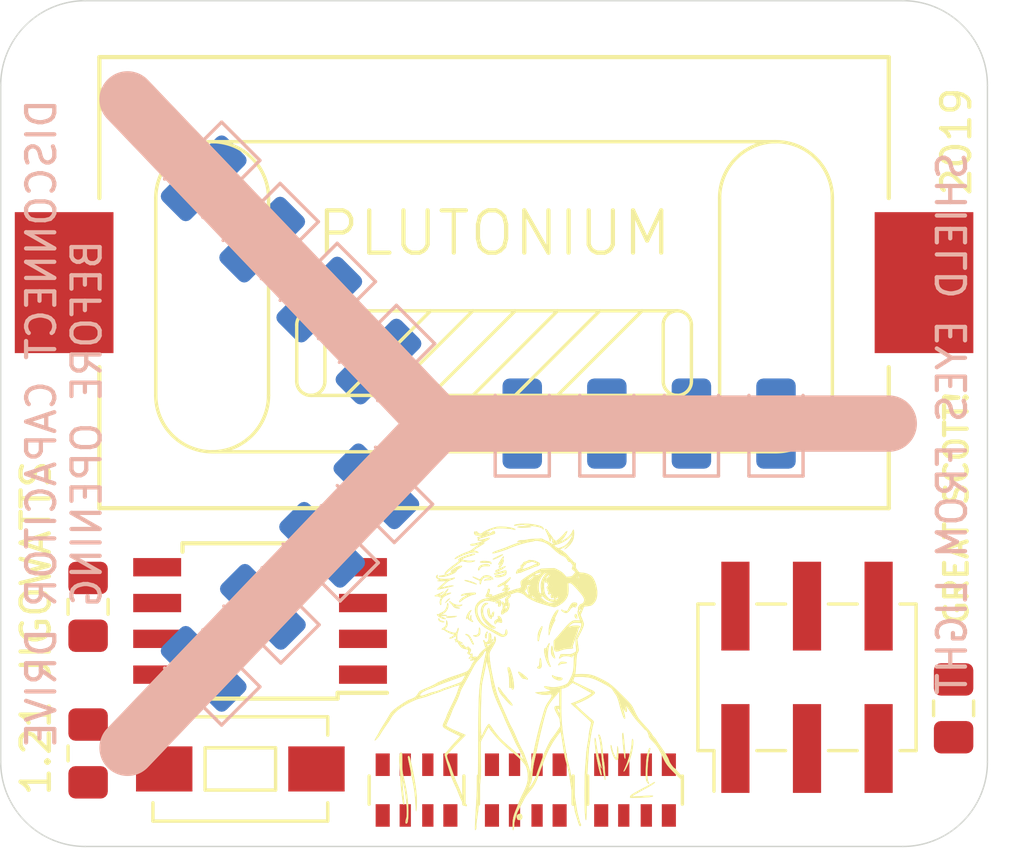
<source format=kicad_pcb>
(kicad_pcb (version 20171130) (host pcbnew "(5.1.2-1)-1")

  (general
    (thickness 1.6)
    (drawings 59)
    (tracks 0)
    (zones 0)
    (modules 23)
    (nets 21)
  )

  (page A4)
  (title_block
    (title "Flux Capacitor")
    (date 2019-05-03)
    (rev A)
  )

  (layers
    (0 F.Cu signal)
    (31 B.Cu signal)
    (32 B.Adhes user)
    (33 F.Adhes user)
    (34 B.Paste user)
    (35 F.Paste user)
    (36 B.SilkS user)
    (37 F.SilkS user)
    (38 B.Mask user)
    (39 F.Mask user)
    (40 Dwgs.User user)
    (41 Cmts.User user)
    (42 Eco1.User user)
    (43 Eco2.User user)
    (44 Edge.Cuts user)
    (45 Margin user)
    (46 B.CrtYd user)
    (47 F.CrtYd user)
    (48 B.Fab user)
    (49 F.Fab user)
  )

  (setup
    (last_trace_width 0.1524)
    (trace_clearance 0.1524)
    (zone_clearance 0.508)
    (zone_45_only no)
    (trace_min 0.1524)
    (via_size 0.508)
    (via_drill 0.254)
    (via_min_size 0.508)
    (via_min_drill 0.254)
    (uvia_size 0.3)
    (uvia_drill 0.1)
    (uvias_allowed no)
    (uvia_min_size 0.2)
    (uvia_min_drill 0.1)
    (edge_width 0.05)
    (segment_width 0.2)
    (pcb_text_width 0.3)
    (pcb_text_size 1.5 1.5)
    (mod_edge_width 0.12)
    (mod_text_size 1 1)
    (mod_text_width 0.15)
    (pad_size 1.524 1.524)
    (pad_drill 0.762)
    (pad_to_mask_clearance 0.0508)
    (solder_mask_min_width 0.25)
    (aux_axis_origin 0 0)
    (visible_elements FFFFFF7F)
    (pcbplotparams
      (layerselection 0x010fc_ffffffff)
      (usegerberextensions false)
      (usegerberattributes false)
      (usegerberadvancedattributes false)
      (creategerberjobfile false)
      (excludeedgelayer true)
      (linewidth 0.100000)
      (plotframeref false)
      (viasonmask false)
      (mode 1)
      (useauxorigin false)
      (hpglpennumber 1)
      (hpglpenspeed 20)
      (hpglpendiameter 15.000000)
      (psnegative false)
      (psa4output false)
      (plotreference true)
      (plotvalue true)
      (plotinvisibletext false)
      (padsonsilk false)
      (subtractmaskfromsilk false)
      (outputformat 1)
      (mirror false)
      (drillshape 1)
      (scaleselection 1)
      (outputdirectory ""))
  )

  (net 0 "")
  (net 1 GND)
  (net 2 +3V0)
  (net 3 /MOSI)
  (net 4 "Net-(D1-Pad1)")
  (net 5 "Net-(D2-Pad1)")
  (net 6 "Net-(D3-Pad1)")
  (net 7 /MISO)
  (net 8 "Net-(D4-Pad1)")
  (net 9 "Net-(D5-Pad1)")
  (net 10 "Net-(D6-Pad1)")
  (net 11 /SCK)
  (net 12 "Net-(D7-Pad1)")
  (net 13 "Net-(D8-Pad1)")
  (net 14 "Net-(D9-Pad1)")
  (net 15 "Net-(D10-Pad2)")
  (net 16 "Net-(D10-Pad1)")
  (net 17 "Net-(D11-Pad1)")
  (net 18 "Net-(D12-Pad1)")
  (net 19 /RST)
  (net 20 "Net-(R2-Pad1)")

  (net_class Default "This is the default net class."
    (clearance 0.1524)
    (trace_width 0.1524)
    (via_dia 0.508)
    (via_drill 0.254)
    (uvia_dia 0.3)
    (uvia_drill 0.1)
    (add_net +3V0)
    (add_net /MISO)
    (add_net /MOSI)
    (add_net /RST)
    (add_net /SCK)
    (add_net GND)
    (add_net "Net-(D1-Pad1)")
    (add_net "Net-(D10-Pad1)")
    (add_net "Net-(D10-Pad2)")
    (add_net "Net-(D11-Pad1)")
    (add_net "Net-(D12-Pad1)")
    (add_net "Net-(D2-Pad1)")
    (add_net "Net-(D3-Pad1)")
    (add_net "Net-(D4-Pad1)")
    (add_net "Net-(D5-Pad1)")
    (add_net "Net-(D6-Pad1)")
    (add_net "Net-(D7-Pad1)")
    (add_net "Net-(D8-Pad1)")
    (add_net "Net-(D9-Pad1)")
    (add_net "Net-(R2-Pad1)")
  )

  (module Flux_Capacitor:back-to-the-future (layer F.Cu) (tedit 0) (tstamp 5CCC5ECB)
    (at 78.75 74)
    (fp_text reference G*** (at 0 0) (layer F.SilkS) hide
      (effects (font (size 1.524 1.524) (thickness 0.3)))
    )
    (fp_text value LOGO (at 0.75 0) (layer F.SilkS) hide
      (effects (font (size 1.524 1.524) (thickness 0.3)))
    )
    (fp_poly (pts (xy -0.075181 -5.357331) (xy -0.001113 -5.353871) (xy 0.048432 -5.348632) (xy 0.071746 -5.342047)
      (xy 0.067119 -5.334548) (xy 0.032843 -5.326568) (xy -0.019238 -5.319901) (xy -0.085118 -5.314691)
      (xy -0.160343 -5.311336) (xy -0.237426 -5.309836) (xy -0.30888 -5.310189) (xy -0.367215 -5.312397)
      (xy -0.404945 -5.31646) (xy -0.414694 -5.319899) (xy -0.421662 -5.334349) (xy -0.407763 -5.344997)
      (xy -0.370283 -5.352274) (xy -0.306506 -5.356614) (xy -0.213717 -5.35845) (xy -0.172064 -5.358581)
      (xy -0.075181 -5.357331)) (layer F.SilkS) (width 0.01))
    (fp_poly (pts (xy -0.035221 -5.443834) (xy 0.064619 -5.435616) (xy 0.155916 -5.422673) (xy 0.167011 -5.420608)
      (xy 0.27615 -5.3982) (xy 0.357543 -5.377836) (xy 0.416024 -5.357979) (xy 0.456427 -5.337091)
      (xy 0.474775 -5.322709) (xy 0.4992 -5.291117) (xy 0.507807 -5.261906) (xy 0.498469 -5.245037)
      (xy 0.491613 -5.243871) (xy 0.475699 -5.256033) (xy 0.475226 -5.259837) (xy 0.459611 -5.282315)
      (xy 0.41581 -5.3049) (xy 0.348389 -5.326505) (xy 0.261916 -5.346047) (xy 0.160957 -5.36244)
      (xy 0.050078 -5.374598) (xy -0.030362 -5.379978) (xy -0.094384 -5.38487) (xy -0.14519 -5.392038)
      (xy -0.174386 -5.400181) (xy -0.177845 -5.402856) (xy -0.199738 -5.409698) (xy -0.248803 -5.410078)
      (xy -0.320151 -5.404331) (xy -0.408892 -5.392792) (xy -0.471129 -5.382768) (xy -0.520654 -5.378022)
      (xy -0.540361 -5.386036) (xy -0.540774 -5.388629) (xy -0.525308 -5.406966) (xy -0.482341 -5.422207)
      (xy -0.417024 -5.434119) (xy -0.334504 -5.442471) (xy -0.239931 -5.447029) (xy -0.138454 -5.447561)
      (xy -0.035221 -5.443834)) (layer F.SilkS) (width 0.01))
    (fp_poly (pts (xy -0.894857 -5.342435) (xy -0.804242 -5.333342) (xy -0.716542 -5.320758) (xy -0.636724 -5.305509)
      (xy -0.569757 -5.288422) (xy -0.520609 -5.270321) (xy -0.494247 -5.252032) (xy -0.49564 -5.234382)
      (xy -0.495704 -5.234317) (xy -0.516471 -5.232184) (xy -0.554099 -5.240213) (xy -0.56016 -5.242128)
      (xy -0.631208 -5.258803) (xy -0.729232 -5.27179) (xy -0.848589 -5.280569) (xy -0.983634 -5.284622)
      (xy -1.024193 -5.284839) (xy -1.109263 -5.283881) (xy -1.173287 -5.279727) (xy -1.227969 -5.27045)
      (xy -1.285012 -5.254128) (xy -1.349155 -5.231414) (xy -1.418355 -5.204987) (xy -1.480445 -5.179712)
      (xy -1.525666 -5.159625) (xy -1.537607 -5.153523) (xy -1.581355 -5.129057) (xy -1.532193 -5.138331)
      (xy -1.482943 -5.147798) (xy -1.446161 -5.155082) (xy -1.417787 -5.154644) (xy -1.40929 -5.145509)
      (xy -1.417193 -5.131112) (xy -1.444508 -5.115059) (xy -1.496641 -5.09441) (xy -1.515806 -5.087619)
      (xy -1.534921 -5.076373) (xy -1.531607 -5.069703) (xy -1.4989 -5.069943) (xy -1.450203 -5.083436)
      (xy -1.396875 -5.10537) (xy -1.350271 -5.130932) (xy -1.342756 -5.137355) (xy -1.278193 -5.137355)
      (xy -1.27 -5.129161) (xy -1.261806 -5.137355) (xy -1.27 -5.145548) (xy -1.278193 -5.137355)
      (xy -1.342756 -5.137355) (xy -1.321748 -5.155309) (xy -1.319161 -5.159732) (xy -1.292622 -5.188849)
      (xy -1.258767 -5.193193) (xy -1.229118 -5.174809) (xy -1.215644 -5.141359) (xy -1.218754 -5.104319)
      (xy -1.232031 -5.089882) (xy -1.254622 -5.082773) (xy -1.302268 -5.067459) (xy -1.368871 -5.045911)
      (xy -1.448334 -5.020099) (xy -1.485365 -5.00804) (xy -1.568525 -4.981411) (xy -1.641588 -4.958898)
      (xy -1.698444 -4.942316) (xy -1.732986 -4.933482) (xy -1.739519 -4.932516) (xy -1.76462 -4.919897)
      (xy -1.783687 -4.897666) (xy -1.79523 -4.876487) (xy -1.790153 -4.868062) (xy -1.76235 -4.869461)
      (xy -1.733534 -4.873601) (xy -1.678312 -4.884444) (xy -1.60915 -4.901451) (xy -1.555937 -4.916519)
      (xy -1.486791 -4.93659) (xy -1.443092 -4.946166) (xy -1.419371 -4.945635) (xy -1.410162 -4.935384)
      (xy -1.40929 -4.926927) (xy -1.424341 -4.906042) (xy -1.468456 -4.874436) (xy -1.54008 -4.833072)
      (xy -1.637657 -4.782917) (xy -1.655097 -4.774373) (xy -1.701066 -4.750352) (xy -1.716739 -4.73867)
      (xy -1.702587 -4.740363) (xy -1.659078 -4.756471) (xy -1.648904 -4.760672) (xy -1.609379 -4.774706)
      (xy -1.592211 -4.77301) (xy -1.590075 -4.764768) (xy -1.603795 -4.748548) (xy -1.64035 -4.721438)
      (xy -1.693539 -4.687754) (xy -1.734686 -4.664051) (xy -1.803344 -4.624472) (xy -1.867323 -4.585051)
      (xy -1.916947 -4.551857) (xy -1.933556 -4.539325) (xy -1.988342 -4.494611) (xy -1.913188 -4.483341)
      (xy -1.863476 -4.471522) (xy -1.826364 -4.454959) (xy -1.817972 -4.447898) (xy -1.804478 -4.422519)
      (xy -1.81784 -4.413797) (xy -1.855972 -4.423014) (xy -1.857516 -4.423596) (xy -1.921041 -4.434302)
      (xy -2.007286 -4.428932) (xy -2.111217 -4.408837) (xy -2.2278 -4.375371) (xy -2.351998 -4.329886)
      (xy -2.478777 -4.273734) (xy -2.550032 -4.237597) (xy -2.608765 -4.208258) (xy -2.641033 -4.197076)
      (xy -2.647601 -4.203971) (xy -2.629233 -4.22886) (xy -2.628996 -4.229123) (xy -2.584901 -4.265847)
      (xy -2.516341 -4.308326) (xy -2.43026 -4.352962) (xy -2.333607 -4.39616) (xy -2.233326 -4.434323)
      (xy -2.231323 -4.435013) (xy -2.159832 -4.461992) (xy -2.095882 -4.490428) (xy -2.048858 -4.515953)
      (xy -2.033904 -4.526901) (xy -1.917616 -4.618145) (xy -1.805089 -4.685489) (xy -1.765317 -4.707509)
      (xy -1.742543 -4.72361) (xy -1.740244 -4.728158) (xy -1.757894 -4.726921) (xy -1.797896 -4.717486)
      (xy -1.849808 -4.702435) (xy -1.928789 -4.68219) (xy -1.999167 -4.672141) (xy -2.054109 -4.672682)
      (xy -2.086785 -4.684208) (xy -2.090487 -4.688542) (xy -2.090115 -4.710807) (xy -2.061929 -4.727122)
      (xy -2.010684 -4.735168) (xy -1.993921 -4.73562) (xy -1.950471 -4.741164) (xy -1.887152 -4.755491)
      (xy -1.814639 -4.775507) (xy -1.743611 -4.798117) (xy -1.684742 -4.820227) (xy -1.657642 -4.833095)
      (xy -1.657956 -4.840261) (xy -1.687028 -4.844142) (xy -1.728738 -4.844454) (xy -1.792968 -4.847133)
      (xy -1.826328 -4.859019) (xy -1.829563 -4.880672) (xy -1.810335 -4.906033) (xy -1.793511 -4.925991)
      (xy -1.803839 -4.932136) (xy -1.819163 -4.932516) (xy -1.847317 -4.937466) (xy -1.848587 -4.949892)
      (xy -1.826919 -4.966156) (xy -1.786262 -4.98262) (xy -1.75599 -4.990726) (xy -1.695093 -5.006114)
      (xy -1.666728 -5.017546) (xy -1.670894 -5.025065) (xy -1.707593 -5.028711) (xy -1.756967 -5.028922)
      (xy -1.818396 -5.029738) (xy -1.870755 -5.033474) (xy -1.89885 -5.038381) (xy -1.938795 -5.065601)
      (xy -1.941817 -5.071807) (xy -1.589548 -5.071807) (xy -1.581355 -5.063613) (xy -1.573161 -5.071807)
      (xy -1.581355 -5.08) (xy -1.589548 -5.071807) (xy -1.941817 -5.071807) (xy -1.959795 -5.108719)
      (xy -1.958061 -5.146167) (xy -1.941756 -5.173801) (xy -1.925132 -5.174093) (xy -1.917295 -5.147053)
      (xy -1.91729 -5.146125) (xy -1.904075 -5.11326) (xy -1.884516 -5.096387) (xy -1.858072 -5.087144)
      (xy -1.851742 -5.096325) (xy -1.86485 -5.1168) (xy -1.876322 -5.123235) (xy -1.898101 -5.143868)
      (xy -1.900903 -5.155495) (xy -1.891053 -5.175889) (xy -1.867438 -5.174758) (xy -1.838961 -5.154246)
      (xy -1.825654 -5.137355) (xy -1.78666 -5.104304) (xy -1.735573 -5.094477) (xy -1.683467 -5.107921)
      (xy -1.647519 -5.136621) (xy -1.614031 -5.163019) (xy -1.555975 -5.194949) (xy -1.480471 -5.22958)
      (xy -1.394641 -5.264083) (xy -1.305607 -5.295626) (xy -1.220488 -5.32138) (xy -1.146406 -5.338515)
      (xy -1.134511 -5.340509) (xy -1.064959 -5.346844) (xy -0.983419 -5.347211) (xy -0.894857 -5.342435)) (layer F.SilkS) (width 0.01))
    (fp_poly (pts (xy -0.934806 -4.354346) (xy -0.942432 -4.340038) (xy -0.978309 -4.315401) (xy -1.043322 -4.279761)
      (xy -1.089959 -4.25615) (xy -1.175625 -4.215088) (xy -1.235968 -4.189938) (xy -1.273806 -4.179821)
      (xy -1.291959 -4.183855) (xy -1.294581 -4.192266) (xy -1.280791 -4.204164) (xy -1.244254 -4.225718)
      (xy -1.192215 -4.253375) (xy -1.13192 -4.283581) (xy -1.070618 -4.312784) (xy -1.015553 -4.337431)
      (xy -0.973972 -4.353967) (xy -0.954548 -4.358994) (xy -0.934806 -4.354346)) (layer F.SilkS) (width 0.01))
    (fp_poly (pts (xy -1.534588 -4.125355) (xy -1.449565 -4.11763) (xy -1.392648 -4.104524) (xy -1.359331 -4.083935)
      (xy -1.345111 -4.05376) (xy -1.343742 -4.036287) (xy -1.352396 -4.016662) (xy -1.370244 -4.020903)
      (xy -1.382442 -4.039419) (xy -1.392885 -4.050586) (xy -1.417561 -4.057917) (xy -1.46182 -4.062103)
      (xy -1.531012 -4.063836) (xy -1.572647 -4.064) (xy -1.661641 -4.06553) (xy -1.719599 -4.070495)
      (xy -1.748132 -4.079459) (xy -1.748851 -4.092983) (xy -1.723368 -4.111632) (xy -1.71778 -4.114694)
      (xy -1.676685 -4.124801) (xy -1.605698 -4.127807) (xy -1.534588 -4.125355)) (layer F.SilkS) (width 0.01))
    (fp_poly (pts (xy -0.908498 -4.288567) (xy -0.908073 -4.255081) (xy -0.917553 -4.228104) (xy -0.928047 -4.193491)
      (xy -0.917334 -4.170103) (xy -0.908091 -4.133917) (xy -0.921741 -4.077397) (xy -0.957541 -4.002909)
      (xy -0.983307 -3.959995) (xy -1.016804 -3.915738) (xy -1.047784 -3.889068) (xy -1.071029 -3.88295)
      (xy -1.081323 -3.900349) (xy -1.08144 -3.904226) (xy -1.072725 -3.930636) (xy -1.051521 -3.968413)
      (xy -1.047889 -3.973871) (xy -1.017026 -4.021874) (xy -0.991469 -4.066249) (xy -0.975369 -4.099244)
      (xy -0.972879 -4.113107) (xy -0.973275 -4.113161) (xy -0.985563 -4.100609) (xy -1.00752 -4.069202)
      (xy -1.016 -4.055807) (xy -1.043905 -4.020616) (xy -1.071663 -4.000243) (xy -1.091968 -3.998498)
      (xy -1.097935 -4.013071) (xy -1.089699 -4.032287) (xy -1.067471 -4.072542) (xy -1.034975 -4.1273)
      (xy -1.008083 -4.170809) (xy -0.962982 -4.239528) (xy -0.931659 -4.279847) (xy -0.913308 -4.29272)
      (xy -0.908498 -4.288567)) (layer F.SilkS) (width 0.01))
    (fp_poly (pts (xy -1.477741 -4.007339) (xy -1.428256 -3.994662) (xy -1.399842 -3.972898) (xy -1.396504 -3.964077)
      (xy -1.399505 -3.951462) (xy -1.418767 -3.945216) (xy -1.460356 -3.944351) (xy -1.505057 -3.946363)
      (xy -1.605557 -3.943949) (xy -1.681192 -3.92302) (xy -1.734933 -3.88236) (xy -1.761115 -3.841508)
      (xy -1.782725 -3.800459) (xy -1.797255 -3.787598) (xy -1.808973 -3.800365) (xy -1.813155 -3.810294)
      (xy -1.813565 -3.851873) (xy -1.792185 -3.900553) (xy -1.754802 -3.945731) (xy -1.72804 -3.966171)
      (xy -1.673448 -3.990344) (xy -1.608255 -4.00523) (xy -1.54038 -4.010878) (xy -1.477741 -4.007339)) (layer F.SilkS) (width 0.01))
    (fp_poly (pts (xy -0.838333 -3.932414) (xy -0.85684 -3.911379) (xy -0.899574 -3.878905) (xy -0.965107 -3.836565)
      (xy -0.971775 -3.832506) (xy -1.054542 -3.785141) (xy -1.116438 -3.756729) (xy -1.162016 -3.745543)
      (xy -1.19278 -3.748755) (xy -1.211366 -3.763358) (xy -1.212645 -3.768355) (xy -1.198847 -3.780379)
      (xy -1.162219 -3.802092) (xy -1.109911 -3.829941) (xy -1.049072 -3.86037) (xy -0.98685 -3.889826)
      (xy -0.930397 -3.914755) (xy -0.88686 -3.931601) (xy -0.879718 -3.933872) (xy -0.845483 -3.940436)
      (xy -0.838333 -3.932414)) (layer F.SilkS) (width 0.01))
    (fp_poly (pts (xy 0.084671 -4.156114) (xy 0.146847 -4.147612) (xy 0.198117 -4.135689) (xy 0.227842 -4.122851)
      (xy 0.228591 -4.122213) (xy 0.263905 -4.100745) (xy 0.298392 -4.08825) (xy 0.348775 -4.065432)
      (xy 0.371517 -4.03076) (xy 0.369394 -4.000608) (xy 0.346495 -3.973111) (xy 0.303381 -3.949107)
      (xy 0.25251 -3.934665) (xy 0.230439 -3.932903) (xy 0.199923 -3.925635) (xy 0.155531 -3.907406)
      (xy 0.138659 -3.89904) (xy 0.094466 -3.878438) (xy 0.030049 -3.851405) (xy -0.04389 -3.822353)
      (xy -0.081853 -3.808166) (xy -0.152367 -3.781261) (xy -0.214758 -3.755529) (xy -0.260196 -3.734706)
      (xy -0.275373 -3.726305) (xy -0.313327 -3.709796) (xy -0.341004 -3.707769) (xy -0.37508 -3.705427)
      (xy -0.414068 -3.691824) (xy -0.446868 -3.678447) (xy -0.462853 -3.682951) (xy -0.469502 -3.695819)
      (xy -0.468765 -3.728266) (xy -0.461015 -3.740637) (xy -0.444455 -3.772658) (xy -0.442451 -3.787342)
      (xy -0.426419 -3.813118) (xy -0.379639 -3.839249) (xy -0.369222 -3.843416) (xy -0.257655 -3.843416)
      (xy -0.253857 -3.836679) (xy -0.225007 -3.840138) (xy -0.205477 -3.843736) (xy -0.162414 -3.85529)
      (xy -0.099471 -3.876439) (xy -0.026796 -3.903649) (xy 0.01552 -3.920692) (xy 0.082465 -3.949188)
      (xy 0.138381 -3.974397) (xy 0.176059 -3.992989) (xy 0.187632 -4.000198) (xy 0.215298 -4.011926)
      (xy 0.24089 -4.014839) (xy 0.272793 -4.019308) (xy 0.274674 -4.031699) (xy 0.247896 -4.050488)
      (xy 0.193822 -4.074152) (xy 0.18489 -4.077495) (xy 0.130618 -4.096121) (xy 0.095162 -4.102851)
      (xy 0.06714 -4.098528) (xy 0.043082 -4.088004) (xy -0.006929 -4.070503) (xy -0.052084 -4.064)
      (xy -0.092301 -4.054924) (xy -0.114536 -4.02349) (xy -0.142028 -3.987916) (xy -0.171485 -3.972552)
      (xy -0.205915 -3.952282) (xy -0.213032 -3.92832) (xy -0.223716 -3.890161) (xy -0.241481 -3.86308)
      (xy -0.257655 -3.843416) (xy -0.369222 -3.843416) (xy -0.367397 -3.844146) (xy -0.322821 -3.862662)
      (xy -0.302229 -3.879173) (xy -0.298695 -3.902578) (xy -0.302592 -3.927437) (xy -0.306759 -3.964825)
      (xy -0.29772 -3.979936) (xy -0.282382 -3.982065) (xy -0.253089 -3.997753) (xy -0.230143 -4.037575)
      (xy -0.210583 -4.075014) (xy -0.182437 -4.093724) (xy -0.141627 -4.102036) (xy -0.094127 -4.114311)
      (xy -0.059414 -4.133623) (xy -0.054366 -4.139058) (xy -0.038847 -4.153507) (xy -0.014083 -4.160333)
      (xy 0.028015 -4.16053) (xy 0.084671 -4.156114)) (layer F.SilkS) (width 0.01))
    (fp_poly (pts (xy -1.938107 -4.384372) (xy -1.922249 -4.373744) (xy -1.929021 -4.361214) (xy -1.960902 -4.345477)
      (xy -2.020373 -4.325232) (xy -2.089355 -4.304951) (xy -2.195505 -4.273016) (xy -2.28005 -4.243658)
      (xy -2.340548 -4.217952) (xy -2.374557 -4.196969) (xy -2.379635 -4.181783) (xy -2.37607 -4.179002)
      (xy -2.328844 -4.161936) (xy -2.25929 -4.148041) (xy -2.177799 -4.138548) (xy -2.09476 -4.134684)
      (xy -2.023806 -4.137354) (xy -1.963317 -4.141947) (xy -1.931388 -4.140956) (xy -1.924234 -4.13407)
      (xy -1.927577 -4.129477) (xy -1.968931 -4.105833) (xy -2.033294 -4.090167) (xy -2.111743 -4.083078)
      (xy -2.195354 -4.085169) (xy -2.275203 -4.097042) (xy -2.30258 -4.104206) (xy -2.351565 -4.115992)
      (xy -2.388492 -4.119567) (xy -2.39941 -4.117361) (xy -2.436484 -4.092495) (xy -2.49223 -4.052037)
      (xy -2.56078 -4.000556) (xy -2.636266 -3.942626) (xy -2.71282 -3.882817) (xy -2.784574 -3.8257)
      (xy -2.845659 -3.775847) (xy -2.890208 -3.73783) (xy -2.907939 -3.7212) (xy -2.95317 -3.677266)
      (xy -2.981299 -3.657771) (xy -2.995455 -3.661368) (xy -2.998839 -3.682073) (xy -2.985622 -3.71203)
      (xy -2.948192 -3.756691) (xy -2.889881 -3.812999) (xy -2.814022 -3.877898) (xy -2.723946 -3.948331)
      (xy -2.64899 -4.003001) (xy -2.575995 -4.055743) (xy -2.527711 -4.093466) (xy -2.501256 -4.118839)
      (xy -2.49375 -4.134532) (xy -2.499193 -4.141766) (xy -2.516722 -4.166663) (xy -2.514878 -4.182403)
      (xy -2.493179 -4.203838) (xy -2.446112 -4.230858) (xy -2.380131 -4.261203) (xy -2.301692 -4.292613)
      (xy -2.217247 -4.322828) (xy -2.133252 -4.349588) (xy -2.056159 -4.370633) (xy -1.992423 -4.383703)
      (xy -1.948499 -4.386538) (xy -1.938107 -4.384372)) (layer F.SilkS) (width 0.01))
    (fp_poly (pts (xy -2.396174 -3.951891) (xy -2.384173 -3.937869) (xy -2.401366 -3.914797) (xy -2.44717 -3.884322)
      (xy -2.466812 -3.873771) (xy -2.532251 -3.833565) (xy -2.571036 -3.792826) (xy -2.580633 -3.774673)
      (xy -2.603027 -3.739557) (xy -2.642113 -3.708118) (xy -2.705337 -3.674388) (xy -2.706486 -3.673844)
      (xy -2.806634 -3.631637) (xy -2.908749 -3.597645) (xy -3.006149 -3.573342) (xy -3.092154 -3.560202)
      (xy -3.160081 -3.559699) (xy -3.191387 -3.566853) (xy -3.211623 -3.581206) (xy -3.200643 -3.594243)
      (xy -3.160006 -3.604953) (xy -3.125839 -3.609458) (xy -3.065897 -3.618801) (xy -2.990847 -3.634827)
      (xy -2.916754 -3.654098) (xy -2.915518 -3.654457) (xy -2.846411 -3.676755) (xy -2.799759 -3.69873)
      (xy -2.765763 -3.725881) (xy -2.765639 -3.726025) (xy -2.720258 -3.726025) (xy -2.708554 -3.726599)
      (xy -2.680855 -3.73939) (xy -2.64828 -3.758203) (xy -2.621949 -3.776844) (xy -2.613796 -3.785331)
      (xy -2.619553 -3.78828) (xy -2.646001 -3.776412) (xy -2.661919 -3.767442) (xy -2.698154 -3.744539)
      (xy -2.718589 -3.728669) (xy -2.720258 -3.726025) (xy -2.765639 -3.726025) (xy -2.744732 -3.750287)
      (xy -2.698235 -3.81) (xy -2.687484 -3.81) (xy -2.67929 -3.801807) (xy -2.671097 -3.81)
      (xy -2.67929 -3.818194) (xy -2.687484 -3.81) (xy -2.698235 -3.81) (xy -2.74202 -3.770273)
      (xy -2.771462 -3.746758) (xy -2.784216 -3.746592) (xy -2.785806 -3.756037) (xy -2.771519 -3.784516)
      (xy -2.73338 -3.819755) (xy -2.678477 -3.857697) (xy -2.646968 -3.875548) (xy -2.556387 -3.875548)
      (xy -2.548193 -3.867355) (xy -2.54 -3.875548) (xy -2.548193 -3.883742) (xy -2.556387 -3.875548)
      (xy -2.646968 -3.875548) (xy -2.61804 -3.891936) (xy -2.523613 -3.891936) (xy -2.515419 -3.883742)
      (xy -2.507226 -3.891936) (xy -2.515419 -3.900129) (xy -2.523613 -3.891936) (xy -2.61804 -3.891936)
      (xy -2.613895 -3.894284) (xy -2.583644 -3.908323) (xy -2.474451 -3.908323) (xy -2.466258 -3.900129)
      (xy -2.458064 -3.908323) (xy -2.466258 -3.916516) (xy -2.474451 -3.908323) (xy -2.583644 -3.908323)
      (xy -2.546721 -3.925458) (xy -2.484041 -3.947161) (xy -2.437954 -3.955217) (xy -2.396174 -3.951891)) (layer F.SilkS) (width 0.01))
    (fp_poly (pts (xy -0.813407 -3.772958) (xy -0.807985 -3.736441) (xy -0.81208 -3.686391) (xy -0.827028 -3.644642)
      (xy -0.827608 -3.643738) (xy -0.862525 -3.613958) (xy -0.920649 -3.587515) (xy -0.992437 -3.566587)
      (xy -1.068341 -3.553351) (xy -1.138816 -3.549982) (xy -1.194318 -3.55866) (xy -1.196787 -3.559545)
      (xy -1.22455 -3.57185) (xy -1.223643 -3.58354) (xy -1.205416 -3.598097) (xy -1.169247 -3.612344)
      (xy -1.114344 -3.620555) (xy -1.086941 -3.621548) (xy -1.00894 -3.628704) (xy -0.937268 -3.647997)
      (xy -0.880878 -3.676167) (xy -0.849744 -3.707939) (xy -0.839814 -3.731394) (xy -0.851142 -3.732851)
      (xy -0.862513 -3.728455) (xy -0.890955 -3.718998) (xy -0.942656 -3.703921) (xy -1.009106 -3.685655)
      (xy -1.053308 -3.673968) (xy -1.131988 -3.6547) (xy -1.184762 -3.645081) (xy -1.216835 -3.64446)
      (xy -1.232746 -3.651482) (xy -1.243166 -3.668693) (xy -1.23525 -3.68448) (xy -1.205678 -3.700521)
      (xy -1.151132 -3.718493) (xy -1.068294 -3.740075) (xy -1.047635 -3.745069) (xy -0.975984 -3.7624)
      (xy -0.91583 -3.777262) (xy -0.874552 -3.787813) (xy -0.860322 -3.791824) (xy -0.829773 -3.7947)
      (xy -0.813407 -3.772958)) (layer F.SilkS) (width 0.01))
    (fp_poly (pts (xy -1.391568 -3.499529) (xy -1.355828 -3.480932) (xy -1.343738 -3.458497) (xy -1.358525 -3.453414)
      (xy -1.396508 -3.450025) (xy -1.429771 -3.449216) (xy -1.489141 -3.446394) (xy -1.542142 -3.439535)
      (xy -1.560871 -3.435149) (xy -1.592879 -3.428389) (xy -1.605935 -3.431561) (xy -1.591763 -3.450454)
      (xy -1.55631 -3.472128) (xy -1.510169 -3.491744) (xy -1.463937 -3.504466) (xy -1.441245 -3.506778)
      (xy -1.391568 -3.499529)) (layer F.SilkS) (width 0.01))
    (fp_poly (pts (xy -1.446682 -3.612) (xy -1.400224 -3.597505) (xy -1.345587 -3.569209) (xy -1.30508 -3.534221)
      (xy -1.284454 -3.498893) (xy -1.287242 -3.472681) (xy -1.301617 -3.46531) (xy -1.314909 -3.481689)
      (xy -1.350062 -3.515113) (xy -1.406632 -3.539414) (xy -1.474118 -3.552905) (xy -1.542018 -3.553904)
      (xy -1.599831 -3.540726) (xy -1.61877 -3.530425) (xy -1.666839 -3.477848) (xy -1.700741 -3.399358)
      (xy -1.711004 -3.355258) (xy -1.723571 -3.312063) (xy -1.738112 -3.295286) (xy -1.750226 -3.306554)
      (xy -1.755306 -3.338871) (xy -1.75548 -3.38587) (xy -1.753704 -3.41671) (xy -1.75565 -3.437954)
      (xy -1.762353 -3.437583) (xy -1.781244 -3.439413) (xy -1.821725 -3.454263) (xy -1.876686 -3.479329)
      (xy -1.907223 -3.494736) (xy -1.970931 -3.530592) (xy -2.005194 -3.555367) (xy -2.011714 -3.568169)
      (xy -1.992197 -3.568105) (xy -1.948345 -3.554285) (xy -1.881863 -3.525817) (xy -1.864032 -3.517337)
      (xy -1.801175 -3.489411) (xy -1.758226 -3.475607) (xy -1.739185 -3.477185) (xy -1.738857 -3.477888)
      (xy -1.7246 -3.500091) (xy -1.695999 -3.535241) (xy -1.680939 -3.552141) (xy -1.615984 -3.600024)
      (xy -1.536561 -3.620193) (xy -1.446682 -3.612)) (layer F.SilkS) (width 0.01))
    (fp_poly (pts (xy -2.245878 -3.448362) (xy -2.2403 -3.447445) (xy -2.177858 -3.43364) (xy -2.107077 -3.413427)
      (xy -2.034832 -3.389378) (xy -1.967994 -3.364064) (xy -1.91344 -3.340059) (xy -1.878041 -3.319934)
      (xy -1.868129 -3.308176) (xy -1.869527 -3.299734) (xy -1.877388 -3.296598) (xy -1.897215 -3.29995)
      (xy -1.934508 -3.310971) (xy -1.994771 -3.330845) (xy -2.032 -3.343379) (xy -2.104807 -3.36729)
      (xy -2.17501 -3.389247) (xy -2.230197 -3.405399) (xy -2.24143 -3.408398) (xy -2.28549 -3.424714)
      (xy -2.300819 -3.440203) (xy -2.287566 -3.44978) (xy -2.245878 -3.448362)) (layer F.SilkS) (width 0.01))
    (fp_poly (pts (xy -3.250263 -3.623997) (xy -3.254994 -3.590306) (xy -3.255293 -3.588792) (xy -3.258518 -3.555941)
      (xy -3.246292 -3.535589) (xy -3.211325 -3.51721) (xy -3.203432 -3.513874) (xy -3.142883 -3.498108)
      (xy -3.060554 -3.489448) (xy -2.966655 -3.48787) (xy -2.871396 -3.493347) (xy -2.784985 -3.505854)
      (xy -2.747372 -3.515001) (xy -2.695532 -3.528125) (xy -2.657145 -3.534231) (xy -2.6424 -3.532766)
      (xy -2.644559 -3.516392) (xy -2.673105 -3.494976) (xy -2.722676 -3.471613) (xy -2.785806 -3.450008)
      (xy -2.834001 -3.432633) (xy -2.879406 -3.407492) (xy -2.929709 -3.369351) (xy -2.992596 -3.312976)
      (xy -3.007032 -3.299364) (xy -3.056107 -3.25103) (xy -3.090949 -3.213104) (xy -3.108153 -3.189576)
      (xy -3.105355 -3.18411) (xy -2.994429 -3.212913) (xy -2.893759 -3.235507) (xy -2.809255 -3.250758)
      (xy -2.746827 -3.257529) (xy -2.724585 -3.257279) (xy -2.6912 -3.251572) (xy -2.683288 -3.244234)
      (xy -2.687484 -3.241721) (xy -2.717167 -3.232641) (xy -2.770852 -3.218718) (xy -2.841762 -3.201483)
      (xy -2.92312 -3.182466) (xy -3.008148 -3.163198) (xy -3.090069 -3.145208) (xy -3.162105 -3.130028)
      (xy -3.217481 -3.119186) (xy -3.249417 -3.114214) (xy -3.252839 -3.114064) (xy -3.263108 -3.119819)
      (xy -3.253239 -3.137829) (xy -3.221096 -3.170841) (xy -3.179517 -3.208485) (xy -3.120996 -3.2603)
      (xy -3.063021 -3.312017) (xy -3.016661 -3.353757) (xy -3.010506 -3.359355) (xy -2.947591 -3.41671)
      (xy -3.104311 -3.411489) (xy -3.187906 -3.410507) (xy -3.240233 -3.414131) (xy -3.260733 -3.422318)
      (xy -3.261032 -3.423779) (xy -3.246544 -3.43539) (xy -3.210623 -3.442218) (xy -3.199581 -3.442768)
      (xy -3.138129 -3.444246) (xy -3.187803 -3.458695) (xy -3.236854 -3.480819) (xy -3.279459 -3.513132)
      (xy -3.305969 -3.547358) (xy -3.310193 -3.563661) (xy -3.300526 -3.589075) (xy -3.279061 -3.618222)
      (xy -3.257102 -3.636655) (xy -3.252078 -3.637936) (xy -3.250263 -3.623997)) (layer F.SilkS) (width 0.01))
    (fp_poly (pts (xy -1.919428 -3.000255) (xy -1.905462 -2.993473) (xy -1.901198 -2.981339) (xy -1.900903 -2.971287)
      (xy -1.907915 -2.944849) (xy -1.934974 -2.936658) (xy -1.945968 -2.936648) (xy -1.998992 -2.928516)
      (xy -2.070564 -2.904536) (xy -2.153018 -2.868534) (xy -2.238688 -2.824333) (xy -2.319908 -2.775758)
      (xy -2.38901 -2.726633) (xy -2.419346 -2.700508) (xy -2.45569 -2.671875) (xy -2.478294 -2.666361)
      (xy -2.481556 -2.669334) (xy -2.483319 -2.701278) (xy -2.458775 -2.742081) (xy -2.411865 -2.787989)
      (xy -2.346532 -2.83525) (xy -2.266719 -2.880112) (xy -2.253226 -2.886648) (xy -2.204586 -2.912043)
      (xy -2.186602 -2.927268) (xy -2.198715 -2.932134) (xy -2.240365 -2.926454) (xy -2.31099 -2.910038)
      (xy -2.317663 -2.908311) (xy -2.380354 -2.893993) (xy -2.414876 -2.891701) (xy -2.423686 -2.901796)
      (xy -2.411433 -2.922049) (xy -2.372215 -2.947975) (xy -2.302427 -2.969353) (xy -2.204013 -2.985748)
      (xy -2.078917 -2.996724) (xy -2.077064 -2.996833) (xy -1.999477 -3.001101) (xy -1.948849 -3.00252)
      (xy -1.919428 -3.000255)) (layer F.SilkS) (width 0.01))
    (fp_poly (pts (xy -2.827766 -2.77762) (xy -2.866615 -2.737828) (xy -2.894269 -2.711579) (xy -2.936583 -2.672976)
      (xy -2.967807 -2.646294) (xy -2.982119 -2.636468) (xy -2.982451 -2.636823) (xy -2.971551 -2.66221)
      (xy -2.944419 -2.699403) (xy -2.909407 -2.738531) (xy -2.874868 -2.769727) (xy -2.86326 -2.777654)
      (xy -2.826212 -2.797269) (xy -2.814339 -2.797345) (xy -2.827766 -2.77762)) (layer F.SilkS) (width 0.01))
    (fp_poly (pts (xy -2.869174 -3.134695) (xy -2.884286 -3.1021) (xy -2.911169 -3.059785) (xy -2.940704 -3.016211)
      (xy -2.963392 -2.982312) (xy -2.970061 -2.972106) (xy -2.967621 -2.963063) (xy -2.939113 -2.966759)
      (xy -2.906005 -2.975892) (xy -2.834139 -2.994375) (xy -2.789955 -2.99966) (xy -2.774467 -2.993576)
      (xy -2.788693 -2.977952) (xy -2.833648 -2.954617) (xy -2.883253 -2.934925) (xy -2.990298 -2.884712)
      (xy -3.066695 -2.823198) (xy -3.112649 -2.750141) (xy -3.128364 -2.665299) (xy -3.127822 -2.645638)
      (xy -3.127664 -2.590791) (xy -3.135111 -2.564583) (xy -3.149366 -2.56841) (xy -3.161382 -2.586681)
      (xy -3.177733 -2.651492) (xy -3.166049 -2.730689) (xy -3.14632 -2.782701) (xy -3.114263 -2.853336)
      (xy -3.148726 -2.842399) (xy -3.184015 -2.842415) (xy -3.196934 -2.853698) (xy -3.224348 -2.868927)
      (xy -3.278367 -2.87329) (xy -3.285017 -2.87309) (xy -3.335665 -2.875405) (xy -3.356736 -2.88573)
      (xy -3.347167 -2.901661) (xy -3.306097 -2.920724) (xy -3.264118 -2.937998) (xy -3.206346 -2.965106)
      (xy -3.148553 -2.994478) (xy -3.096771 -3.020539) (xy -3.057272 -3.037844) (xy -3.037828 -3.043025)
      (xy -3.037248 -3.042711) (xy -3.043279 -3.028524) (xy -3.069124 -3.003218) (xy -3.106847 -2.973112)
      (xy -3.148509 -2.944522) (xy -3.186175 -2.923768) (xy -3.18729 -2.923275) (xy -3.213104 -2.908807)
      (xy -3.209221 -2.901924) (xy -3.177941 -2.903118) (xy -3.130223 -2.91111) (xy -3.096637 -2.924167)
      (xy -3.059014 -2.953031) (xy -3.012124 -3.002236) (xy -2.977101 -3.043729) (xy -2.929106 -3.098639)
      (xy -2.893705 -3.132448) (xy -2.87302 -3.144638) (xy -2.869174 -3.134695)) (layer F.SilkS) (width 0.01))
    (fp_poly (pts (xy -1.022545 -2.726963) (xy -1.011796 -2.706447) (xy -1.010221 -2.700844) (xy -1.000449 -2.632561)
      (xy -1.005874 -2.569098) (xy -1.016576 -2.538923) (xy -1.043993 -2.513717) (xy -1.079816 -2.507404)
      (xy -1.103592 -2.518344) (xy -1.108571 -2.540649) (xy -1.105344 -2.579341) (xy -1.104995 -2.58125)
      (xy -1.100521 -2.616467) (xy -1.111116 -2.628399) (xy -1.144792 -2.625769) (xy -1.145769 -2.625626)
      (xy -1.181374 -2.623967) (xy -1.194896 -2.636651) (xy -1.196258 -2.650843) (xy -1.186869 -2.686134)
      (xy -1.155411 -2.710053) (xy -1.096948 -2.726099) (xy -1.087836 -2.727669) (xy -1.044428 -2.73284)
      (xy -1.022545 -2.726963)) (layer F.SilkS) (width 0.01))
    (fp_poly (pts (xy -2.804488 -2.695559) (xy -2.776094 -2.669419) (xy -2.71489 -2.621843) (xy -2.634211 -2.586215)
      (xy -2.546253 -2.566054) (xy -2.463214 -2.564878) (xy -2.433663 -2.570634) (xy -2.394207 -2.579118)
      (xy -2.379842 -2.574712) (xy -2.380437 -2.567638) (xy -2.404306 -2.542553) (xy -2.451185 -2.525268)
      (xy -2.511994 -2.516907) (xy -2.577658 -2.518592) (xy -2.639097 -2.531448) (xy -2.647772 -2.534556)
      (xy -2.667467 -2.537501) (xy -2.664938 -2.526905) (xy -2.643733 -2.513864) (xy -2.600449 -2.499018)
      (xy -2.555733 -2.488068) (xy -2.504405 -2.475497) (xy -2.469031 -2.463068) (xy -2.458064 -2.454786)
      (xy -2.472144 -2.443704) (xy -2.5078 -2.440831) (xy -2.555157 -2.445158) (xy -2.604341 -2.455676)
      (xy -2.645478 -2.471372) (xy -2.651021 -2.47452) (xy -2.690464 -2.50581) (xy -2.716905 -2.539684)
      (xy -2.718873 -2.544104) (xy -2.741458 -2.578337) (xy -2.778214 -2.613911) (xy -2.784013 -2.618329)
      (xy -2.817075 -2.648368) (xy -2.834275 -2.675313) (xy -2.834968 -2.679781) (xy -2.826983 -2.701579)
      (xy -2.804488 -2.695559)) (layer F.SilkS) (width 0.01))
    (fp_poly (pts (xy 1.66471 -2.646114) (xy 1.693964 -2.620451) (xy 1.695186 -2.577905) (xy 1.688102 -2.556945)
      (xy 1.665542 -2.514817) (xy 1.640771 -2.485905) (xy 1.620007 -2.476034) (xy 1.610832 -2.484543)
      (xy 1.59186 -2.499067) (xy 1.557809 -2.495007) (xy 1.517671 -2.476025) (xy 1.480437 -2.445783)
      (xy 1.463802 -2.424666) (xy 1.409752 -2.34893) (xy 1.361109 -2.302316) (xy 1.314316 -2.282419)
      (xy 1.265816 -2.286837) (xy 1.261807 -2.288151) (xy 1.192328 -2.31967) (xy 1.149714 -2.356304)
      (xy 1.1445 -2.364594) (xy 1.134521 -2.395945) (xy 1.146038 -2.404977) (xy 1.174371 -2.389095)
      (xy 1.179942 -2.384258) (xy 1.224113 -2.361646) (xy 1.281103 -2.35295) (xy 1.349217 -2.351548)
      (xy 1.411344 -2.47714) (xy 1.454538 -2.556879) (xy 1.493822 -2.609742) (xy 1.534312 -2.64036)
      (xy 1.581127 -2.653364) (xy 1.607575 -2.65471) (xy 1.66471 -2.646114)) (layer F.SilkS) (width 0.01))
    (fp_poly (pts (xy -0.653956 -2.906061) (xy -0.660265 -2.879989) (xy -0.693367 -2.83904) (xy -0.71424 -2.819549)
      (xy -0.749065 -2.785949) (xy -0.760973 -2.763609) (xy -0.753837 -2.744905) (xy -0.752798 -2.743624)
      (xy -0.740883 -2.716674) (xy -0.750281 -2.680552) (xy -0.751939 -2.676844) (xy -0.76313 -2.647686)
      (xy -0.757374 -2.640661) (xy -0.74668 -2.643839) (xy -0.720164 -2.643541) (xy -0.705485 -2.615995)
      (xy -0.701368 -2.565093) (xy -0.709247 -2.49692) (xy -0.730193 -2.429643) (xy -0.760165 -2.370993)
      (xy -0.795125 -2.3287) (xy -0.831032 -2.310495) (xy -0.834502 -2.310298) (xy -0.862818 -2.298937)
      (xy -0.896595 -2.271728) (xy -0.898913 -2.26933) (xy -0.93383 -2.24129) (xy -0.965955 -2.228698)
      (xy -0.967531 -2.228645) (xy -0.987029 -2.234855) (xy -0.995473 -2.258904) (xy -0.996627 -2.296152)
      (xy -0.986033 -2.359625) (xy -0.96488 -2.394475) (xy -0.941839 -2.437677) (xy -0.935095 -2.496455)
      (xy -0.945067 -2.55771) (xy -0.945297 -2.558244) (xy -0.865435 -2.558244) (xy -0.861674 -2.54)
      (xy -0.854267 -2.492039) (xy -0.852353 -2.462161) (xy -0.845231 -2.431298) (xy -0.826359 -2.429771)
      (xy -0.798645 -2.457603) (xy -0.795703 -2.461711) (xy -0.773561 -2.502741) (xy -0.773042 -2.528394)
      (xy -0.793766 -2.53421) (xy -0.801751 -2.532193) (xy -0.836585 -2.53556) (xy -0.85204 -2.551572)
      (xy -0.864641 -2.568749) (xy -0.865435 -2.558244) (xy -0.945297 -2.558244) (xy -0.958645 -2.589161)
      (xy -0.979055 -2.638809) (xy -0.979057 -2.672909) (xy -0.962752 -2.687037) (xy -0.934243 -2.676771)
      (xy -0.904783 -2.647234) (xy -0.873122 -2.606985) (xy -0.854357 -2.648171) (xy -0.844294 -2.694751)
      (xy -0.85263 -2.721195) (xy -0.860206 -2.760362) (xy -0.840329 -2.802247) (xy -0.79133 -2.849715)
      (xy -0.766883 -2.868256) (xy -0.710157 -2.90287) (xy -0.671551 -2.91458) (xy -0.653956 -2.906061)) (layer F.SilkS) (width 0.01))
    (fp_poly (pts (xy -2.577049 -2.172834) (xy -2.579686 -2.159376) (xy -2.609284 -2.145542) (xy -2.660084 -2.132853)
      (xy -2.726329 -2.122831) (xy -2.785186 -2.117834) (xy -2.858244 -2.114955) (xy -2.905401 -2.116821)
      (xy -2.933275 -2.124095) (xy -2.945897 -2.133961) (xy -2.950734 -2.144532) (xy -2.941789 -2.152313)
      (xy -2.914453 -2.158249) (xy -2.864117 -2.163287) (xy -2.786174 -2.168371) (xy -2.775034 -2.169012)
      (xy -2.699537 -2.17272) (xy -2.636871 -2.174656) (xy -2.593765 -2.174691) (xy -2.577049 -2.172834)) (layer F.SilkS) (width 0.01))
    (fp_poly (pts (xy 1.684947 -2.211088) (xy 1.699038 -2.152164) (xy 1.699516 -2.148694) (xy 1.699692 -2.100078)
      (xy 1.684872 -2.079726) (xy 1.657123 -2.088807) (xy 1.633056 -2.111129) (xy 1.612347 -2.149041)
      (xy 1.606845 -2.19185) (xy 1.616693 -2.226868) (xy 1.631618 -2.239529) (xy 1.662886 -2.239657)
      (xy 1.684947 -2.211088)) (layer F.SilkS) (width 0.01))
    (fp_poly (pts (xy -1.424444 -2.444447) (xy -1.412072 -2.407346) (xy -1.40886 -2.362872) (xy -1.404979 -2.321923)
      (xy -1.395347 -2.276431) (xy -1.38237 -2.232818) (xy -1.368456 -2.197507) (xy -1.356009 -2.176922)
      (xy -1.347436 -2.177485) (xy -1.345068 -2.192588) (xy -1.335851 -2.238383) (xy -1.315348 -2.283277)
      (xy -1.289781 -2.316336) (xy -1.268575 -2.326968) (xy -1.253936 -2.321297) (xy -1.249554 -2.299272)
      (xy -1.254088 -2.253377) (xy -1.254697 -2.249129) (xy -1.263813 -2.193246) (xy -1.273289 -2.162501)
      (xy -1.287164 -2.149465) (xy -1.309479 -2.146711) (xy -1.310401 -2.14671) (xy -1.33276 -2.137883)
      (xy -1.332587 -2.115785) (xy -1.333291 -2.083626) (xy -1.354228 -2.074472) (xy -1.388193 -2.089539)
      (xy -1.427952 -2.132633) (xy -1.459692 -2.195132) (xy -1.481098 -2.267215) (xy -1.489854 -2.339057)
      (xy -1.483643 -2.400834) (xy -1.469131 -2.432855) (xy -1.444156 -2.453754) (xy -1.424444 -2.444447)) (layer F.SilkS) (width 0.01))
    (fp_poly (pts (xy -2.882406 -2.620721) (xy -2.871319 -2.578955) (xy -2.870484 -2.571512) (xy -2.87738 -2.485323)
      (xy -2.910741 -2.400572) (xy -2.964989 -2.324982) (xy -3.034545 -2.266278) (xy -3.113831 -2.232182)
      (xy -3.115905 -2.231709) (xy -3.148435 -2.223958) (xy -3.159246 -2.219102) (xy -3.145398 -2.216327)
      (xy -3.103953 -2.214817) (xy -3.052097 -2.214013) (xy -2.983933 -2.210674) (xy -2.93859 -2.203881)
      (xy -2.918052 -2.195395) (xy -2.924299 -2.186979) (xy -2.959315 -2.180396) (xy -3.011129 -2.177597)
      (xy -3.068143 -2.177043) (xy -3.114795 -2.177623) (xy -3.134032 -2.178627) (xy -3.159964 -2.178384)
      (xy -3.154707 -2.169334) (xy -3.11858 -2.151696) (xy -3.064387 -2.130323) (xy -3.013755 -2.109319)
      (xy -2.978261 -2.090645) (xy -2.966064 -2.079163) (xy -2.97953 -2.066242) (xy -3.015367 -2.06686)
      (xy -3.066734 -2.079694) (xy -3.126793 -2.103422) (xy -3.149822 -2.114684) (xy -3.219561 -2.157456)
      (xy -3.263091 -2.199362) (xy -3.277419 -2.236074) (xy -3.263829 -2.239611) (xy -3.234007 -2.234761)
      (xy -3.204022 -2.231156) (xy -3.200902 -2.240542) (xy -3.19333 -2.255495) (xy -3.162233 -2.27477)
      (xy -3.138745 -2.284894) (xy -3.083679 -2.309862) (xy -3.034106 -2.338635) (xy -3.022307 -2.347158)
      (xy -2.975547 -2.400371) (xy -2.939122 -2.472496) (xy -2.919214 -2.549934) (xy -2.917263 -2.578237)
      (xy -2.911222 -2.621202) (xy -2.897655 -2.635084) (xy -2.882406 -2.620721)) (layer F.SilkS) (width 0.01))
    (fp_poly (pts (xy -2.054599 -2.365887) (xy -2.068628 -2.347552) (xy -2.090148 -2.312282) (xy -2.113377 -2.258422)
      (xy -2.133402 -2.199479) (xy -2.145308 -2.148962) (xy -2.14671 -2.132882) (xy -2.136927 -2.097481)
      (xy -2.121627 -2.072003) (xy -2.103141 -2.050095) (xy -2.098483 -2.054323) (xy -2.100069 -2.072968)
      (xy -2.099127 -2.113399) (xy -2.09095 -2.157943) (xy -2.078618 -2.194772) (xy -2.065212 -2.212058)
      (xy -2.063786 -2.212258) (xy -2.056834 -2.197862) (xy -2.056555 -2.161556) (xy -2.058661 -2.141874)
      (xy -2.061666 -2.091355) (xy -2.049993 -2.054209) (xy -2.024117 -2.01897) (xy -1.997852 -1.986064)
      (xy -1.992025 -1.970822) (xy -2.005118 -1.966577) (xy -2.01215 -1.966452) (xy -2.048735 -1.977443)
      (xy -2.06344 -1.989425) (xy -2.093903 -2.011413) (xy -2.122386 -2.022407) (xy -2.15854 -2.046011)
      (xy -2.176334 -2.085466) (xy -2.186391 -2.119215) (xy -2.193497 -2.123891) (xy -2.202213 -2.102322)
      (xy -2.202434 -2.101645) (xy -2.218778 -2.069014) (xy -2.23302 -2.065679) (xy -2.240365 -2.088271)
      (xy -2.237442 -2.126226) (xy -2.21433 -2.19896) (xy -2.174882 -2.273726) (xy -2.127126 -2.336611)
      (xy -2.103252 -2.358773) (xy -2.068681 -2.380873) (xy -2.050994 -2.382768) (xy -2.054599 -2.365887)) (layer F.SilkS) (width 0.01))
    (fp_poly (pts (xy -3.18987 -2.078096) (xy -3.182196 -2.052283) (xy -3.164371 -2.022452) (xy -3.124841 -2.007279)
      (xy -3.06459 -1.994004) (xy -3.030589 -1.982913) (xy -3.01663 -1.97163) (xy -3.015226 -1.965347)
      (xy -3.028932 -1.952717) (xy -3.063665 -1.950934) (xy -3.109842 -1.959128) (xy -3.157882 -1.976426)
      (xy -3.16271 -1.978767) (xy -3.205953 -2.008634) (xy -3.224214 -2.046188) (xy -3.225422 -2.05427)
      (xy -3.221718 -2.086852) (xy -3.206673 -2.094647) (xy -3.18987 -2.078096)) (layer F.SilkS) (width 0.01))
    (fp_poly (pts (xy -1.043081 -2.154837) (xy -1.008547 -2.115196) (xy -0.981683 -2.063316) (xy -0.967726 -2.005709)
      (xy -0.966839 -1.988047) (xy -0.967848 -1.957821) (xy -0.975045 -1.940948) (xy -0.994685 -1.93611)
      (xy -1.033021 -1.941987) (xy -1.096307 -1.957258) (xy -1.103806 -1.959139) (xy -1.137703 -1.961363)
      (xy -1.158868 -1.94082) (xy -1.165703 -1.927157) (xy -1.18989 -1.892437) (xy -1.213785 -1.888066)
      (xy -1.23249 -1.914254) (xy -1.235435 -1.924182) (xy -1.238871 -1.973068) (xy -1.21816 -2.011199)
      (xy -1.16932 -2.045316) (xy -1.161463 -2.049418) (xy -1.119514 -2.072024) (xy -1.101847 -2.088734)
      (xy -1.1034 -2.108252) (xy -1.114367 -2.130405) (xy -1.121878 -2.1615) (xy -1.11422 -2.171354)
      (xy -1.08005 -2.175726) (xy -1.043081 -2.154837)) (layer F.SilkS) (width 0.01))
    (fp_poly (pts (xy -1.475697 -2.634352) (xy -1.460904 -2.623254) (xy -1.478194 -2.606253) (xy -1.51171 -2.590626)
      (xy -1.573341 -2.549833) (xy -1.616263 -2.486836) (xy -1.639607 -2.406925) (xy -1.642505 -2.315392)
      (xy -1.624087 -2.217525) (xy -1.587877 -2.127046) (xy -1.54845 -2.066544) (xy -1.490721 -1.998296)
      (xy -1.422952 -1.930356) (xy -1.353409 -1.870779) (xy -1.290355 -1.827619) (xy -1.270097 -1.817323)
      (xy -1.220145 -1.790368) (xy -1.199879 -1.766066) (xy -1.199524 -1.75632) (xy -1.218359 -1.73217)
      (xy -1.258455 -1.726736) (xy -1.314276 -1.73986) (xy -1.361441 -1.760894) (xy -1.426197 -1.804916)
      (xy -1.497456 -1.86918) (xy -1.56692 -1.944691) (xy -1.62629 -2.022449) (xy -1.666396 -2.091535)
      (xy -1.696936 -2.181818) (xy -1.714084 -2.283098) (xy -1.716383 -2.381838) (xy -1.705433 -2.454183)
      (xy -1.681553 -2.512335) (xy -1.645949 -2.569381) (xy -1.636322 -2.581183) (xy -1.597447 -2.618821)
      (xy -1.559942 -2.635339) (xy -1.522302 -2.638323) (xy -1.475697 -2.634352)) (layer F.SilkS) (width 0.01))
    (fp_poly (pts (xy 1.025137 -2.389143) (xy 1.029969 -2.375887) (xy 1.022775 -2.348045) (xy 1.002332 -2.300913)
      (xy 0.967413 -2.229788) (xy 0.966839 -2.228645) (xy 0.930108 -2.1525) (xy 0.909128 -2.10017)
      (xy 0.902757 -2.067386) (xy 0.909851 -2.049879) (xy 0.91784 -2.045602) (xy 0.919371 -2.030394)
      (xy 0.904628 -1.997941) (xy 0.891511 -1.976985) (xy 0.868106 -1.935594) (xy 0.839268 -1.874529)
      (xy 0.808081 -1.801652) (xy 0.777631 -1.724829) (xy 0.751001 -1.651923) (xy 0.731278 -1.590798)
      (xy 0.721547 -1.549319) (xy 0.721032 -1.54241) (xy 0.714916 -1.514804) (xy 0.701903 -1.497827)
      (xy 0.690001 -1.498877) (xy 0.686756 -1.510743) (xy 0.685689 -1.619864) (xy 0.69517 -1.738552)
      (xy 0.71353 -1.849173) (xy 0.722066 -1.883898) (xy 0.753365 -1.982293) (xy 0.792204 -2.080277)
      (xy 0.835797 -2.172923) (xy 0.881358 -2.255299) (xy 0.926102 -2.322476) (xy 0.967242 -2.369523)
      (xy 1.001993 -2.391512) (xy 1.009504 -2.392516) (xy 1.025137 -2.389143)) (layer F.SilkS) (width 0.01))
    (fp_poly (pts (xy -1.75335 -1.746494) (xy -1.744693 -1.704605) (xy -1.740193 -1.650113) (xy -1.740299 -1.593024)
      (xy -1.745464 -1.543342) (xy -1.754346 -1.514075) (xy -1.79326 -1.472753) (xy -1.849675 -1.448275)
      (xy -1.911574 -1.443246) (xy -1.966938 -1.46027) (xy -1.97561 -1.466124) (xy -1.992576 -1.481032)
      (xy -1.987989 -1.488147) (xy -1.957155 -1.490459) (xy -1.937029 -1.490705) (xy -1.868302 -1.501065)
      (xy -1.821633 -1.53261) (xy -1.794955 -1.587827) (xy -1.786201 -1.6692) (xy -1.786193 -1.672105)
      (xy -1.784134 -1.73055) (xy -1.77738 -1.760384) (xy -1.76571 -1.765775) (xy -1.75335 -1.746494)) (layer F.SilkS) (width 0.01))
    (fp_poly (pts (xy -1.478397 -1.601969) (xy -1.490793 -1.565851) (xy -1.492567 -1.562462) (xy -1.507481 -1.517877)
      (xy -1.515412 -1.461583) (xy -1.515806 -1.447777) (xy -1.517702 -1.3992) (xy -1.525228 -1.379492)
      (xy -1.541146 -1.384877) (xy -1.553497 -1.396181) (xy -1.569289 -1.427486) (xy -1.573161 -1.454062)
      (xy -1.566199 -1.498435) (xy -1.548963 -1.549041) (xy -1.526925 -1.592426) (xy -1.508195 -1.61377)
      (xy -1.484728 -1.619684) (xy -1.478397 -1.601969)) (layer F.SilkS) (width 0.01))
    (fp_poly (pts (xy 0.464548 -1.7972) (xy 0.464701 -1.776342) (xy 0.458289 -1.747451) (xy 0.443155 -1.696872)
      (xy 0.422069 -1.633611) (xy 0.412287 -1.605936) (xy 0.38754 -1.529335) (xy 0.366741 -1.45087)
      (xy 0.353603 -1.38492) (xy 0.351988 -1.372419) (xy 0.342088 -1.313892) (xy 0.328859 -1.282866)
      (xy 0.313699 -1.28119) (xy 0.300395 -1.304075) (xy 0.296726 -1.332135) (xy 0.296061 -1.382808)
      (xy 0.298474 -1.446066) (xy 0.299261 -1.458317) (xy 0.307385 -1.536153) (xy 0.322466 -1.599072)
      (xy 0.349236 -1.663615) (xy 0.3694 -1.703409) (xy 0.404957 -1.764426) (xy 0.434067 -1.801468)
      (xy 0.454631 -1.812928) (xy 0.464548 -1.7972)) (layer F.SilkS) (width 0.01))
    (fp_poly (pts (xy -2.214567 -1.532307) (xy -2.16625 -1.511678) (xy -2.122313 -1.472534) (xy -2.07901 -1.410467)
      (xy -2.032594 -1.321071) (xy -2.02964 -1.314767) (xy -1.997942 -1.24655) (xy -1.978608 -1.202707)
      (xy -1.970267 -1.177855) (xy -1.971551 -1.16661) (xy -1.98109 -1.163588) (xy -1.991169 -1.163484)
      (xy -2.010245 -1.178118) (xy -2.037747 -1.219042) (xy -2.070781 -1.281789) (xy -2.078782 -1.298677)
      (xy -2.119319 -1.380227) (xy -2.154432 -1.436163) (xy -2.188673 -1.472091) (xy -2.226594 -1.493616)
      (xy -2.241173 -1.498661) (xy -2.266919 -1.513291) (xy -2.265859 -1.527763) (xy -2.243297 -1.535366)
      (xy -2.214567 -1.532307)) (layer F.SilkS) (width 0.01))
    (fp_poly (pts (xy 0.813548 -1.114575) (xy 0.821613 -1.088952) (xy 0.831047 -1.037074) (xy 0.834571 -1.015055)
      (xy 0.847868 -0.942563) (xy 0.863943 -0.871535) (xy 0.878696 -0.819355) (xy 0.90123 -0.74985)
      (xy 0.912666 -0.705759) (xy 0.913721 -0.681926) (xy 0.905112 -0.673195) (xy 0.899104 -0.672778)
      (xy 0.874726 -0.685327) (xy 0.844357 -0.714893) (xy 0.840147 -0.720062) (xy 0.80961 -0.765394)
      (xy 0.787071 -0.809875) (xy 0.786889 -0.810351) (xy 0.776034 -0.858019) (xy 0.770858 -0.921314)
      (xy 0.771144 -0.989304) (xy 0.776675 -1.051058) (xy 0.787234 -1.095645) (xy 0.792762 -1.106149)
      (xy 0.804661 -1.118716) (xy 0.813548 -1.114575)) (layer F.SilkS) (width 0.01))
    (fp_poly (pts (xy 1.175178 -0.553111) (xy 1.192933 -0.550841) (xy 1.245016 -0.544606) (xy 1.287314 -0.541074)
      (xy 1.296868 -0.540774) (xy 1.322176 -0.530705) (xy 1.327355 -0.518103) (xy 1.316072 -0.503944)
      (xy 1.279597 -0.494353) (xy 1.221766 -0.488708) (xy 1.143601 -0.478542) (xy 1.093486 -0.46018)
      (xy 1.085282 -0.454024) (xy 1.053515 -0.429975) (xy 1.034181 -0.429912) (xy 1.026189 -0.439222)
      (xy 1.031452 -0.457918) (xy 1.054143 -0.49001) (xy 1.068772 -0.506644) (xy 1.103614 -0.540206)
      (xy 1.133805 -0.553816) (xy 1.175178 -0.553111)) (layer F.SilkS) (width 0.01))
    (fp_poly (pts (xy 0.717978 -1.208479) (xy 0.718749 -1.191477) (xy 0.708663 -1.154885) (xy 0.696831 -1.119979)
      (xy 0.685553 -1.073944) (xy 0.674724 -1.006144) (xy 0.665933 -0.927569) (xy 0.662456 -0.882366)
      (xy 0.661776 -0.728758) (xy 0.681354 -0.594941) (xy 0.722371 -0.474059) (xy 0.738553 -0.44023)
      (xy 0.756737 -0.393618) (xy 0.754399 -0.371378) (xy 0.735051 -0.375752) (xy 0.702205 -0.408978)
      (xy 0.698012 -0.414369) (xy 0.641895 -0.505929) (xy 0.593398 -0.624355) (xy 0.557217 -0.74842)
      (xy 0.537795 -0.838368) (xy 0.527045 -0.916754) (xy 0.525135 -0.97856) (xy 0.532236 -1.018767)
      (xy 0.547602 -1.032387) (xy 0.572469 -1.021457) (xy 0.576932 -1.014044) (xy 0.586486 -1.018433)
      (xy 0.606251 -1.046654) (xy 0.632328 -1.092958) (xy 0.638104 -1.104173) (xy 0.666421 -1.15653)
      (xy 0.690557 -1.195016) (xy 0.705865 -1.212326) (xy 0.707097 -1.212645) (xy 0.717978 -1.208479)) (layer F.SilkS) (width 0.01))
    (fp_poly (pts (xy 0.401998 -0.67329) (xy 0.412537 -0.634018) (xy 0.422224 -0.578886) (xy 0.430011 -0.516341)
      (xy 0.434853 -0.454828) (xy 0.435703 -0.402794) (xy 0.431513 -0.368684) (xy 0.431329 -0.368114)
      (xy 0.403498 -0.327677) (xy 0.360349 -0.306661) (xy 0.313976 -0.310248) (xy 0.305614 -0.314242)
      (xy 0.281049 -0.339532) (xy 0.287651 -0.366345) (xy 0.315452 -0.385308) (xy 0.340065 -0.403463)
      (xy 0.35243 -0.43644) (xy 0.356379 -0.475226) (xy 0.362678 -0.558548) (xy 0.371106 -0.625323)
      (xy 0.380793 -0.670281) (xy 0.390866 -0.688156) (xy 0.391654 -0.688258) (xy 0.401998 -0.67329)) (layer F.SilkS) (width 0.01))
    (fp_poly (pts (xy -0.331096 -0.179807) (xy -0.269345 -0.139747) (xy -0.192138 -0.080291) (xy -0.134814 -0.031706)
      (xy -0.088446 0.011278) (xy -0.05824 0.043587) (xy -0.049161 0.058999) (xy -0.060725 0.07876)
      (xy -0.091591 0.076928) (xy -0.118535 0.064387) (xy -0.156222 0.053427) (xy -0.191518 0.052595)
      (xy -0.217419 0.051176) (xy -0.242494 0.037478) (xy -0.273058 0.006446) (xy -0.314692 -0.04601)
      (xy -0.364194 -0.116514) (xy -0.389726 -0.165386) (xy -0.392146 -0.192386) (xy -0.372316 -0.197273)
      (xy -0.331096 -0.179807)) (layer F.SilkS) (width 0.01))
    (fp_poly (pts (xy 0.840724 -0.06709) (xy 0.849274 -0.059938) (xy 0.887089 -0.039712) (xy 0.9516 -0.020654)
      (xy 1.036734 -0.004271) (xy 1.114323 0.005764) (xy 1.15927 0.019618) (xy 1.178516 0.044431)
      (xy 1.170094 0.073033) (xy 1.138883 0.09535) (xy 1.09334 0.110809) (xy 1.048595 0.110979)
      (xy 0.991085 0.095521) (xy 0.979278 0.091392) (xy 0.8907 0.050463) (xy 0.833231 0.002161)
      (xy 0.815947 -0.025517) (xy 0.805465 -0.062943) (xy 0.814889 -0.078004) (xy 0.840724 -0.06709)) (layer F.SilkS) (width 0.01))
    (fp_poly (pts (xy -0.734996 -0.357559) (xy -0.71597 -0.353172) (xy -0.700727 -0.343052) (xy -0.686582 -0.322029)
      (xy -0.670852 -0.284933) (xy -0.650853 -0.226592) (xy -0.625257 -0.146155) (xy -0.599589 -0.053903)
      (xy -0.577571 0.045353) (xy -0.560201 0.144548) (xy -0.548477 0.236616) (xy -0.543397 0.314492)
      (xy -0.545959 0.371108) (xy -0.549849 0.387706) (xy -0.571205 0.426803) (xy -0.595815 0.439642)
      (xy -0.611443 0.431868) (xy -0.621377 0.407224) (xy -0.62271 0.392831) (xy -0.631183 0.37313)
      (xy -0.661231 0.37244) (xy -0.663677 0.372892) (xy -0.694764 0.373969) (xy -0.706269 0.366523)
      (xy -0.707214 0.345694) (xy -0.708661 0.298588) (xy -0.710433 0.231697) (xy -0.712347 0.151511)
      (xy -0.712806 0.131097) (xy -0.718443 0.000096) (xy -0.728805 -0.100644) (xy -0.743778 -0.170026)
      (xy -0.743956 -0.170572) (xy -0.759686 -0.230034) (xy -0.769052 -0.287134) (xy -0.770193 -0.306906)
      (xy -0.767194 -0.344524) (xy -0.754283 -0.358063) (xy -0.734996 -0.357559)) (layer F.SilkS) (width 0.01))
    (fp_poly (pts (xy -1.066104 0.368043) (xy -1.026915 0.415978) (xy -0.989656 0.470894) (xy -0.946835 0.532647)
      (xy -0.898003 0.595705) (xy -0.870934 0.627281) (xy -0.833378 0.670436) (xy -0.804043 0.707497)
      (xy -0.793196 0.723725) (xy -0.774216 0.750234) (xy -0.740726 0.790113) (xy -0.71175 0.822047)
      (xy -0.65002 0.892349) (xy -0.610976 0.947051) (xy -0.59573 0.98439) (xy -0.59979 0.99923)
      (xy -0.621242 0.999349) (xy -0.657721 0.980906) (xy -0.671871 0.971081) (xy -0.717224 0.931536)
      (xy -0.779039 0.868528) (xy -0.854516 0.785111) (xy -0.940854 0.684338) (xy -0.995717 0.618023)
      (xy -1.038039 0.557796) (xy -1.074787 0.490993) (xy -1.092873 0.446747) (xy -1.108378 0.385873)
      (xy -1.108186 0.352675) (xy -1.093644 0.346837) (xy -1.066104 0.368043)) (layer F.SilkS) (width 0.01))
    (fp_poly (pts (xy 3.332578 1.984195) (xy 3.337776 2.012597) (xy 3.345017 2.067671) (xy 3.353711 2.143424)
      (xy 3.363266 2.23386) (xy 3.373092 2.332984) (xy 3.382597 2.434802) (xy 3.391191 2.533318)
      (xy 3.398283 2.622537) (xy 3.403281 2.696464) (xy 3.403928 2.707968) (xy 3.407661 2.793229)
      (xy 3.407724 2.848732) (xy 3.403766 2.877323) (xy 3.395436 2.88185) (xy 3.38418 2.868137)
      (xy 3.377503 2.843824) (xy 3.368638 2.791378) (xy 3.358129 2.715323) (xy 3.346525 2.620187)
      (xy 3.33437 2.510494) (xy 3.322212 2.39077) (xy 3.310597 2.265542) (xy 3.308436 2.240793)
      (xy 3.30042 2.139588) (xy 3.296535 2.066791) (xy 3.29675 2.0183) (xy 3.301035 1.990013)
      (xy 3.306522 1.979956) (xy 3.32435 1.970492) (xy 3.332578 1.984195)) (layer F.SilkS) (width 0.01))
    (fp_poly (pts (xy 2.90885 2.411164) (xy 2.920142 2.445548) (xy 2.924682 2.470522) (xy 2.946474 2.571653)
      (xy 2.980534 2.676004) (xy 3.021788 2.769214) (xy 3.043799 2.80758) (xy 3.087542 2.875935)
      (xy 3.099601 2.810387) (xy 3.105196 2.763814) (xy 3.109655 2.696492) (xy 3.112259 2.620443)
      (xy 3.112604 2.593258) (xy 3.114422 2.527328) (xy 3.11852 2.475893) (xy 3.124183 2.446166)
      (xy 3.127601 2.441677) (xy 3.137901 2.456869) (xy 3.146659 2.497704) (xy 3.153544 2.557077)
      (xy 3.158228 2.627879) (xy 3.160381 2.703004) (xy 3.159673 2.775343) (xy 3.155775 2.83779)
      (xy 3.148357 2.883237) (xy 3.148114 2.884129) (xy 3.127444 2.922801) (xy 3.097128 2.931862)
      (xy 3.060171 2.911932) (xy 3.019575 2.863635) (xy 3.014972 2.856547) (xy 2.9828 2.796813)
      (xy 2.952579 2.724693) (xy 2.926031 2.646804) (xy 2.904879 2.56976) (xy 2.890846 2.500175)
      (xy 2.885655 2.444664) (xy 2.891027 2.409841) (xy 2.896848 2.402977) (xy 2.90885 2.411164)) (layer F.SilkS) (width 0.01))
    (fp_poly (pts (xy 3.67134 2.19633) (xy 3.683932 2.238684) (xy 3.687222 2.307176) (xy 3.681819 2.396705)
      (xy 3.66833 2.502167) (xy 3.647364 2.618462) (xy 3.619528 2.740486) (xy 3.596225 2.826774)
      (xy 3.571837 2.901885) (xy 3.540019 2.986437) (xy 3.50374 3.073884) (xy 3.465972 3.157677)
      (xy 3.429687 3.231271) (xy 3.397855 3.288116) (xy 3.373448 3.321666) (xy 3.370363 3.32449)
      (xy 3.348886 3.339099) (xy 3.342968 3.339047) (xy 3.349295 3.321377) (xy 3.366025 3.281886)
      (xy 3.389787 3.228493) (xy 3.394451 3.218234) (xy 3.463005 3.05246) (xy 3.523329 2.876202)
      (xy 3.572949 2.698483) (xy 3.609391 2.528323) (xy 3.630181 2.374743) (xy 3.631884 2.352388)
      (xy 3.638122 2.270048) (xy 3.644334 2.216908) (xy 3.651422 2.18941) (xy 3.660284 2.183994)
      (xy 3.67134 2.19633)) (layer F.SilkS) (width 0.01))
    (fp_poly (pts (xy 2.343781 2.161301) (xy 2.355384 2.202138) (xy 2.364874 2.270804) (xy 2.365887 2.281386)
      (xy 2.384742 2.43461) (xy 2.414216 2.607711) (xy 2.452157 2.79038) (xy 2.496418 2.972309)
      (xy 2.544848 3.143188) (xy 2.547081 3.150419) (xy 2.561316 3.202662) (xy 2.562933 3.224737)
      (xy 2.552806 3.216345) (xy 2.531812 3.177185) (xy 2.523172 3.158613) (xy 2.504605 3.119632)
      (xy 2.494777 3.104948) (xy 2.49366 3.116303) (xy 2.501224 3.155439) (xy 2.517442 3.224098)
      (xy 2.521818 3.241915) (xy 2.543834 3.333118) (xy 2.557837 3.397232) (xy 2.564364 3.438805)
      (xy 2.563953 3.462387) (xy 2.557142 3.472526) (xy 2.549273 3.474064) (xy 2.535313 3.45998)
      (xy 2.517815 3.416901) (xy 2.49635 3.34359) (xy 2.476697 3.265129) (xy 2.453628 3.1653)
      (xy 2.429748 3.056568) (xy 2.408181 2.953428) (xy 2.394587 2.884129) (xy 2.38096 2.804392)
      (xy 2.367138 2.711319) (xy 2.353744 2.610657) (xy 2.341402 2.508157) (xy 2.330735 2.409566)
      (xy 2.322367 2.320634) (xy 2.316922 2.24711) (xy 2.315022 2.194744) (xy 2.317113 2.169711)
      (xy 2.330784 2.149943) (xy 2.343781 2.161301)) (layer F.SilkS) (width 0.01))
    (fp_poly (pts (xy 2.48108 2.037325) (xy 2.502145 2.061029) (xy 2.523545 2.113902) (xy 2.544536 2.192354)
      (xy 2.564373 2.292798) (xy 2.582311 2.411646) (xy 2.597607 2.545309) (xy 2.60577 2.638323)
      (xy 2.614205 2.7341) (xy 2.624253 2.828352) (xy 2.634765 2.911342) (xy 2.644592 2.97333)
      (xy 2.646395 2.982452) (xy 2.656349 3.043409) (xy 2.665998 3.125298) (xy 2.674089 3.216293)
      (xy 2.678495 3.285613) (xy 2.683198 3.371409) (xy 2.688339 3.453304) (xy 2.693244 3.521162)
      (xy 2.696712 3.560097) (xy 2.698778 3.610317) (xy 2.692409 3.635814) (xy 2.688048 3.637935)
      (xy 2.67569 3.623795) (xy 2.67092 3.592871) (xy 2.665993 3.549684) (xy 2.653787 3.493659)
      (xy 2.647335 3.470674) (xy 2.634715 3.416054) (xy 2.620876 3.333135) (xy 2.606348 3.226347)
      (xy 2.591661 3.100119) (xy 2.577346 2.95888) (xy 2.563934 2.807059) (xy 2.556491 2.712064)
      (xy 2.543607 2.566859) (xy 2.527491 2.429284) (xy 2.509052 2.305301) (xy 2.489199 2.200876)
      (xy 2.468842 2.121973) (xy 2.464485 2.10891) (xy 2.449944 2.059949) (xy 2.451304 2.036158)
      (xy 2.469487 2.033556) (xy 2.48108 2.037325)) (layer F.SilkS) (width 0.01))
    (fp_poly (pts (xy 4.286952 2.512555) (xy 4.291852 2.532376) (xy 4.284738 2.572441) (xy 4.270725 2.621935)
      (xy 4.248802 2.712249) (xy 4.229123 2.827941) (xy 4.2125 2.961644) (xy 4.199749 3.105993)
      (xy 4.191683 3.253623) (xy 4.18922 3.359355) (xy 4.188696 3.461644) (xy 4.18954 3.537353)
      (xy 4.192348 3.592663) (xy 4.197717 3.63376) (xy 4.206246 3.666827) (xy 4.21853 3.698048)
      (xy 4.222853 3.707581) (xy 4.243261 3.757988) (xy 4.245902 3.781712) (xy 4.231022 3.77831)
      (xy 4.199972 3.748548) (xy 4.175368 3.717195) (xy 4.156886 3.681192) (xy 4.143903 3.635901)
      (xy 4.135796 3.57668) (xy 4.131939 3.498889) (xy 4.131709 3.39789) (xy 4.134482 3.26904)
      (xy 4.134659 3.262797) (xy 4.138854 3.153509) (xy 4.144889 3.046306) (xy 4.152183 2.949012)
      (xy 4.160156 2.869453) (xy 4.167605 2.818581) (xy 4.191715 2.704974) (xy 4.215392 2.614694)
      (xy 4.237805 2.55027) (xy 4.258121 2.514232) (xy 4.270002 2.507226) (xy 4.286952 2.512555)) (layer F.SilkS) (width 0.01))
    (fp_poly (pts (xy 4.455776 3.723798) (xy 4.449902 3.734956) (xy 4.425814 3.759266) (xy 4.376137 3.795021)
      (xy 4.299923 3.842806) (xy 4.196226 3.903207) (xy 4.064098 3.97681) (xy 4.020201 4.000776)
      (xy 3.929611 4.050516) (xy 3.845191 4.097737) (xy 3.772678 4.139162) (xy 3.717811 4.171516)
      (xy 3.687097 4.190976) (xy 3.629742 4.231201) (xy 3.818194 4.221297) (xy 3.919104 4.215941)
      (xy 4.034778 4.209722) (xy 4.147257 4.203608) (xy 4.201431 4.20063) (xy 4.284958 4.196556)
      (xy 4.34062 4.195489) (xy 4.373216 4.197747) (xy 4.387543 4.203646) (xy 4.388585 4.212966)
      (xy 4.379263 4.224123) (xy 4.357223 4.233547) (xy 4.319321 4.241592) (xy 4.262414 4.248615)
      (xy 4.183359 4.254969) (xy 4.079012 4.26101) (xy 3.946229 4.267091) (xy 3.887839 4.26948)
      (xy 3.778979 4.273708) (xy 3.698562 4.27627) (xy 3.642284 4.276897) (xy 3.605842 4.275318)
      (xy 3.584934 4.271262) (xy 3.575258 4.264457) (xy 3.57251 4.254635) (xy 3.572387 4.249634)
      (xy 3.576389 4.226727) (xy 3.590268 4.202903) (xy 3.616833 4.176257) (xy 3.658893 4.144886)
      (xy 3.719257 4.106887) (xy 3.800735 4.060356) (xy 3.906137 4.003389) (xy 4.037328 3.934572)
      (xy 4.127708 3.887154) (xy 4.213613 3.841286) (xy 4.288453 3.800545) (xy 4.345638 3.768511)
      (xy 4.37288 3.752409) (xy 4.424952 3.722453) (xy 4.452331 3.712973) (xy 4.455776 3.723798)) (layer F.SilkS) (width 0.01))
    (fp_poly (pts (xy -4.264565 2.79472) (xy -4.249164 2.820864) (xy -4.23215 2.86967) (xy -4.212211 2.944243)
      (xy -4.188035 3.047691) (xy -4.185432 3.059303) (xy -4.126142 3.337403) (xy -4.076718 3.596514)
      (xy -4.037611 3.833861) (xy -4.009269 4.046671) (xy -3.992143 4.232171) (xy -3.990245 4.2632)
      (xy -3.987909 4.332364) (xy -3.987731 4.40992) (xy -3.989394 4.490479) (xy -3.992586 4.56865)
      (xy -3.996991 4.639043) (xy -4.002296 4.696267) (xy -4.008187 4.734932) (xy -4.014349 4.749647)
      (xy -4.018272 4.744064) (xy -4.022796 4.716422) (xy -4.027967 4.662889) (xy -4.033244 4.590329)
      (xy -4.038085 4.505606) (xy -4.039607 4.473677) (xy -4.045585 4.367461) (xy -4.053994 4.252784)
      (xy -4.063726 4.143279) (xy -4.073676 4.052581) (xy -4.073904 4.050779) (xy -4.083123 3.988708)
      (xy -4.098153 3.899864) (xy -4.117977 3.789528) (xy -4.141572 3.66298) (xy -4.16792 3.525503)
      (xy -4.196 3.382376) (xy -4.224791 3.23888) (xy -4.253274 3.100298) (xy -4.280428 2.971909)
      (xy -4.297088 2.895496) (xy -4.306102 2.840407) (xy -4.302546 2.808149) (xy -4.295773 2.797993)
      (xy -4.279664 2.788131) (xy -4.264565 2.79472)) (layer F.SilkS) (width 0.01))
    (fp_poly (pts (xy -0.281639 4.857175) (xy -0.271983 4.869662) (xy -0.248913 4.926036) (xy -0.251725 4.984096)
      (xy -0.278581 5.030839) (xy -0.318713 5.055426) (xy -0.364949 5.062986) (xy -0.405001 5.053171)
      (xy -0.423221 5.034935) (xy -0.447256 4.965185) (xy -0.442476 4.908466) (xy -0.409702 4.866932)
      (xy -0.349821 4.842749) (xy -0.308757 4.840078) (xy -0.281639 4.857175)) (layer F.SilkS) (width 0.01))
    (fp_poly (pts (xy -4.528858 2.672901) (xy -4.520757 2.686658) (xy -4.514723 2.715176) (xy -4.510502 2.762279)
      (xy -4.507837 2.831793) (xy -4.506474 2.92754) (xy -4.506157 3.013135) (xy -4.505628 3.129837)
      (xy -4.503882 3.220949) (xy -4.500319 3.29365) (xy -4.494337 3.355116) (xy -4.485337 3.412528)
      (xy -4.472717 3.473063) (xy -4.46484 3.506839) (xy -4.42134 3.694376) (xy -4.386249 3.85859)
      (xy -4.358295 4.007472) (xy -4.336208 4.149012) (xy -4.318719 4.2912) (xy -4.304557 4.442027)
      (xy -4.294481 4.578573) (xy -4.288805 4.717833) (xy -4.289767 4.856695) (xy -4.296978 4.985964)
      (xy -4.310051 5.096446) (xy -4.318192 5.139644) (xy -4.334468 5.170875) (xy -4.359793 5.187573)
      (xy -4.381946 5.182656) (xy -4.391069 5.154496) (xy -4.389661 5.110279) (xy -4.365948 5.110279)
      (xy -4.362603 5.145264) (xy -4.350658 5.161773) (xy -4.349021 5.161935) (xy -4.345382 5.147333)
      (xy -4.343846 5.110613) (xy -4.343989 5.09229) (xy -4.345402 5.051125) (xy -4.348561 5.039951)
      (xy -4.355305 5.055984) (xy -4.35933 5.069096) (xy -4.365948 5.110279) (xy -4.389661 5.110279)
      (xy -4.389567 5.107345) (xy -4.378499 5.052835) (xy -4.367161 5.020117) (xy -4.353495 4.964541)
      (xy -4.345916 4.881599) (xy -4.344028 4.776053) (xy -4.347438 4.652665) (xy -4.355751 4.516196)
      (xy -4.368571 4.371408) (xy -4.385504 4.223061) (xy -4.406155 4.075919) (xy -4.43013 3.934742)
      (xy -4.457034 3.804291) (xy -4.473606 3.736258) (xy -4.505584 3.613355) (xy -4.497269 3.790101)
      (xy -4.491892 3.874381) (xy -4.48312 3.978746) (xy -4.472099 4.090822) (xy -4.459974 4.198236)
      (xy -4.458016 4.214103) (xy -4.44695 4.311994) (xy -4.439945 4.394563) (xy -4.437331 4.456493)
      (xy -4.439437 4.49247) (xy -4.440496 4.496196) (xy -4.450894 4.518836) (xy -4.459514 4.514503)
      (xy -4.470955 4.487623) (xy -4.482376 4.445176) (xy -4.495097 4.375224) (xy -4.508547 4.282984)
      (xy -4.522152 4.173672) (xy -4.535343 4.052504) (xy -4.547548 3.924698) (xy -4.558196 3.795468)
      (xy -4.566714 3.670032) (xy -4.572109 3.564193) (xy -4.577545 3.449709) (xy -4.584352 3.333317)
      (xy -4.591918 3.223927) (xy -4.599633 3.130448) (xy -4.606138 3.067785) (xy -4.61447 2.96739)
      (xy -4.614944 2.874741) (xy -4.608376 2.794008) (xy -4.595583 2.729359) (xy -4.577379 2.684966)
      (xy -4.554581 2.664997) (xy -4.528858 2.672901)) (layer F.SilkS) (width 0.01))
    (fp_poly (pts (xy 0.615432 -5.244989) (xy 0.648599 -5.201945) (xy 0.655127 -5.190613) (xy 0.690568 -5.135012)
      (xy 0.734919 -5.076339) (xy 0.752877 -5.055419) (xy 0.791946 -5.006664) (xy 0.823986 -4.957106)
      (xy 0.834141 -4.936613) (xy 0.854425 -4.90103) (xy 0.875323 -4.883685) (xy 0.877884 -4.883355)
      (xy 0.903248 -4.870588) (xy 0.915404 -4.855224) (xy 0.930946 -4.836946) (xy 0.953495 -4.839809)
      (xy 0.971643 -4.848767) (xy 1.009119 -4.874886) (xy 1.061276 -4.919071) (xy 1.121189 -4.974738)
      (xy 1.181937 -5.035306) (xy 1.236596 -5.094193) (xy 1.264771 -5.127446) (xy 1.300358 -5.166115)
      (xy 1.328907 -5.18703) (xy 1.340938 -5.188249) (xy 1.343902 -5.168612) (xy 1.330126 -5.129098)
      (xy 1.302996 -5.075698) (xy 1.265899 -5.0144) (xy 1.222223 -4.951195) (xy 1.175352 -4.892072)
      (xy 1.169989 -4.885896) (xy 1.093142 -4.798308) (xy 1.165184 -4.83488) (xy 1.304285 -4.916655)
      (xy 1.412765 -5.005722) (xy 1.492281 -5.103705) (xy 1.541201 -5.202903) (xy 1.554488 -5.234594)
      (xy 1.564672 -5.238391) (xy 1.576262 -5.22136) (xy 1.584035 -5.189224) (xy 1.587583 -5.133459)
      (xy 1.586371 -5.063003) (xy 1.586079 -5.057489) (xy 1.578798 -4.976149) (xy 1.564949 -4.912299)
      (xy 1.540736 -4.85077) (xy 1.527661 -4.824124) (xy 1.456101 -4.714313) (xy 1.363264 -4.618122)
      (xy 1.294962 -4.567376) (xy 1.259984 -4.547119) (xy 1.248536 -4.545799) (xy 1.260993 -4.564035)
      (xy 1.297727 -4.602449) (xy 1.341802 -4.645226) (xy 1.392441 -4.699612) (xy 1.442276 -4.763482)
      (xy 1.486429 -4.829308) (xy 1.520024 -4.889562) (xy 1.538182 -4.936714) (xy 1.540027 -4.951197)
      (xy 1.534058 -4.951191) (xy 1.519186 -4.926777) (xy 1.507521 -4.902648) (xy 1.434605 -4.779391)
      (xy 1.338376 -4.679125) (xy 1.21941 -4.6024) (xy 1.171373 -4.580748) (xy 1.080239 -4.543708)
      (xy 1.186545 -4.477054) (xy 1.289706 -4.397607) (xy 1.369832 -4.311271) (xy 1.412744 -4.259242)
      (xy 1.453652 -4.215067) (xy 1.484252 -4.187663) (xy 1.486152 -4.186366) (xy 1.522625 -4.152623)
      (xy 1.543392 -4.121304) (xy 1.571579 -4.087503) (xy 1.609774 -4.065118) (xy 1.638664 -4.052937)
      (xy 1.651336 -4.036195) (xy 1.651976 -4.004442) (xy 1.647823 -3.970076) (xy 1.643741 -3.924626)
      (xy 1.648795 -3.890046) (xy 1.666906 -3.854007) (xy 1.699502 -3.80756) (xy 1.761613 -3.723184)
      (xy 1.883595 -3.711111) (xy 1.981754 -3.69643) (xy 2.065119 -3.670707) (xy 2.149465 -3.628522)
      (xy 2.183374 -3.608096) (xy 2.234746 -3.560622) (xy 2.283786 -3.486991) (xy 2.328006 -3.393819)
      (xy 2.364919 -3.287724) (xy 2.392036 -3.175323) (xy 2.406869 -3.063233) (xy 2.408903 -3.00828)
      (xy 2.401955 -2.882333) (xy 2.379681 -2.779726) (xy 2.339935 -2.693795) (xy 2.284656 -2.622194)
      (xy 2.240589 -2.578203) (xy 2.203812 -2.552855) (xy 2.16127 -2.5391) (xy 2.117924 -2.532178)
      (xy 2.05717 -2.524837) (xy 2.00287 -2.519368) (xy 1.978661 -2.517607) (xy 1.945143 -2.509395)
      (xy 1.924485 -2.482734) (xy 1.915404 -2.458065) (xy 1.898613 -2.410991) (xy 1.874385 -2.349987)
      (xy 1.855888 -2.306475) (xy 1.814484 -2.21224) (xy 1.874323 -2.068862) (xy 1.900688 -2.001402)
      (xy 1.921065 -1.941096) (xy 1.932484 -1.897127) (xy 1.933912 -1.884516) (xy 1.9248 -1.830641)
      (xy 1.897736 -1.75288) (xy 1.852353 -1.650323) (xy 1.788283 -1.52206) (xy 1.785198 -1.516135)
      (xy 1.699909 -1.352592) (xy 1.720323 -1.20478) (xy 1.730597 -1.129989) (xy 1.740145 -1.059793)
      (xy 1.747346 -1.006122) (xy 1.748955 -0.993886) (xy 1.748589 -0.93785) (xy 1.726607 -0.889826)
      (xy 1.719932 -0.880433) (xy 1.707141 -0.860833) (xy 1.697082 -0.837764) (xy 1.689035 -0.806402)
      (xy 1.682279 -0.761924) (xy 1.676092 -0.699508) (xy 1.669755 -0.614329) (xy 1.662545 -0.501565)
      (xy 1.662011 -0.49287) (xy 1.655171 -0.389331) (xy 1.64805 -0.295541) (xy 1.641136 -0.216945)
      (xy 1.634917 -0.158989) (xy 1.629881 -0.127119) (xy 1.628983 -0.124155) (xy 1.624153 -0.101759)
      (xy 1.641171 -0.102307) (xy 1.648155 -0.104886) (xy 1.675976 -0.109413) (xy 1.729189 -0.11293)
      (xy 1.800418 -0.115112) (xy 1.882289 -0.115636) (xy 1.891301 -0.11558) (xy 2.011837 -0.111889)
      (xy 2.114996 -0.101173) (xy 2.210547 -0.081037) (xy 2.308261 -0.049085) (xy 2.41791 -0.002924)
      (xy 2.491075 0.031424) (xy 2.594168 0.081982) (xy 2.682189 0.127939) (xy 2.759858 0.172835)
      (xy 2.831892 0.220213) (xy 2.903012 0.273613) (xy 2.977936 0.336577) (xy 3.061385 0.412647)
      (xy 3.158076 0.505363) (xy 3.271621 0.617168) (xy 3.372314 0.717285) (xy 3.45255 0.797972)
      (xy 3.515317 0.8627) (xy 3.563601 0.914941) (xy 3.60039 0.958168) (xy 3.628673 0.995851)
      (xy 3.651436 1.031463) (xy 3.671668 1.068474) (xy 3.687632 1.100588) (xy 3.738858 1.206297)
      (xy 3.780064 1.290216) (xy 3.814935 1.357669) (xy 3.847157 1.413983) (xy 3.880414 1.464483)
      (xy 3.918391 1.514494) (xy 3.964774 1.569343) (xy 4.023248 1.634355) (xy 4.097498 1.714855)
      (xy 4.157612 1.77979) (xy 4.21905 1.848329) (xy 4.273904 1.91341) (xy 4.317422 1.969106)
      (xy 4.344849 2.009487) (xy 4.350236 2.01999) (xy 4.380302 2.07082) (xy 4.420011 2.114645)
      (xy 4.422295 2.116523) (xy 4.460905 2.156716) (xy 4.496649 2.208161) (xy 4.503343 2.220452)
      (xy 4.529092 2.265213) (xy 4.567311 2.324721) (xy 4.610648 2.387624) (xy 4.62008 2.40071)
      (xy 4.685977 2.493283) (xy 4.750544 2.587594) (xy 4.810348 2.6783) (xy 4.861959 2.760056)
      (xy 4.901944 2.82752) (xy 4.926871 2.875347) (xy 4.930547 2.884129) (xy 4.951248 2.938416)
      (xy 4.970833 2.989711) (xy 4.97119 2.990645) (xy 4.99111 3.030099) (xy 5.022625 3.079492)
      (xy 5.060072 3.131408) (xy 5.097787 3.17843) (xy 5.130109 3.213143) (xy 5.151372 3.22813)
      (xy 5.152629 3.228258) (xy 5.174175 3.240386) (xy 5.203039 3.270443) (xy 5.210063 3.279526)
      (xy 5.237983 3.313863) (xy 5.28151 3.363542) (xy 5.333408 3.420405) (xy 5.361979 3.450819)
      (xy 5.423167 3.519583) (xy 5.458629 3.570695) (xy 5.469023 3.60595) (xy 5.455006 3.627138)
      (xy 5.429454 3.634795) (xy 5.407721 3.63016) (xy 5.375288 3.609615) (xy 5.329072 3.570679)
      (xy 5.265992 3.510867) (xy 5.224783 3.469971) (xy 5.12123 3.365658) (xy 5.037406 3.279319)
      (xy 4.969686 3.205935) (xy 4.914445 3.140486) (xy 4.868059 3.077951) (xy 4.826903 3.013312)
      (xy 4.78735 2.941547) (xy 4.745778 2.857639) (xy 4.69856 2.756565) (xy 4.679247 2.714498)
      (xy 4.596323 2.553749) (xy 4.502668 2.414073) (xy 4.390201 2.283873) (xy 4.352719 2.246042)
      (xy 4.299687 2.192035) (xy 4.2662 2.15153) (xy 4.247044 2.116548) (xy 4.237009 2.079113)
      (xy 4.234938 2.065784) (xy 4.22099 2.009767) (xy 4.197182 1.953445) (xy 4.168455 1.905546)
      (xy 4.139749 1.874794) (xy 4.123007 1.868129) (xy 4.098725 1.855582) (xy 4.073374 1.826663)
      (xy 4.051557 1.798789) (xy 4.012401 1.753784) (xy 3.961507 1.697925) (xy 3.905991 1.639069)
      (xy 3.836474 1.56192) (xy 3.762334 1.472003) (xy 3.694348 1.382708) (xy 3.659199 1.332309)
      (xy 3.598053 1.240998) (xy 3.540435 1.156525) (xy 3.489837 1.083895) (xy 3.449752 1.028114)
      (xy 3.423671 0.994188) (xy 3.421685 0.991865) (xy 3.419269 0.997314) (xy 3.426467 1.027061)
      (xy 3.441068 1.072708) (xy 3.460688 1.146914) (xy 3.463051 1.198381) (xy 3.451072 1.225155)
      (xy 3.427662 1.225284) (xy 3.395736 1.196814) (xy 3.358205 1.137793) (xy 3.354546 1.13071)
      (xy 3.332533 1.089682) (xy 3.319014 1.069129) (xy 3.3169 1.073355) (xy 3.324212 1.102403)
      (xy 3.337527 1.154923) (xy 3.35474 1.222628) (xy 3.368298 1.27585) (xy 3.389219 1.367553)
      (xy 3.397879 1.430134) (xy 3.3943 1.463251) (xy 3.378507 1.466562) (xy 3.356243 1.446548)
      (xy 3.341088 1.418718) (xy 3.319633 1.365436) (xy 3.293911 1.292948) (xy 3.265957 1.207499)
      (xy 3.237806 1.115335) (xy 3.21149 1.022699) (xy 3.194938 0.958645) (xy 3.392129 0.958645)
      (xy 3.400323 0.966839) (xy 3.408516 0.958645) (xy 3.400323 0.950452) (xy 3.392129 0.958645)
      (xy 3.194938 0.958645) (xy 3.189044 0.935838) (xy 3.186653 0.925871) (xy 3.169474 0.859907)
      (xy 3.151165 0.799445) (xy 3.136476 0.759523) (xy 3.120868 0.720186) (xy 3.113613 0.693655)
      (xy 3.113549 0.692337) (xy 3.104475 0.671403) (xy 3.081149 0.634191) (xy 3.06029 0.604713)
      (xy 3.019612 0.546011) (xy 2.979456 0.482463) (xy 2.966065 0.459436) (xy 2.925518 0.403311)
      (xy 2.868102 0.355384) (xy 2.826774 0.329759) (xy 2.668414 0.240139) (xy 2.532461 0.166932)
      (xy 2.413924 0.108564) (xy 2.307813 0.063463) (xy 2.209134 0.030056) (xy 2.112898 0.006771)
      (xy 2.014113 -0.007964) (xy 1.907788 -0.015724) (xy 1.788931 -0.018079) (xy 1.723906 -0.017729)
      (xy 1.604263 -0.016387) (xy 1.580519 0.040441) (xy 1.561202 0.095929) (xy 1.562353 0.132452)
      (xy 1.587415 0.159051) (xy 1.634613 0.182555) (xy 1.678279 0.202092) (xy 1.743336 0.23232)
      (xy 1.821765 0.269466) (xy 1.905547 0.309755) (xy 1.925484 0.319435) (xy 2.007854 0.359172)
      (xy 2.085334 0.395935) (xy 2.150428 0.426209) (xy 2.195636 0.446478) (xy 2.203465 0.449781)
      (xy 2.268903 0.482925) (xy 2.311663 0.517946) (xy 2.326968 0.550917) (xy 2.313009 0.576986)
      (xy 2.274411 0.613923) (xy 2.216095 0.658437) (xy 2.142978 0.707235) (xy 2.05998 0.757027)
      (xy 1.972021 0.804521) (xy 1.887891 0.844714) (xy 1.811753 0.877758) (xy 1.745226 0.905282)
      (xy 1.694597 0.924781) (xy 1.666155 0.933752) (xy 1.663536 0.934064) (xy 1.636802 0.943037)
      (xy 1.631736 0.948479) (xy 1.640179 0.963936) (xy 1.669474 0.997394) (xy 1.715826 1.045256)
      (xy 1.775438 1.103923) (xy 1.844514 1.169797) (xy 1.919257 1.239278) (xy 1.99587 1.308769)
      (xy 2.070558 1.374671) (xy 2.139525 1.433386) (xy 2.167805 1.456604) (xy 2.23346 1.512528)
      (xy 2.272881 1.553116) (xy 2.287751 1.580202) (xy 2.287417 1.587004) (xy 2.246942 1.741754)
      (xy 2.208806 1.924028) (xy 2.172651 2.135695) (xy 2.145137 2.325759) (xy 2.136237 2.386118)
      (xy 2.127893 2.433369) (xy 2.121729 2.45845) (xy 2.121122 2.459694) (xy 2.118181 2.47874)
      (xy 2.113814 2.526039) (xy 2.108347 2.597114) (xy 2.102107 2.68749) (xy 2.09542 2.792692)
      (xy 2.089358 2.895161) (xy 2.081621 3.027132) (xy 2.073251 3.164199) (xy 2.064782 3.297985)
      (xy 2.056749 3.420111) (xy 2.049688 3.522201) (xy 2.046608 3.564193) (xy 2.042354 3.638708)
      (xy 2.038579 3.740332) (xy 2.035387 3.863405) (xy 2.032883 4.002265) (xy 2.031171 4.15125)
      (xy 2.030357 4.304699) (xy 2.030458 4.436806) (xy 2.03093 4.599332) (xy 2.030914 4.731952)
      (xy 2.030317 4.83753) (xy 2.029042 4.918933) (xy 2.026995 4.979025) (xy 2.02408 5.020672)
      (xy 2.020201 5.04674) (xy 2.015264 5.060093) (xy 2.00961 5.063613) (xy 2.000722 5.057645)
      (xy 1.99344 5.037145) (xy 1.987264 4.99822) (xy 1.981695 4.936975) (xy 1.976234 4.849517)
      (xy 1.97231 4.772742) (xy 1.966883 4.632186) (xy 1.96307 4.472952) (xy 1.960818 4.300451)
      (xy 1.960075 4.120097) (xy 1.960786 3.937301) (xy 1.962901 3.757477) (xy 1.966364 3.586037)
      (xy 1.971125 3.428393) (xy 1.977128 3.289959) (xy 1.984323 3.176146) (xy 1.988373 3.129935)
      (xy 1.99746 3.031792) (xy 2.005204 2.935464) (xy 2.010951 2.850093) (xy 2.014042 2.784821)
      (xy 2.01438 2.76778) (xy 2.017489 2.71504) (xy 2.025598 2.638087) (xy 2.037694 2.544923)
      (xy 2.052761 2.443553) (xy 2.064543 2.371946) (xy 2.080775 2.273794) (xy 2.094765 2.182315)
      (xy 2.105563 2.104269) (xy 2.112223 2.046419) (xy 2.113936 2.019589) (xy 2.117982 1.97595)
      (xy 2.128867 1.911055) (xy 2.144713 1.835242) (xy 2.156003 1.78809) (xy 2.172993 1.717006)
      (xy 2.185641 1.656832) (xy 2.192442 1.6152) (xy 2.192874 1.600993) (xy 2.178575 1.581345)
      (xy 2.142005 1.542392) (xy 2.085559 1.486411) (xy 2.01163 1.415683) (xy 1.92261 1.332485)
      (xy 1.820893 1.239097) (xy 1.708873 1.137797) (xy 1.667544 1.100778) (xy 1.475153 0.928872)
      (xy 1.569221 0.89815) (xy 1.633039 0.873961) (xy 1.716115 0.837711) (xy 1.81033 0.793439)
      (xy 1.907568 0.745185) (xy 1.99971 0.696988) (xy 2.078638 0.652886) (xy 2.136234 0.616919)
      (xy 2.14052 0.613916) (xy 2.216422 0.559952) (xy 2.144695 0.523624) (xy 2.098993 0.499327)
      (xy 2.035403 0.464031) (xy 1.964208 0.423489) (xy 1.925484 0.401008) (xy 1.845676 0.355544)
      (xy 1.759092 0.308168) (xy 1.680236 0.266756) (xy 1.654139 0.253642) (xy 1.530278 0.192565)
      (xy 1.465687 0.252912) (xy 1.363221 0.330854) (xy 1.25545 0.379304) (xy 1.207012 0.390769)
      (xy 1.138903 0.402401) (xy 1.135197 0.901749) (xy 1.13474 1.11588) (xy 1.137208 1.30512)
      (xy 1.143253 1.477093) (xy 1.15353 1.63942) (xy 1.168692 1.799725) (xy 1.189394 1.96563)
      (xy 1.216289 2.144757) (xy 1.250031 2.34473) (xy 1.267286 2.441677) (xy 1.280799 2.521435)
      (xy 1.293329 2.60352) (xy 1.30243 2.6718) (xy 1.303287 2.67929) (xy 1.312573 2.742181)
      (xy 1.328743 2.823035) (xy 1.352573 2.925179) (xy 1.384837 3.051944) (xy 1.4255 3.203677)
      (xy 1.438875 3.260059) (xy 1.455211 3.340216) (xy 1.47287 3.435474) (xy 1.490211 3.53716)
      (xy 1.499013 3.592639) (xy 1.513444 3.684728) (xy 1.526681 3.766163) (xy 1.537741 3.831127)
      (xy 1.54564 3.873801) (xy 1.548871 3.887607) (xy 1.554824 3.912498) (xy 1.564979 3.964332)
      (xy 1.578402 4.037686) (xy 1.594161 4.127132) (xy 1.61132 4.227245) (xy 1.628948 4.332601)
      (xy 1.64611 4.437773) (xy 1.661874 4.537336) (xy 1.671585 4.600845) (xy 1.685569 4.686976)
      (xy 1.700775 4.769139) (xy 1.715279 4.837527) (xy 1.726216 4.879426) (xy 1.744654 4.943453)
      (xy 1.763221 5.016352) (xy 1.770289 5.047226) (xy 1.785418 5.104719) (xy 1.802834 5.153852)
      (xy 1.812619 5.173649) (xy 1.832395 5.219062) (xy 1.832986 5.25559) (xy 1.814972 5.275232)
      (xy 1.805181 5.276645) (xy 1.789716 5.270559) (xy 1.774272 5.249126) (xy 1.756601 5.207588)
      (xy 1.734455 5.141184) (xy 1.721997 5.100484) (xy 1.696675 5.017313) (xy 1.671021 4.934698)
      (xy 1.648672 4.864274) (xy 1.637597 4.830424) (xy 1.619719 4.762827) (xy 1.604922 4.681878)
      (xy 1.597519 4.617392) (xy 1.59049 4.547523) (xy 1.578913 4.459818) (xy 1.564757 4.368559)
      (xy 1.557352 4.326193) (xy 1.522282 4.130158) (xy 1.492187 3.951611) (xy 1.464704 3.776098)
      (xy 1.441861 3.62012) (xy 1.42503 3.515308) (xy 1.403671 3.401497) (xy 1.380593 3.292796)
      (xy 1.359727 3.207458) (xy 1.336077 3.119626) (xy 1.311843 3.029671) (xy 1.290423 2.950205)
      (xy 1.279229 2.90871) (xy 1.263687 2.843135) (xy 1.246483 2.757835) (xy 1.230086 2.665598)
      (xy 1.220673 2.605548) (xy 1.204631 2.497173) (xy 1.187677 2.384677) (xy 1.170732 2.273959)
      (xy 1.154712 2.170919) (xy 1.140538 2.081457) (xy 1.129127 2.011473) (xy 1.121398 1.966867)
      (xy 1.120402 1.961645) (xy 1.115581 1.944148) (xy 1.107687 1.938543) (xy 1.093353 1.947881)
      (xy 1.06921 1.975211) (xy 1.03189 2.023586) (xy 0.990287 2.079481) (xy 0.937799 2.152296)
      (xy 0.887702 2.225161) (xy 0.846109 2.288992) (xy 0.821607 2.330093) (xy 0.787738 2.391248)
      (xy 0.746953 2.463766) (xy 0.712854 2.523613) (xy 0.689839 2.567616) (xy 0.660129 2.630048)
      (xy 0.626441 2.704518) (xy 0.591494 2.784633) (xy 0.558006 2.864004) (xy 0.528694 2.936239)
      (xy 0.506277 2.994946) (xy 0.493472 3.033735) (xy 0.491512 3.044098) (xy 0.484329 3.065527)
      (xy 0.466965 3.101526) (xy 0.464921 3.105355) (xy 0.450193 3.138369) (xy 0.427863 3.19542)
      (xy 0.400586 3.269416) (xy 0.37102 3.353269) (xy 0.360521 3.383935) (xy 0.306749 3.53561)
      (xy 0.256364 3.661621) (xy 0.205994 3.768375) (xy 0.152266 3.862278) (xy 0.091806 3.949736)
      (xy 0.021243 4.037154) (xy 0.009326 4.050949) (xy -0.049145 4.120342) (xy -0.09753 4.184015)
      (xy -0.141166 4.250266) (xy -0.185388 4.327392) (xy -0.235533 4.423687) (xy -0.253578 4.459656)
      (xy -0.295559 4.543201) (xy -0.333237 4.616961) (xy -0.363893 4.675712) (xy -0.384809 4.714229)
      (xy -0.39248 4.726707) (xy -0.412667 4.762459) (xy -0.436808 4.822296) (xy -0.462585 4.898133)
      (xy -0.487677 4.981887) (xy -0.509764 5.065474) (xy -0.526526 5.14081) (xy -0.535644 5.199811)
      (xy -0.536191 5.227484) (xy -0.536619 5.264052) (xy -0.542584 5.31238) (xy -0.552016 5.361998)
      (xy -0.562843 5.402437) (xy -0.572994 5.423226) (xy -0.575086 5.424129) (xy -0.583788 5.409339)
      (xy -0.590214 5.37135) (xy -0.592281 5.338097) (xy -0.592787 5.195177) (xy -0.584417 5.073564)
      (xy -0.565189 4.962523) (xy -0.533126 4.851323) (xy -0.486245 4.729227) (xy -0.47515 4.703097)
      (xy -0.446087 4.632204) (xy -0.413695 4.548225) (xy -0.384927 4.469194) (xy -0.384617 4.468307)
      (xy -0.360873 4.407411) (xy -0.325767 4.326504) (xy -0.283345 4.234498) (xy -0.237652 4.140309)
      (xy -0.218597 4.102512) (xy -0.152474 3.965441) (xy -0.139205 3.932591) (xy -0.029621 3.932591)
      (xy -0.020912 3.93177) (xy 0.006876 3.905113) (xy 0.03273 3.877494) (xy 0.069749 3.830181)
      (xy 0.11289 3.764266) (xy 0.154941 3.691085) (xy 0.170729 3.660536) (xy 0.203393 3.59227)
      (xy 0.231126 3.529669) (xy 0.249934 3.481967) (xy 0.25497 3.465676) (xy 0.265694 3.428629)
      (xy 0.284489 3.370765) (xy 0.308083 3.302013) (xy 0.319732 3.269226) (xy 0.347508 3.191674)
      (xy 0.381425 3.096556) (xy 0.416731 2.997216) (xy 0.44228 2.925097) (xy 0.472701 2.841058)
      (xy 0.503307 2.759925) (xy 0.530424 2.691249) (xy 0.549479 2.646516) (xy 0.607724 2.520792)
      (xy 0.655429 2.420463) (xy 0.695098 2.340857) (xy 0.729234 2.277304) (xy 0.76034 2.22513)
      (xy 0.790919 2.179665) (xy 0.821698 2.138516) (xy 0.872205 2.071287) (xy 0.930389 1.990204)
      (xy 0.986395 1.909101) (xy 1.005922 1.879844) (xy 1.100782 1.735882) (xy 1.088967 1.594049)
      (xy 1.080884 1.517666) (xy 1.069516 1.462344) (xy 1.051489 1.416371) (xy 1.02424 1.369302)
      (xy 0.986887 1.305966) (xy 0.947952 1.232627) (xy 0.926909 1.189037) (xy 0.902591 1.130886)
      (xy 0.898516 1.114323) (xy 0.982674 1.114323) (xy 1.024194 1.196258) (xy 1.051907 1.248562)
      (xy 1.068709 1.272791) (xy 1.076915 1.270857) (xy 1.078843 1.244671) (xy 1.07879 1.241323)
      (xy 1.073865 1.173807) (xy 1.060909 1.133695) (xy 1.037781 1.11615) (xy 1.022616 1.114323)
      (xy 0.982674 1.114323) (xy 0.898516 1.114323) (xy 0.892981 1.091832) (xy 0.89623 1.062684)
      (xy 0.899732 1.053843) (xy 0.916695 1.029588) (xy 0.945355 1.018476) (xy 0.991068 1.016)
      (xy 1.065161 1.016) (xy 1.064284 0.757903) (xy 1.063406 0.499806) (xy 1.019219 0.554972)
      (xy 0.988217 0.592756) (xy 0.943652 0.645935) (xy 0.893413 0.705122) (xy 0.874646 0.727037)
      (xy 0.77991 0.845005) (xy 0.70296 0.956751) (xy 0.646693 1.057687) (xy 0.615633 1.137237)
      (xy 0.598857 1.196417) (xy 0.577659 1.27088) (xy 0.556846 1.343742) (xy 0.527074 1.452206)
      (xy 0.492543 1.585357) (xy 0.455015 1.735764) (xy 0.416255 1.895997) (xy 0.378026 2.058624)
      (xy 0.342092 2.216215) (xy 0.310214 2.361337) (xy 0.284157 2.48656) (xy 0.276874 2.523613)
      (xy 0.258014 2.616067) (xy 0.234483 2.723678) (xy 0.209955 2.829905) (xy 0.196779 2.884129)
      (xy 0.162754 3.036075) (xy 0.136901 3.188901) (xy 0.11749 3.354202) (xy 0.106321 3.490452)
      (xy 0.091945 3.612374) (xy 0.064867 3.718448) (xy 0.02072 3.824523) (xy 0.006357 3.853185)
      (xy -0.020211 3.906691) (xy -0.029621 3.932591) (xy -0.139205 3.932591) (xy -0.104579 3.846874)
      (xy -0.072806 3.739611) (xy -0.055048 3.636453) (xy -0.049201 3.530197) (xy -0.049183 3.523226)
      (xy -0.053042 3.450443) (xy -0.063322 3.367628) (xy -0.078111 3.285325) (xy -0.095497 3.214078)
      (xy -0.11357 3.164432) (xy -0.114584 3.162464) (xy -0.174332 3.070046) (xy -0.261654 2.965491)
      (xy -0.374582 2.850856) (xy -0.511148 2.728197) (xy -0.60159 2.653241) (xy -0.708028 2.565415)
      (xy -0.814311 2.473321) (xy -0.929577 2.368952) (xy -0.988408 2.314359) (xy -1.038515 2.264713)
      (xy -1.098444 2.200922) (xy -1.163573 2.128409) (xy -1.229282 2.052596) (xy -1.290952 1.978906)
      (xy -1.343963 1.91276) (xy -1.383694 1.859583) (xy -1.405524 1.824798) (xy -1.425439 1.789036)
      (xy -1.441342 1.770518) (xy -1.44358 1.769806) (xy -1.455273 1.783514) (xy -1.478162 1.820767)
      (xy -1.508861 1.875755) (xy -1.541481 1.937774) (xy -1.580525 2.012643) (xy -1.618762 2.083676)
      (xy -1.651162 2.141648) (xy -1.668786 2.17129) (xy -1.697165 2.225871) (xy -1.717635 2.282043)
      (xy -1.721035 2.296691) (xy -1.723372 2.327351) (xy -1.724859 2.386361) (xy -1.725498 2.469305)
      (xy -1.72529 2.57177) (xy -1.724236 2.689342) (xy -1.722337 2.817608) (xy -1.720857 2.89482)
      (xy -1.717742 3.059095) (xy -1.715998 3.196054) (xy -1.715818 3.311131) (xy -1.717396 3.409764)
      (xy -1.720924 3.497388) (xy -1.726595 3.579439) (xy -1.734602 3.661354) (xy -1.745138 3.748567)
      (xy -1.753342 3.81) (xy -1.759315 3.865623) (xy -1.765866 3.947052) (xy -1.772546 4.047337)
      (xy -1.778905 4.159525) (xy -1.784493 4.276666) (xy -1.786202 4.318) (xy -1.795307 4.503404)
      (xy -1.80726 4.664165) (xy -1.822788 4.808344) (xy -1.842624 4.944004) (xy -1.843131 4.947058)
      (xy -1.857253 5.038198) (xy -1.868217 5.121636) (xy -1.875244 5.19034) (xy -1.877555 5.23728)
      (xy -1.876727 5.250219) (xy -1.874299 5.301583) (xy -1.880926 5.354406) (xy -1.894228 5.397466)
      (xy -1.911826 5.419541) (xy -1.912701 5.419868) (xy -1.920746 5.413494) (xy -1.925429 5.385626)
      (xy -1.926942 5.332933) (xy -1.925472 5.252083) (xy -1.924278 5.216255) (xy -1.920309 5.119973)
      (xy -1.914772 5.004202) (xy -1.908339 4.882147) (xy -1.901681 4.767016) (xy -1.900262 4.744064)
      (xy -1.893079 4.628689) (xy -1.884856 4.495245) (xy -1.87649 4.35838) (xy -1.868881 4.232742)
      (xy -1.867111 4.20329) (xy -1.860217 4.098058) (xy -1.852255 3.992102) (xy -1.844007 3.894928)
      (xy -1.836256 3.81604) (xy -1.832685 3.785419) (xy -1.829259 3.741664) (xy -1.826019 3.666524)
      (xy -1.822985 3.561389) (xy -1.820179 3.427648) (xy -1.81762 3.266691) (xy -1.81533 3.079907)
      (xy -1.813329 2.868685) (xy -1.811639 2.634415) (xy -1.81028 2.378486) (xy -1.809784 2.25703)
      (xy -1.808507 1.965019) (xy -1.8069 1.703356) (xy -1.805307 1.521633) (xy -1.72126 1.521633)
      (xy -1.720843 1.663403) (xy -1.719104 1.789093) (xy -1.715954 1.894265) (xy -1.711306 1.974476)
      (xy -1.708188 2.005474) (xy -1.696064 2.101851) (xy -1.610363 1.922192) (xy -1.557383 1.817591)
      (xy -1.510045 1.737168) (xy -1.469752 1.682982) (xy -1.437903 1.657093) (xy -1.42878 1.655097)
      (xy -1.412996 1.667821) (xy -1.38574 1.701218) (xy -1.352844 1.748129) (xy -1.352059 1.749323)
      (xy -1.250214 1.89614) (xy -1.144185 2.033857) (xy -1.039462 2.155756) (xy -0.941535 2.255122)
      (xy -0.929935 2.265723) (xy -0.871844 2.318162) (xy -0.819447 2.365602) (xy -0.779651 2.401783)
      (xy -0.762948 2.417097) (xy -0.727219 2.448846) (xy -0.682503 2.486948) (xy -0.671029 2.496477)
      (xy -0.598989 2.557624) (xy -0.516705 2.630209) (xy -0.432752 2.706428) (xy -0.355708 2.778479)
      (xy -0.29415 2.838561) (xy -0.287222 2.845607) (xy -0.246685 2.887008) (xy -0.216496 2.917614)
      (xy -0.202594 2.931408) (xy -0.202316 2.93164) (xy -0.206181 2.918751) (xy -0.218793 2.883746)
      (xy -0.232023 2.848469) (xy -0.275071 2.743572) (xy -0.325119 2.634829) (xy -0.375976 2.535221)
      (xy -0.409029 2.477411) (xy -0.436387 2.428201) (xy -0.470858 2.359964) (xy -0.506886 2.283896)
      (xy -0.52436 2.245032) (xy -0.555934 2.174419) (xy -0.597173 2.083816) (xy -0.643666 1.982832)
      (xy -0.691002 1.881074) (xy -0.712454 1.835355) (xy -0.75786 1.737406) (xy -0.803497 1.63634)
      (xy -0.845225 1.5415) (xy -0.878904 1.462232) (xy -0.891282 1.431733) (xy -0.920869 1.360221)
      (xy -0.960143 1.269804) (xy -1.004426 1.171037) (xy -1.049043 1.074472) (xy -1.058316 1.05483)
      (xy -1.143758 0.868161) (xy -1.212907 0.701075) (xy -1.268017 0.546133) (xy -1.311343 0.395895)
      (xy -1.345137 0.242922) (xy -1.371655 0.079777) (xy -1.384512 -0.02178) (xy -1.391129 -0.062641)
      (xy -1.403319 -0.123711) (xy -1.419534 -0.198472) (xy -1.438226 -0.280408) (xy -1.457845 -0.363003)
      (xy -1.476845 -0.439741) (xy -1.493674 -0.504103) (xy -1.506787 -0.549575) (xy -1.514633 -0.569639)
      (xy -1.514723 -0.569734) (xy -1.519937 -0.557839) (xy -1.528374 -0.521271) (xy -1.53827 -0.467748)
      (xy -1.538928 -0.463829) (xy -1.551265 -0.393081) (xy -1.56433 -0.323079) (xy -1.573292 -0.278581)
      (xy -1.598428 -0.16038) (xy -1.622118 -0.04786) (xy -1.643032 0.052585) (xy -1.659841 0.134563)
      (xy -1.671213 0.191682) (xy -1.672165 0.196645) (xy -1.680106 0.254944) (xy -1.687609 0.341575)
      (xy -1.694586 0.452096) (xy -1.700948 0.582067) (xy -1.706607 0.727046) (xy -1.711474 0.882592)
      (xy -1.715461 1.044265) (xy -1.718481 1.207624) (xy -1.720443 1.368227) (xy -1.72126 1.521633)
      (xy -1.805307 1.521633) (xy -1.80485 1.469615) (xy -1.802245 1.26137) (xy -1.798973 1.076196)
      (xy -1.794923 0.911667) (xy -1.789981 0.765356) (xy -1.784037 0.634839) (xy -1.776977 0.51769)
      (xy -1.76869 0.411482) (xy -1.759064 0.313791) (xy -1.747987 0.222189) (xy -1.735346 0.134253)
      (xy -1.721029 0.047555) (xy -1.704925 -0.040329) (xy -1.703234 -0.049161) (xy -1.685072 -0.143795)
      (xy -1.667812 -0.23389) (xy -1.652989 -0.311427) (xy -1.642137 -0.368387) (xy -1.638971 -0.385097)
      (xy -1.629516 -0.432783) (xy -1.615204 -0.502125) (xy -1.597816 -0.584792) (xy -1.579132 -0.672455)
      (xy -1.560931 -0.756787) (xy -1.544995 -0.829457) (xy -1.533103 -0.882137) (xy -1.529523 -0.897194)
      (xy -1.528491 -0.925545) (xy -1.549357 -0.933986) (xy -1.553642 -0.934065) (xy -1.57946 -0.923863)
      (xy -1.602532 -0.88961) (xy -1.615559 -0.858858) (xy -1.65027 -0.796085) (xy -1.712254 -0.717435)
      (xy -1.774924 -0.649922) (xy -1.843908 -0.575554) (xy -1.89889 -0.505877) (xy -1.948392 -0.428966)
      (xy -1.99936 -0.335936) (xy -2.070942 -0.199394) (xy -2.144346 -0.061233) (xy -2.216036 0.072003)
      (xy -2.282473 0.193767) (xy -2.340117 0.297516) (xy -2.37383 0.35676) (xy -2.407564 0.419341)
      (xy -2.435073 0.478018) (xy -2.451403 0.522025) (xy -2.453034 0.528824) (xy -2.468824 0.585143)
      (xy -2.497387 0.663513) (xy -2.535895 0.757165) (xy -2.581517 0.859329) (xy -2.631425 0.963235)
      (xy -2.649818 0.999613) (xy -2.687516 1.076877) (xy -2.722792 1.155786) (xy -2.750431 1.224386)
      (xy -2.760417 1.253165) (xy -2.780993 1.310371) (xy -2.81155 1.38529) (xy -2.847263 1.466395)
      (xy -2.870179 1.515358) (xy -2.902266 1.584552) (xy -2.928133 1.645045) (xy -2.944779 1.689511)
      (xy -2.949442 1.708791) (xy -2.934875 1.727358) (xy -2.89349 1.755738) (xy -2.829076 1.792022)
      (xy -2.745423 1.834304) (xy -2.64632 1.880677) (xy -2.535556 1.929235) (xy -2.41692 1.978069)
      (xy -2.404806 1.98288) (xy -2.342786 2.008346) (xy -2.294269 2.030018) (xy -2.265955 2.04481)
      (xy -2.261419 2.04892) (xy -2.272491 2.062982) (xy -2.303096 2.095887) (xy -2.349323 2.143578)
      (xy -2.407259 2.201998) (xy -2.450065 2.244516) (xy -2.528897 2.324088) (xy -2.612765 2.411693)
      (xy -2.696483 2.501645) (xy -2.774862 2.588256) (xy -2.842717 2.665838) (xy -2.89486 2.728704)
      (xy -2.912274 2.751294) (xy -2.921464 2.772935) (xy -2.920191 2.805203) (xy -2.907658 2.856344)
      (xy -2.899507 2.88331) (xy -2.880585 2.939756) (xy -2.863126 2.984486) (xy -2.851539 3.00681)
      (xy -2.841408 3.027855) (xy -2.823043 3.074445) (xy -2.798511 3.141009) (xy -2.769879 3.22198)
      (xy -2.747743 3.286495) (xy -2.711516 3.389851) (xy -2.671733 3.497485) (xy -2.63237 3.598993)
      (xy -2.597403 3.683972) (xy -2.585234 3.711677) (xy -2.517752 3.864069) (xy -2.459246 4.002048)
      (xy -2.411515 4.121213) (xy -2.376358 4.217166) (xy -2.367418 4.244258) (xy -2.338399 4.324925)
      (xy -2.305248 4.400083) (xy -2.272017 4.461546) (xy -2.242761 4.501128) (xy -2.238117 4.505391)
      (xy -2.215489 4.535245) (xy -2.216917 4.560575) (xy -2.241625 4.571965) (xy -2.243614 4.572)
      (xy -2.280087 4.55617) (xy -2.322856 4.509424) (xy -2.371278 4.432875) (xy -2.424704 4.327636)
      (xy -2.482488 4.19482) (xy -2.524223 4.088581) (xy -2.553302 4.013773) (xy -2.580453 3.947456)
      (xy -2.602434 3.89734) (xy -2.61501 3.87263) (xy -2.631127 3.842499) (xy -2.654717 3.792947)
      (xy -2.682451 3.731646) (xy -2.711001 3.666266) (xy -2.737041 3.604481) (xy -2.757243 3.55396)
      (xy -2.768278 3.522377) (xy -2.769381 3.51673) (xy -2.774225 3.497529) (xy -2.787784 3.451773)
      (xy -2.808629 3.384072) (xy -2.835332 3.299036) (xy -2.866464 3.201275) (xy -2.884129 3.146323)
      (xy -2.917249 3.041886) (xy -2.946621 2.94595) (xy -2.970786 2.863557) (xy -2.988284 2.79975)
      (xy -2.997655 2.75957) (xy -2.998839 2.750094) (xy -2.986917 2.710796) (xy -2.957667 2.671385)
      (xy -2.95605 2.669856) (xy -2.924486 2.636768) (xy -2.882406 2.587766) (xy -2.838768 2.533295)
      (xy -2.837621 2.531806) (xy -2.797247 2.482259) (xy -2.741016 2.417185) (xy -2.675946 2.344533)
      (xy -2.609053 2.272249) (xy -2.599596 2.262246) (xy -2.536433 2.195304) (xy -2.493362 2.148081)
      (xy -2.467793 2.116638) (xy -2.457132 2.097038) (xy -2.458789 2.085344) (xy -2.470171 2.077619)
      (xy -2.476315 2.074984) (xy -2.526326 2.052705) (xy -2.596891 2.018968) (xy -2.67976 1.977956)
      (xy -2.766688 1.933852) (xy -2.849425 1.890839) (xy -2.919724 1.853101) (xy -2.968256 1.825475)
      (xy -3.02207 1.789786) (xy -3.054722 1.756511) (xy -3.067054 1.719219) (xy -3.059908 1.671481)
      (xy -3.034127 1.606866) (xy -3.00475 1.54678) (xy -2.973717 1.482362) (xy -2.949488 1.426165)
      (xy -2.935446 1.386341) (xy -2.93329 1.374516) (xy -2.926183 1.351494) (xy -2.906247 1.303808)
      (xy -2.875556 1.23598) (xy -2.836189 1.152536) (xy -2.790221 1.057999) (xy -2.761158 0.999477)
      (xy -2.707971 0.890677) (xy -2.657932 0.783624) (xy -2.613821 0.684618) (xy -2.578421 0.599956)
      (xy -2.554511 0.535938) (xy -2.549584 0.520303) (xy -2.528156 0.451379) (xy -2.506429 0.388924)
      (xy -2.488336 0.344072) (xy -2.484721 0.336684) (xy -2.469233 0.302185) (xy -2.465321 0.282522)
      (xy -2.465785 0.281785) (xy -2.48511 0.281503) (xy -2.527247 0.289529) (xy -2.583975 0.303639)
      (xy -2.647069 0.321606) (xy -2.708307 0.341205) (xy -2.759466 0.360211) (xy -2.766349 0.363127)
      (xy -2.830657 0.38803) (xy -2.902791 0.411751) (xy -2.929693 0.419382) (xy -2.994959 0.43997)
      (xy -3.059924 0.465528) (xy -3.083503 0.476618) (xy -3.130014 0.497116) (xy -3.196388 0.522354)
      (xy -3.270993 0.548002) (xy -3.300132 0.557281) (xy -3.381427 0.583812) (xy -3.465513 0.613376)
      (xy -3.537425 0.640658) (xy -3.55385 0.647378) (xy -3.618544 0.67158) (xy -3.700857 0.698302)
      (xy -3.786409 0.722975) (xy -3.816044 0.730679) (xy -3.887257 0.749249) (xy -3.949195 0.766718)
      (xy -3.99307 0.780545) (xy -4.006645 0.78583) (xy -4.034928 0.799049) (xy -4.085001 0.822225)
      (xy -4.148858 0.851659) (xy -4.195626 0.873157) (xy -4.371417 0.962675) (xy -4.530239 1.061222)
      (xy -4.668535 1.16599) (xy -4.78275 1.274171) (xy -4.869327 1.382955) (xy -4.895241 1.425677)
      (xy -4.937863 1.498156) (xy -4.988199 1.576737) (xy -5.025432 1.630516) (xy -5.07788 1.704081)
      (xy -5.133615 1.784793) (xy -5.18809 1.865807) (xy -5.23676 1.940277) (xy -5.27508 2.001358)
      (xy -5.297469 2.040193) (xy -5.320359 2.075699) (xy -5.354384 2.119094) (xy -5.393528 2.163873)
      (xy -5.431771 2.203532) (xy -5.463095 2.231566) (xy -5.481484 2.241471) (xy -5.483029 2.240756)
      (xy -5.479112 2.223705) (xy -5.461034 2.185358) (xy -5.432032 2.132193) (xy -5.410121 2.094857)
      (xy -5.373169 2.032201) (xy -5.342016 1.977066) (xy -5.321142 1.937494) (xy -5.315743 1.925484)
      (xy -5.3034 1.901669) (xy -5.276417 1.855212) (xy -5.237795 1.791093) (xy -5.190532 1.714293)
      (xy -5.138086 1.630516) (xy -5.084559 1.544989) (xy -5.036081 1.466182) (xy -4.995829 1.399364)
      (xy -4.966978 1.349808) (xy -4.952923 1.323288) (xy -4.911039 1.257095) (xy -4.840459 1.182488)
      (xy -4.743502 1.101654) (xy -4.64228 1.029819) (xy -4.533893 0.958002) (xy -4.44807 0.902174)
      (xy -4.380348 0.859784) (xy -4.326268 0.828278) (xy -4.281366 0.805106) (xy -4.241183 0.787713)
      (xy -4.201256 0.77355) (xy -4.185711 0.768634) (xy -4.086985 0.725844) (xy -4.008666 0.662454)
      (xy -4.001825 0.652968) (xy -3.877015 0.652968) (xy -3.876571 0.653829) (xy -3.853296 0.661036)
      (xy -3.802912 0.653704) (xy -3.727431 0.632331) (xy -3.628864 0.597415) (xy -3.593489 0.583743)
      (xy -3.525794 0.558266) (xy -3.467128 0.538262) (xy -3.425721 0.526435) (xy -3.412776 0.524387)
      (xy -3.382687 0.519273) (xy -3.332191 0.505951) (xy -3.27071 0.487449) (xy -3.207666 0.466795)
      (xy -3.152481 0.447018) (xy -3.114578 0.431145) (xy -3.104776 0.425398) (xy -3.083016 0.414824)
      (xy -3.037208 0.39693) (xy -2.974511 0.374406) (xy -2.916325 0.354633) (xy -2.836044 0.327548)
      (xy -2.757852 0.300372) (xy -2.69275 0.276968) (xy -2.662903 0.2657) (xy -2.598579 0.240674)
      (xy -2.525299 0.21237) (xy -2.487882 0.198003) (xy -2.431191 0.173185) (xy -2.393623 0.145449)
      (xy -2.362506 0.103934) (xy -2.346794 0.077088) (xy -2.318425 0.023932) (xy -2.295923 -0.023151)
      (xy -2.286945 -0.04585) (xy -2.275099 -0.083507) (xy -2.337904 -0.05623) (xy -2.369567 -0.04263)
      (xy -2.401585 -0.029329) (xy -2.438026 -0.014789) (xy -2.48296 0.002529) (xy -2.540454 0.024163)
      (xy -2.614576 0.051654) (xy -2.709394 0.086539) (xy -2.828977 0.130357) (xy -2.896741 0.155151)
      (xy -3.004041 0.19481) (xy -3.10266 0.232036) (xy -3.187899 0.264993) (xy -3.255059 0.291845)
      (xy -3.299441 0.310758) (xy -3.314612 0.3184) (xy -3.347484 0.335259) (xy -3.400805 0.357999)
      (xy -3.463936 0.382127) (xy -3.474064 0.385755) (xy -3.599985 0.433871) (xy -3.704919 0.4811)
      (xy -3.785884 0.525849) (xy -3.839901 0.566524) (xy -3.860337 0.592209) (xy -3.874998 0.628876)
      (xy -3.877015 0.652968) (xy -4.001825 0.652968) (xy -3.944106 0.572945) (xy -3.938942 0.56378)
      (xy -3.912458 0.52205) (xy -3.888047 0.493294) (xy -3.881588 0.488472) (xy -3.847406 0.471662)
      (xy -3.790594 0.445578) (xy -3.718757 0.413587) (xy -3.639503 0.379056) (xy -3.560438 0.345352)
      (xy -3.522437 0.329483) (xy -3.448536 0.296126) (xy -3.372679 0.257471) (xy -3.311034 0.221765)
      (xy -3.309958 0.221074) (xy -3.262331 0.191544) (xy -3.22559 0.170885) (xy -3.208775 0.163871)
      (xy -3.188244 0.157442) (xy -3.14798 0.140814) (xy -3.109899 0.123663) (xy -2.961965 0.060035)
      (xy -2.79728 -0.002005) (xy -2.631579 -0.056532) (xy -2.630129 -0.056971) (xy -2.542412 -0.084936)
      (xy -2.443024 -0.118769) (xy -2.35068 -0.152063) (xy -2.333392 -0.158594) (xy -2.262977 -0.186381)
      (xy -2.214811 -0.209346) (xy -2.180244 -0.233592) (xy -2.150627 -0.265223) (xy -2.11731 -0.310345)
      (xy -2.116262 -0.311829) (xy -2.082637 -0.362699) (xy -2.058359 -0.405511) (xy -2.048419 -0.431416)
      (xy -2.048387 -0.4322) (xy -2.038765 -0.460513) (xy -2.015228 -0.497915) (xy -2.011516 -0.502707)
      (xy -1.979259 -0.546574) (xy -1.952857 -0.587714) (xy -1.952539 -0.588275) (xy -1.938982 -0.61539)
      (xy -1.944665 -0.620948) (xy -1.960732 -0.615498) (xy -2.010318 -0.600317) (xy -2.055988 -0.593449)
      (xy -2.088098 -0.595654) (xy -2.097548 -0.604693) (xy -2.084479 -0.626336) (xy -2.077064 -0.629846)
      (xy -2.027482 -0.645333) (xy -2.005661 -0.655508) (xy -2.007787 -0.663837) (xy -2.029124 -0.673436)
      (xy -2.077137 -0.678629) (xy -2.097691 -0.671794) (xy -2.134117 -0.657709) (xy -2.14782 -0.664405)
      (xy -2.138493 -0.688755) (xy -2.10583 -0.727631) (xy -2.103413 -0.730065) (xy -2.060117 -0.773361)
      (xy -2.127994 -0.80375) (xy -2.166554 -0.826953) (xy -2.191373 -0.852652) (xy -2.198276 -0.874132)
      (xy -2.183089 -0.884679) (xy -2.178445 -0.884903) (xy -2.167827 -0.899157) (xy -2.165842 -0.934523)
      (xy -2.166155 -0.938161) (xy -2.171221 -0.96937) (xy -2.18446 -0.986615) (xy -2.214562 -0.995963)
      (xy -2.2575 -1.001941) (xy -2.315785 -1.01323) (xy -2.366722 -1.030057) (xy -2.384825 -1.039403)
      (xy -2.424055 -1.074044) (xy -2.435874 -1.087839) (xy -2.354173 -1.087839) (xy -2.351548 -1.081548)
      (xy -2.32984 -1.065773) (xy -2.325033 -1.065161) (xy -2.316149 -1.075258) (xy -2.318774 -1.081548)
      (xy -2.340482 -1.097324) (xy -2.345289 -1.097936) (xy -2.354173 -1.087839) (xy -2.435874 -1.087839)
      (xy -2.468902 -1.126387) (xy -2.510404 -1.184784) (xy -2.539596 -1.237583) (xy -2.542239 -1.243991)
      (xy -2.557252 -1.270162) (xy -2.573629 -1.267296) (xy -2.57666 -1.264475) (xy -2.603419 -1.246528)
      (xy -2.616864 -1.254199) (xy -2.614358 -1.276253) (xy -2.616497 -1.306776) (xy -2.629641 -1.316706)
      (xy -2.652323 -1.334338) (xy -2.650754 -1.35171) (xy -2.627379 -1.356549) (xy -2.621935 -1.355381)
      (xy -2.596801 -1.355585) (xy -2.589241 -1.379695) (xy -2.589161 -1.384904) (xy -2.59283 -1.435383)
      (xy -2.606766 -1.456508) (xy -2.635363 -1.450321) (xy -2.674958 -1.424764) (xy -2.719582 -1.398996)
      (xy -2.766373 -1.381808) (xy -2.806511 -1.375136) (xy -2.83118 -1.380917) (xy -2.834968 -1.389611)
      (xy -2.82118 -1.403277) (xy -2.787307 -1.419836) (xy -2.78043 -1.422428) (xy -2.730739 -1.448068)
      (xy -2.689329 -1.481068) (xy -2.652766 -1.519988) (xy -2.715189 -1.531483) (xy -2.815623 -1.560996)
      (xy -2.916691 -1.609391) (xy -2.985465 -1.655746) (xy -3.026033 -1.682623) (xy -3.059624 -1.695346)
      (xy -3.069839 -1.694849) (xy -3.096553 -1.692164) (xy -3.103292 -1.706252) (xy -3.090212 -1.728023)
      (xy -3.06902 -1.743137) (xy -3.006536 -1.781813) (xy -2.969861 -1.823407) (xy -2.952815 -1.877986)
      (xy -2.949156 -1.938413) (xy -2.948205 -1.992768) (xy -2.944919 -2.019255) (xy -2.937577 -2.022775)
      (xy -2.924575 -2.008384) (xy -2.909839 -1.972646) (xy -2.901366 -1.92028) (xy -2.900516 -1.898341)
      (xy -2.905449 -1.84033) (xy -2.924678 -1.796052) (xy -2.949704 -1.764086) (xy -2.998893 -1.708063)
      (xy -2.961995 -1.684697) (xy -2.84142 -1.62426) (xy -2.710427 -1.584957) (xy -2.658165 -1.574962)
      (xy -2.627378 -1.574092) (xy -2.60759 -1.584177) (xy -2.588983 -1.606172) (xy -2.563623 -1.652547)
      (xy -2.548545 -1.699951) (xy -2.537569 -1.736214) (xy -2.524198 -1.753237) (xy -2.52287 -1.753419)
      (xy -2.509713 -1.739484) (xy -2.508881 -1.70215) (xy -2.51975 -1.648127) (xy -2.537664 -1.594252)
      (xy -2.558128 -1.520461) (xy -2.56188 -1.439572) (xy -2.560431 -1.415533) (xy -2.552758 -1.31526)
      (xy -2.45625 -1.269133) (xy -2.398205 -1.238416) (xy -2.367152 -1.215322) (xy -2.364025 -1.201304)
      (xy -2.38976 -1.197813) (xy -2.411853 -1.200187) (xy -2.463965 -1.207835) (xy -2.416659 -1.167145)
      (xy -2.38342 -1.143964) (xy -2.36471 -1.142337) (xy -2.363182 -1.144969) (xy -2.347489 -1.162277)
      (xy -2.330646 -1.156644) (xy -2.326765 -1.143) (xy -2.313897 -1.122958) (xy -2.282873 -1.095797)
      (xy -2.24465 -1.069451) (xy -2.210186 -1.051852) (xy -2.196615 -1.048774) (xy -2.187401 -1.060777)
      (xy -2.189945 -1.073355) (xy -2.193038 -1.095063) (xy -2.17588 -1.091131) (xy -2.138577 -1.061603)
      (xy -2.120717 -1.045168) (xy -2.082908 -1.006277) (xy -2.067959 -0.975899) (xy -2.073367 -0.941788)
      (xy -2.091465 -0.901983) (xy -2.107468 -0.864487) (xy -2.106455 -0.844114) (xy -2.095562 -0.834168)
      (xy -2.062761 -0.82034) (xy -2.04873 -0.831208) (xy -2.048387 -0.835742) (xy -2.035917 -0.851653)
      (xy -2.032 -0.852129) (xy -2.021853 -0.837565) (xy -2.016102 -0.801072) (xy -2.015613 -0.784757)
      (xy -2.015613 -0.717385) (xy -1.955865 -0.728594) (xy -1.908478 -0.73201) (xy -1.884952 -0.721737)
      (xy -1.86682 -0.717752) (xy -1.838279 -0.731911) (xy -1.809207 -0.756616) (xy -1.789482 -0.784271)
      (xy -1.786193 -0.797699) (xy -1.774646 -0.819567) (xy -1.744411 -0.855899) (xy -1.702103 -0.900326)
      (xy -1.654335 -0.946477) (xy -1.607718 -0.987982) (xy -1.568866 -1.018471) (xy -1.544392 -1.031574)
      (xy -1.543294 -1.031679) (xy -1.534573 -1.040926) (xy -1.550324 -1.06871) (xy -1.555585 -1.075565)
      (xy -1.579855 -1.120782) (xy -1.589548 -1.16627) (xy -1.59885 -1.216276) (xy -1.616565 -1.255031)
      (xy -1.633382 -1.289269) (xy -1.627583 -1.311925) (xy -1.624222 -1.315623) (xy -1.607274 -1.323915)
      (xy -1.596398 -1.302606) (xy -1.596153 -1.30168) (xy -1.575607 -1.266399) (xy -1.554399 -1.247739)
      (xy -1.528853 -1.237099) (xy -1.505905 -1.246297) (xy -1.481709 -1.269879) (xy -1.461489 -1.295431)
      (xy -1.449549 -1.324163) (xy -1.443786 -1.365314) (xy -1.442384 -1.417484) (xy -1.376516 -1.417484)
      (xy -1.368322 -1.40929) (xy -1.360129 -1.417484) (xy -1.368322 -1.425677) (xy -1.376516 -1.417484)
      (xy -1.442384 -1.417484) (xy -1.442098 -1.42812) (xy -1.442064 -1.444049) (xy -1.442018 -1.450258)
      (xy -1.376516 -1.450258) (xy -1.368322 -1.442065) (xy -1.360129 -1.450258) (xy -1.368322 -1.458452)
      (xy -1.376516 -1.450258) (xy -1.442018 -1.450258) (xy -1.441581 -1.509088) (xy -1.438891 -1.547743)
      (xy -1.432131 -1.566401) (xy -1.419441 -1.57145) (xy -1.405299 -1.570204) (xy -1.377983 -1.556297)
      (xy -1.359774 -1.521105) (xy -1.349297 -1.460611) (xy -1.345681 -1.396076) (xy -1.348693 -1.345507)
      (xy -1.366009 -1.308538) (xy -1.397 -1.275475) (xy -1.425119 -1.247218) (xy -1.428328 -1.23827)
      (xy -1.413493 -1.244144) (xy -1.378463 -1.270262) (xy -1.343069 -1.308433) (xy -1.340767 -1.311487)
      (xy -1.309495 -1.347444) (xy -1.288992 -1.358583) (xy -1.282473 -1.344207) (xy -1.286549 -1.323258)
      (xy -1.314469 -1.271835) (xy -1.36179 -1.224951) (xy -1.417478 -1.1914) (xy -1.466404 -1.179871)
      (xy -1.50923 -1.174428) (xy -1.522607 -1.159934) (xy -1.50517 -1.139136) (xy -1.490887 -1.130529)
      (xy -1.466176 -1.120823) (xy -1.443476 -1.124274) (xy -1.415734 -1.144667) (xy -1.375895 -1.185788)
      (xy -1.364463 -1.198372) (xy -1.329768 -1.232362) (xy -1.30251 -1.251217) (xy -1.292766 -1.252491)
      (xy -1.276948 -1.258016) (xy -1.261935 -1.287962) (xy -1.250513 -1.334037) (xy -1.245466 -1.387949)
      (xy -1.245419 -1.393456) (xy -1.239579 -1.436269) (xy -1.225438 -1.450481) (xy -1.208063 -1.437411)
      (xy -1.192524 -1.398383) (xy -1.188415 -1.378594) (xy -1.184682 -1.3425) (xy -1.187775 -1.306761)
      (xy -1.199826 -1.265873) (xy -1.222962 -1.214332) (xy -1.259315 -1.146633) (xy -1.311012 -1.057273)
      (xy -1.315994 -1.048821) (xy -1.358656 -0.975764) (xy -1.387148 -0.923139) (xy -1.404153 -0.883268)
      (xy -1.412357 -0.848473) (xy -1.41444 -0.811077) (xy -1.413355 -0.77024) (xy -1.403915 -0.643408)
      (xy -1.385058 -0.491409) (xy -1.357927 -0.320103) (xy -1.323665 -0.135348) (xy -1.283414 0.056995)
      (xy -1.238316 0.251068) (xy -1.189516 0.441009) (xy -1.149466 0.583034) (xy -1.130818 0.638416)
      (xy -1.101343 0.716576) (xy -1.063928 0.810525) (xy -1.021462 0.913275) (xy -0.976834 1.017837)
      (xy -0.93293 1.117223) (xy -0.892641 1.204444) (xy -0.892637 1.204452) (xy -0.870759 1.252228)
      (xy -0.840418 1.320918) (xy -0.805702 1.401159) (xy -0.772295 1.479811) (xy -0.734161 1.56649)
      (xy -0.692701 1.654217) (xy -0.653264 1.731998) (xy -0.624791 1.782972) (xy -0.593518 1.84017)
      (xy -0.555148 1.918391) (xy -0.514203 2.00801) (xy -0.475204 2.099404) (xy -0.469291 2.113935)
      (xy -0.429285 2.209554) (xy -0.385033 2.309718) (xy -0.341717 2.403) (xy -0.304521 2.477973)
      (xy -0.302066 2.482645) (xy -0.266603 2.54989) (xy -0.234808 2.610355) (xy -0.211181 2.655472)
      (xy -0.202893 2.671429) (xy -0.187755 2.706129) (xy -0.16474 2.765366) (xy -0.136178 2.842531)
      (xy -0.104397 2.931016) (xy -0.071726 3.024212) (xy -0.040495 3.115512) (xy -0.013034 3.198308)
      (xy 0.008329 3.26599) (xy 0.016476 3.293806) (xy 0.046276 3.400323) (xy 0.047719 3.329254)
      (xy 0.050306 3.28328) (xy 0.05609 3.218408) (xy 0.064189 3.141782) (xy 0.073718 3.060549)
      (xy 0.083793 2.981851) (xy 0.093531 2.912835) (xy 0.102047 2.860645) (xy 0.108458 2.832427)
      (xy 0.109456 2.830211) (xy 0.115763 2.809724) (xy 0.12718 2.762813) (xy 0.142407 2.695199)
      (xy 0.160144 2.6126) (xy 0.173039 2.550484) (xy 0.198368 2.430808) (xy 0.227488 2.299903)
      (xy 0.258961 2.163655) (xy 0.291353 2.027945) (xy 0.323229 1.898656) (xy 0.353154 1.781672)
      (xy 0.379692 1.682876) (xy 0.401409 1.608151) (xy 0.407757 1.588316) (xy 0.419169 1.55148)
      (xy 0.43699 1.491018) (xy 0.458907 1.414892) (xy 0.482607 1.331069) (xy 0.485938 1.319161)
      (xy 0.518358 1.206159) (xy 0.546435 1.117643) (xy 0.573445 1.046221) (xy 0.602662 0.984502)
      (xy 0.637362 0.925095) (xy 0.68082 0.860608) (xy 0.702765 0.829824) (xy 0.748231 0.76462)
      (xy 0.776163 0.718141) (xy 0.789759 0.683731) (xy 0.792218 0.654729) (xy 0.7912 0.645668)
      (xy 0.784682 0.614136) (xy 0.771258 0.60169) (xy 0.740904 0.603355) (xy 0.715439 0.608083)
      (xy 0.5768 0.622082) (xy 0.436259 0.613084) (xy 0.323645 0.587184) (xy 0.269303 0.568064)
      (xy 0.229835 0.551442) (xy 0.213147 0.540682) (xy 0.213032 0.54014) (xy 0.228387 0.535305)
      (xy 0.270359 0.529981) (xy 0.332809 0.52477) (xy 0.409597 0.520272) (xy 0.421968 0.519696)
      (xy 0.509275 0.514164) (xy 0.591836 0.506085) (xy 0.66026 0.496551) (xy 0.704645 0.486817)
      (xy 0.714187 0.483419) (xy 1.065161 0.483419) (xy 1.073355 0.491613) (xy 1.081549 0.483419)
      (xy 1.073355 0.475226) (xy 1.065161 0.483419) (xy 0.714187 0.483419) (xy 0.743668 0.472921)
      (xy 0.757504 0.461873) (xy 0.744244 0.450944) (xy 0.701981 0.437401) (xy 0.662973 0.427155)
      (xy 0.612735 0.40842) (xy 0.568964 0.382138) (xy 0.539321 0.354201) (xy 0.531465 0.330497)
      (xy 0.532935 0.327169) (xy 0.540183 0.320324) (xy 0.554951 0.317493) (xy 0.582901 0.319133)
      (xy 0.629699 0.3257) (xy 0.701007 0.337652) (xy 0.733857 0.343376) (xy 0.85351 0.352392)
      (xy 0.986563 0.342655) (xy 1.121114 0.316242) (xy 1.245256 0.275228) (xy 1.313773 0.242261)
      (xy 1.345624 0.221431) (xy 1.372616 0.194892) (xy 1.399428 0.156139) (xy 1.430737 0.098665)
      (xy 1.46058 0.038129) (xy 1.496895 -0.040218) (xy 1.524351 -0.109084) (xy 1.544407 -0.175651)
      (xy 1.558522 -0.247102) (xy 1.568157 -0.330619) (xy 1.574772 -0.433384) (xy 1.579267 -0.545875)
      (xy 1.582168 -0.639843) (xy 1.583182 -0.705778) (xy 1.581924 -0.748391) (xy 1.578008 -0.772388)
      (xy 1.571048 -0.782479) (xy 1.560661 -0.783371) (xy 1.559847 -0.78322) (xy 1.535961 -0.76521)
      (xy 1.531985 -0.750598) (xy 1.525288 -0.719269) (xy 1.503004 -0.712134) (xy 1.460833 -0.72802)
      (xy 1.456786 -0.730088) (xy 1.388878 -0.750736) (xy 1.306497 -0.755767) (xy 1.228382 -0.749396)
      (xy 1.169893 -0.731568) (xy 1.118668 -0.697966) (xy 1.103761 -0.684978) (xy 1.073079 -0.665769)
      (xy 1.05663 -0.67147) (xy 1.057043 -0.696336) (xy 1.076946 -0.734627) (xy 1.079448 -0.738083)
      (xy 1.100462 -0.77493) (xy 1.10645 -0.803652) (xy 1.105777 -0.80617) (xy 1.10851 -0.815374)
      (xy 1.128137 -0.821083) (xy 1.169043 -0.823681) (xy 1.235613 -0.823551) (xy 1.290302 -0.822307)
      (xy 1.373836 -0.820478) (xy 1.432963 -0.821154) (xy 1.476023 -0.825545) (xy 1.511357 -0.834857)
      (xy 1.547307 -0.850298) (xy 1.573161 -0.863275) (xy 1.62251 -0.889577) (xy 1.649305 -0.910066)
      (xy 1.660211 -0.933777) (xy 1.661892 -0.969748) (xy 1.661618 -0.983226) (xy 1.659167 -1.035936)
      (xy 1.654239 -1.107026) (xy 1.647838 -1.182288) (xy 1.646899 -1.192156) (xy 1.642488 -1.236506)
      (xy 1.639962 -1.272065) (xy 1.640794 -1.303779) (xy 1.646456 -1.336596) (xy 1.658418 -1.375462)
      (xy 1.678155 -1.425324) (xy 1.707137 -1.491128) (xy 1.746836 -1.577821) (xy 1.788611 -1.668383)
      (xy 1.81729 -1.739501) (xy 1.83777 -1.807854) (xy 1.848592 -1.866228) (xy 1.8483 -1.907408)
      (xy 1.839976 -1.922628) (xy 1.817183 -1.927472) (xy 1.770579 -1.931736) (xy 1.709127 -1.934665)
      (xy 1.691543 -1.935122) (xy 1.623709 -1.935649) (xy 1.57806 -1.932055) (xy 1.544047 -1.921851)
      (xy 1.511122 -1.902548) (xy 1.49037 -1.887679) (xy 1.445696 -1.851724) (xy 1.409745 -1.817414)
      (xy 1.398723 -1.804165) (xy 1.375444 -1.770929) (xy 1.445625 -1.802782) (xy 1.497057 -1.818971)
      (xy 1.562904 -1.829986) (xy 1.633816 -1.835469) (xy 1.700443 -1.835062) (xy 1.753434 -1.828407)
      (xy 1.782916 -1.81569) (xy 1.801298 -1.787834) (xy 1.792478 -1.771824) (xy 1.779104 -1.769807)
      (xy 1.763177 -1.76532) (xy 1.751029 -1.747435) (xy 1.73972 -1.709515) (xy 1.72828 -1.655097)
      (xy 1.714876 -1.603298) (xy 1.69485 -1.542901) (xy 1.687628 -1.524) (xy 1.661109 -1.45598)
      (xy 1.631725 -1.378016) (xy 1.602139 -1.297486) (xy 1.57501 -1.221769) (xy 1.553001 -1.158241)
      (xy 1.538772 -1.114283) (xy 1.53543 -1.102049) (xy 1.534529 -1.069705) (xy 1.541926 -1.056017)
      (xy 1.556824 -1.04073) (xy 1.544556 -1.029024) (xy 1.50343 -1.020365) (xy 1.431758 -1.01422)
      (xy 1.405194 -1.01284) (xy 1.309768 -1.005194) (xy 1.22727 -0.989866) (xy 1.139908 -0.963184)
      (xy 1.107282 -0.951375) (xy 1.023294 -0.923799) (xy 0.961253 -0.914238) (xy 0.917994 -0.925363)
      (xy 0.890348 -0.959845) (xy 0.875151 -1.020355) (xy 0.869234 -1.109564) (xy 0.868758 -1.152561)
      (xy 0.868516 -1.297315) (xy 0.987323 -1.432337) (xy 1.045868 -1.499549) (xy 1.116282 -1.581412)
      (xy 1.18951 -1.667353) (xy 1.253613 -1.743349) (xy 1.32498 -1.824643) (xy 1.392611 -1.8945)
      (xy 1.450832 -1.947289) (xy 1.483032 -1.971122) (xy 1.5297 -1.998561) (xy 1.568714 -2.01364)
      (xy 1.613067 -2.019445) (xy 1.675754 -2.019062) (xy 1.683718 -2.018796) (xy 1.802467 -2.014688)
      (xy 1.769596 -2.098084) (xy 1.737207 -2.18998) (xy 1.718033 -2.266242) (xy 1.712921 -2.322386)
      (xy 1.718963 -2.343623) (xy 1.749716 -2.343623) (xy 1.755726 -2.332383) (xy 1.773528 -2.314609)
      (xy 1.786831 -2.317537) (xy 1.802121 -2.345231) (xy 1.81161 -2.367409) (xy 1.829899 -2.414817)
      (xy 1.832262 -2.434644) (xy 1.817387 -2.428642) (xy 1.786493 -2.400997) (xy 1.756005 -2.366936)
      (xy 1.749716 -2.343623) (xy 1.718963 -2.343623) (xy 1.721518 -2.3526) (xy 1.732245 -2.385328)
      (xy 1.729775 -2.405952) (xy 1.728984 -2.451269) (xy 1.746983 -2.503705) (xy 1.777692 -2.553442)
      (xy 1.815029 -2.590661) (xy 1.852912 -2.605545) (xy 1.853409 -2.605548) (xy 1.887956 -2.620006)
      (xy 1.920329 -2.656443) (xy 1.943304 -2.704455) (xy 1.950065 -2.744762) (xy 1.939859 -2.794181)
      (xy 1.908543 -2.857227) (xy 1.85507 -2.93535) (xy 1.778396 -3.03) (xy 1.677472 -3.142628)
      (xy 1.616024 -3.207774) (xy 1.591277 -3.233035) (xy 1.694538 -3.233035) (xy 1.696764 -3.227126)
      (xy 1.712584 -3.212595) (xy 1.720325 -3.229145) (xy 1.720645 -3.237419) (xy 1.712583 -3.254297)
      (xy 1.703991 -3.252674) (xy 1.694538 -3.233035) (xy 1.591277 -3.233035) (xy 1.556652 -3.268377)
      (xy 1.513362 -3.308172) (xy 1.480815 -3.331157) (xy 1.453671 -3.341329) (xy 1.435449 -3.342968)
      (xy 1.384189 -3.342968) (xy 1.390321 -3.163809) (xy 1.390686 -3.052082) (xy 1.381669 -2.962776)
      (xy 1.361059 -2.886335) (xy 1.326645 -2.813198) (xy 1.298479 -2.766972) (xy 1.249707 -2.706977)
      (xy 1.183452 -2.645885) (xy 1.107233 -2.588727) (xy 1.028571 -2.540533) (xy 0.954984 -2.506335)
      (xy 0.893991 -2.491164) (xy 0.885773 -2.490839) (xy 0.853756 -2.495547) (xy 0.796982 -2.508447)
      (xy 0.721898 -2.527703) (xy 0.634949 -2.551478) (xy 0.542582 -2.577936) (xy 0.451242 -2.60524)
      (xy 0.367375 -2.631554) (xy 0.297428 -2.655041) (xy 0.257994 -2.669692) (xy 0.129682 -2.72443)
      (xy 0.021379 -2.777961) (xy -0.063483 -2.828359) (xy -0.110015 -2.864742) (xy 0.078204 -2.864742)
      (xy 0.087353 -2.846114) (xy 0.117919 -2.820997) (xy 0.13829 -2.808604) (xy 0.188234 -2.782121)
      (xy 0.211462 -2.773511) (xy 0.209186 -2.783498) (xy 0.182618 -2.812803) (xy 0.168787 -2.826774)
      (xy 0.144851 -2.848947) (xy 0.407334 -2.848947) (xy 0.445377 -2.799746) (xy 0.483448 -2.762991)
      (xy 0.540161 -2.721854) (xy 0.603626 -2.683855) (xy 0.661948 -2.656519) (xy 0.682077 -2.65002)
      (xy 0.712176 -2.646381) (xy 0.765141 -2.643655) (xy 0.831065 -2.642295) (xy 0.852129 -2.642221)
      (xy 0.991419 -2.642318) (xy 0.864839 -2.66365) (xy 0.742375 -2.694608) (xy 0.635827 -2.74212)
      (xy 0.551658 -2.802993) (xy 0.524463 -2.831863) (xy 0.493707 -2.865665) (xy 0.471412 -2.876989)
      (xy 0.447446 -2.870346) (xy 0.443086 -2.868081) (xy 0.407334 -2.848947) (xy 0.144851 -2.848947)
      (xy 0.126108 -2.866309) (xy 0.099181 -2.882036) (xy 0.083445 -2.875867) (xy 0.078204 -2.864742)
      (xy -0.110015 -2.864742) (xy -0.121473 -2.8737) (xy -0.137665 -2.891648) (xy -0.181443 -2.93044)
      (xy -0.246598 -2.966747) (xy -0.321811 -2.995781) (xy -0.395766 -3.012755) (xy -0.429775 -3.015226)
      (xy -0.47399 -3.008013) (xy -0.542427 -2.987597) (xy -0.630188 -2.955809) (xy -0.732373 -2.914481)
      (xy -0.844082 -2.865444) (xy -0.90129 -2.838932) (xy -0.974217 -2.80526) (xy -1.04348 -2.77454)
      (xy -1.099125 -2.751129) (xy -1.121702 -2.74245) (xy -1.170639 -2.721146) (xy -1.210039 -2.69752)
      (xy -1.215995 -2.692646) (xy -1.244233 -2.675284) (xy -1.276237 -2.680218) (xy -1.287963 -2.685221)
      (xy -1.325686 -2.696322) (xy -1.383506 -2.706728) (xy -1.447671 -2.714064) (xy -1.512741 -2.717916)
      (xy -1.559025 -2.71497) (xy -1.600229 -2.702717) (xy -1.65006 -2.67865) (xy -1.654817 -2.676146)
      (xy -1.735509 -2.621323) (xy -1.794107 -2.55834) (xy -1.820743 -2.516631) (xy -1.835588 -2.478858)
      (xy -1.841888 -2.432537) (xy -1.842919 -2.370523) (xy -1.840521 -2.306252) (xy -1.831979 -2.252911)
      (xy -1.814086 -2.197774) (xy -1.783634 -2.128111) (xy -1.7797 -2.119695) (xy -1.741322 -2.044529)
      (xy -1.700395 -1.981047) (xy -1.652261 -1.925146) (xy -1.59226 -1.872722) (xy -1.515735 -1.819673)
      (xy -1.418026 -1.761896) (xy -1.302774 -1.699645) (xy -1.214533 -1.653056) (xy -1.132925 -1.609626)
      (xy -1.063804 -1.572498) (xy -1.013026 -1.544812) (xy -0.989038 -1.531276) (xy -0.948179 -1.511963)
      (xy -0.915472 -1.51231) (xy -0.895741 -1.519813) (xy -0.8692 -1.537345) (xy -0.855379 -1.565594)
      (xy -0.849096 -1.61538) (xy -0.848962 -1.617451) (xy -0.839809 -1.671506) (xy -0.823614 -1.696181)
      (xy -0.804144 -1.690607) (xy -0.785165 -1.653911) (xy -0.779334 -1.633549) (xy -0.776324 -1.563894)
      (xy -0.803985 -1.5054) (xy -0.861843 -1.459028) (xy -0.867126 -1.4562) (xy -0.921582 -1.439815)
      (xy -0.984984 -1.444803) (xy -1.061212 -1.472193) (xy -1.154146 -1.523013) (xy -1.179758 -1.53906)
      (xy -1.253994 -1.584091) (xy -1.341895 -1.633832) (xy -1.427373 -1.679251) (xy -1.448074 -1.689663)
      (xy -1.563205 -1.7577) (xy -1.669567 -1.84136) (xy -1.759574 -1.93375) (xy -1.825634 -2.027978)
      (xy -1.830488 -2.036964) (xy -1.892792 -2.179011) (xy -1.925009 -2.310012) (xy -1.927201 -2.429438)
      (xy -1.899431 -2.536765) (xy -1.84176 -2.631466) (xy -1.75425 -2.713014) (xy -1.750621 -2.715642)
      (xy -1.715863 -2.739018) (xy -1.681655 -2.756929) (xy -1.640919 -2.771628) (xy -1.586576 -2.785371)
      (xy -1.51155 -2.80041) (xy -1.447969 -2.812015) (xy -1.415825 -2.826743) (xy -1.404046 -2.841384)
      (xy -1.403577 -2.855163) (xy -1.422327 -2.855932) (xy -1.453548 -2.848355) (xy -1.498666 -2.840268)
      (xy -1.526967 -2.848532) (xy -1.535297 -2.855629) (xy -1.547724 -2.874233) (xy -1.544726 -2.897787)
      (xy -1.524651 -2.936671) (xy -1.52156 -2.941939) (xy -1.495263 -2.99866) (xy -1.477445 -3.058885)
      (xy -1.47554 -3.070161) (xy -1.463684 -3.120523) (xy -1.444396 -3.140908) (xy -1.415061 -3.13376)
      (xy -1.410407 -3.130957) (xy -1.398431 -3.108022) (xy -1.402592 -3.062831) (xy -1.423252 -2.993022)
      (xy -1.4375 -2.954323) (xy -1.438086 -2.938062) (xy -1.416904 -2.93642) (xy -1.39946 -2.939612)
      (xy -1.356819 -2.941598) (xy -1.327355 -2.93295) (xy -1.312619 -2.917647) (xy -1.323506 -2.9009)
      (xy -1.334584 -2.892011) (xy -1.354031 -2.872874) (xy -1.344936 -2.867333) (xy -1.308458 -2.875129)
      (xy -1.245756 -2.896005) (xy -1.157989 -2.929703) (xy -1.149063 -2.93329) (xy -1.078725 -2.960454)
      (xy -1.016968 -2.982126) (xy -0.97172 -2.995646) (xy -0.953719 -2.998839) (xy -0.923547 -3.009905)
      (xy -0.883588 -3.038056) (xy -0.862371 -3.057423) (xy -0.831616 -3.089219) (xy -0.815623 -3.107885)
      (xy -0.815668 -3.110155) (xy -0.837718 -3.099162) (xy -0.871568 -3.082191) (xy -0.912529 -3.06955)
      (xy -0.943997 -3.070981) (xy -0.957256 -3.080422) (xy -0.953182 -3.096715) (xy -0.928972 -3.125981)
      (xy -0.909484 -3.146323) (xy -0.874643 -3.184171) (xy -0.861513 -3.206136) (xy -0.867304 -3.2181)
      (xy -0.873925 -3.221264) (xy -0.896795 -3.244513) (xy -0.90129 -3.263747) (xy -0.903679 -3.279311)
      (xy -0.914963 -3.282905) (xy -0.941325 -3.273232) (xy -0.988943 -3.248994) (xy -1.000261 -3.242977)
      (xy -1.06061 -3.213725) (xy -1.098559 -3.202843) (xy -1.116821 -3.207814) (xy -1.126767 -3.223525)
      (xy -1.12196 -3.240495) (xy -1.098841 -3.261891) (xy -1.053855 -3.290884) (xy -0.983444 -3.330642)
      (xy -0.971828 -3.33699) (xy -0.899968 -3.379468) (xy -0.829789 -3.426549) (xy -0.772924 -3.470244)
      (xy -0.757059 -3.484459) (xy -0.716879 -3.520064) (xy -0.685475 -3.542614) (xy -0.671014 -3.547277)
      (xy -0.662813 -3.524857) (xy -0.680803 -3.485117) (xy -0.724218 -3.42938) (xy -0.763449 -3.38749)
      (xy -0.816482 -3.330582) (xy -0.844521 -3.292125) (xy -0.848191 -3.270136) (xy -0.82812 -3.26263)
      (xy -0.802246 -3.264634) (xy -0.758526 -3.264901) (xy -0.74342 -3.249321) (xy -0.757375 -3.2188)
      (xy -0.77152 -3.202265) (xy -0.809055 -3.162312) (xy -0.758837 -3.172355) (xy -0.713662 -3.174717)
      (xy -0.695261 -3.159991) (xy -0.704016 -3.130521) (xy -0.740308 -3.088649) (xy -0.744569 -3.08469)
      (xy -0.806072 -3.028327) (xy -0.751262 -3.040109) (xy -0.714724 -3.049989) (xy -0.170243 -3.049989)
      (xy -0.167833 -3.048) (xy -0.149973 -3.035606) (xy -0.1224 -3.004081) (xy -0.106516 -2.982452)
      (xy -0.072802 -2.937626) (xy -0.050675 -2.920119) (xy -0.036054 -2.928463) (xy -0.026748 -2.953774)
      (xy -0.028607 -2.993164) (xy -0.041223 -3.008839) (xy -0.057527 -3.038186) (xy -0.064662 -3.087083)
      (xy -0.062473 -3.143572) (xy -0.052691 -3.187275) (xy 0.328189 -3.187275) (xy 0.332499 -3.108291)
      (xy 0.344534 -3.04209) (xy 0.363486 -2.994364) (xy 0.388548 -2.970805) (xy 0.401484 -2.969588)
      (xy 0.426948 -2.984182) (xy 0.429035 -3.00704) (xy 0.416673 -3.105273) (xy 0.410041 -3.203479)
      (xy 0.409947 -3.221605) (xy 0.518755 -3.221605) (xy 0.524708 -3.125821) (xy 0.539077 -3.035431)
      (xy 0.561559 -2.959615) (xy 0.571219 -2.938358) (xy 0.620306 -2.866104) (xy 0.684694 -2.802547)
      (xy 0.729226 -2.772111) (xy 0.762226 -2.76283) (xy 0.814716 -2.756712) (xy 0.875501 -2.754035)
      (xy 0.933381 -2.755077) (xy 0.97716 -2.760117) (xy 0.992615 -2.765574) (xy 1.013266 -2.790088)
      (xy 1.023598 -2.820436) (xy 1.018647 -2.841444) (xy 1.017666 -2.842132) (xy 0.998765 -2.837059)
      (xy 0.970137 -2.813791) (xy 0.966364 -2.809882) (xy 0.927864 -2.778749) (xy 0.8951 -2.768794)
      (xy 0.874634 -2.780072) (xy 0.872284 -2.809117) (xy 0.875586 -2.836186) (xy 0.865015 -2.838038)
      (xy 0.842141 -2.824091) (xy 0.809411 -2.808967) (xy 0.789117 -2.80882) (xy 0.770334 -2.835977)
      (xy 0.761473 -2.877465) (xy 0.76528 -2.915637) (xy 0.770899 -2.925947) (xy 0.7838 -2.954258)
      (xy 0.772164 -2.968941) (xy 0.743243 -2.964335) (xy 0.730684 -2.95732) (xy 0.701191 -2.941518)
      (xy 0.682646 -2.946387) (xy 0.671922 -2.957809) (xy 0.660328 -2.981397) (xy 0.67255 -3.006513)
      (xy 0.680343 -3.015533) (xy 0.69949 -3.03903) (xy 0.696007 -3.047176) (xy 0.68209 -3.048)
      (xy 0.653147 -3.060605) (xy 0.6431 -3.089872) (xy 0.655657 -3.121951) (xy 0.666988 -3.141245)
      (xy 0.652011 -3.146311) (xy 0.650264 -3.146323) (xy 0.619916 -3.155801) (xy 0.615518 -3.181223)
      (xy 0.628867 -3.203677) (xy 0.737419 -3.203677) (xy 0.745613 -3.195484) (xy 0.753807 -3.203677)
      (xy 0.745613 -3.211871) (xy 0.737419 -3.203677) (xy 0.628867 -3.203677) (xy 0.637422 -3.218065)
      (xy 0.644121 -3.225493) (xy 0.653377 -3.236452) (xy 0.770194 -3.236452) (xy 0.778387 -3.228258)
      (xy 0.786581 -3.236452) (xy 0.778387 -3.244645) (xy 0.770194 -3.236452) (xy 0.653377 -3.236452)
      (xy 0.669961 -3.256085) (xy 0.67398 -3.275291) (xy 0.660782 -3.291772) (xy 0.643525 -3.326621)
      (xy 0.643713 -3.351161) (xy 1.261807 -3.351161) (xy 1.27 -3.342968) (xy 1.278194 -3.351161)
      (xy 1.27 -3.359355) (xy 1.261807 -3.351161) (xy 0.643713 -3.351161) (xy 0.643739 -3.354466)
      (xy 0.645716 -3.380727) (xy 0.635252 -3.378407) (xy 0.633785 -3.376985) (xy 0.603275 -3.361833)
      (xy 0.584834 -3.359355) (xy 0.56501 -3.363749) (xy 0.559298 -3.382848) (xy 0.563868 -3.420807)
      (xy 0.569139 -3.457813) (xy 0.566487 -3.466353) (xy 0.554723 -3.450034) (xy 0.554408 -3.449514)
      (xy 0.533303 -3.392633) (xy 0.521519 -3.313603) (xy 0.518755 -3.221605) (xy 0.409947 -3.221605)
      (xy 0.409588 -3.290667) (xy 0.414926 -3.351161) (xy 0.438769 -3.433806) (xy 0.470637 -3.50278)
      (xy 0.580042 -3.50278) (xy 0.580635 -3.490805) (xy 0.602404 -3.49902) (xy 0.631094 -3.516664)
      (xy 0.638348 -3.523226) (xy 1.721635 -3.523226) (xy 1.722854 -3.497407) (xy 1.728348 -3.498544)
      (xy 1.742262 -3.528177) (xy 1.743685 -3.531419) (xy 1.756346 -3.569223) (xy 1.757652 -3.593867)
      (xy 1.757284 -3.594621) (xy 1.745052 -3.598247) (xy 1.732142 -3.578809) (xy 1.723187 -3.545585)
      (xy 1.721635 -3.523226) (xy 0.638348 -3.523226) (xy 0.662091 -3.544701) (xy 0.688996 -3.58143)
      (xy 0.706253 -3.617094) (xy 0.708307 -3.641935) (xy 0.704755 -3.646061) (xy 0.68774 -3.639321)
      (xy 0.659783 -3.612714) (xy 0.643285 -3.592949) (xy 0.60085 -3.536358) (xy 0.580042 -3.50278)
      (xy 0.470637 -3.50278) (xy 0.480816 -3.524809) (xy 0.534341 -3.611252) (xy 0.579176 -3.666613)
      (xy 0.609987 -3.702241) (xy 0.613761 -3.711677) (xy 0.934065 -3.711677) (xy 0.942258 -3.703484)
      (xy 0.950452 -3.711677) (xy 0.983226 -3.711677) (xy 0.991419 -3.703484) (xy 0.999613 -3.711677)
      (xy 0.991419 -3.719871) (xy 0.983226 -3.711677) (xy 0.950452 -3.711677) (xy 0.942258 -3.719871)
      (xy 0.934065 -3.711677) (xy 0.613761 -3.711677) (xy 0.615925 -3.717086) (xy 0.59681 -3.711191)
      (xy 0.552458 -3.684602) (xy 0.53962 -3.676195) (xy 0.480775 -3.622991) (xy 0.425043 -3.54736)
      (xy 0.378685 -3.459496) (xy 0.34796 -3.369596) (xy 0.345974 -3.360818) (xy 0.332411 -3.273348)
      (xy 0.328189 -3.187275) (xy -0.052691 -3.187275) (xy -0.050806 -3.195692) (xy -0.043851 -3.211871)
      (xy -0.022843 -3.239183) (xy 0.120172 -3.239183) (xy 0.122422 -3.229441) (xy 0.131097 -3.228258)
      (xy 0.144585 -3.234254) (xy 0.142022 -3.239183) (xy 0.122574 -3.241144) (xy 0.120172 -3.239183)
      (xy -0.022843 -3.239183) (xy -0.021831 -3.240498) (xy 0.011282 -3.249373) (xy 0.033746 -3.24864)
      (xy 0.068262 -3.248042) (xy 0.073341 -3.254427) (xy 0.065549 -3.260679) (xy 0.033355 -3.271582)
      (xy -0.013366 -3.277036) (xy -0.020484 -3.277169) (xy -0.05949 -3.275664) (xy -0.077063 -3.264512)
      (xy -0.081751 -3.234405) (xy -0.081935 -3.210252) (xy -0.087948 -3.157927) (xy -0.111222 -3.117662)
      (xy -0.13283 -3.095542) (xy -0.160235 -3.066934) (xy -0.170243 -3.049989) (xy -0.714724 -3.049989)
      (xy -0.709808 -3.051318) (xy -0.649298 -3.070419) (xy -0.581329 -3.093711) (xy -0.566315 -3.099106)
      (xy -0.500703 -3.121184) (xy -0.44215 -3.137842) (xy -0.401004 -3.146217) (xy -0.39425 -3.146687)
      (xy -0.349056 -3.157281) (xy -0.316928 -3.175364) (xy -0.29695 -3.194438) (xy -0.289216 -3.216204)
      (xy -0.292142 -3.251386) (xy -0.299871 -3.290639) (xy -0.309519 -3.354538) (xy -0.305699 -3.394864)
      (xy -0.30084 -3.405135) (xy -0.27305 -3.435049) (xy -0.236102 -3.465367) (xy -0.032774 -3.465367)
      (xy -0.02826 -3.446409) (xy -0.012093 -3.445065) (xy 0.019661 -3.462833) (xy 0.070938 -3.501212)
      (xy 0.079795 -3.508233) (xy 0.130587 -3.551936) (xy 0.159581 -3.584147) (xy 0.164692 -3.602212)
      (xy 0.155996 -3.605161) (xy 0.132233 -3.595909) (xy 0.093851 -3.572429) (xy 0.049511 -3.541135)
      (xy 0.007874 -3.50844) (xy -0.0224 -3.480758) (xy -0.032774 -3.465367) (xy -0.236102 -3.465367)
      (xy -0.221917 -3.477006) (xy -0.152879 -3.527372) (xy -0.071376 -3.582512) (xy 0.017156 -3.638791)
      (xy 0.023935 -3.642837) (xy 0.196645 -3.642837) (xy 0.210461 -3.627195) (xy 0.245154 -3.622008)
      (xy 0.290592 -3.627122) (xy 0.336643 -3.642382) (xy 0.34204 -3.645049) (xy 0.38298 -3.671436)
      (xy 0.410871 -3.69678) (xy 0.422854 -3.714102) (xy 0.415489 -3.719717) (xy 0.383205 -3.715805)
      (xy 0.36871 -3.713258) (xy 0.291959 -3.695932) (xy 0.23479 -3.675763) (xy 0.202249 -3.654817)
      (xy 0.196645 -3.642837) (xy 0.023935 -3.642837) (xy 0.107277 -3.692575) (xy 0.19355 -3.740228)
      (xy 0.223718 -3.755735) (xy 0.422855 -3.855631) (xy 0.893097 -3.871171) (xy 1.019716 -3.81081)
      (xy 1.110173 -3.761439) (xy 1.183096 -3.7054) (xy 1.232748 -3.655222) (xy 1.319161 -3.559996)
      (xy 1.419551 -3.570289) (xy 1.476557 -3.577644) (xy 1.513424 -3.589698) (xy 1.542713 -3.613348)
      (xy 1.576985 -3.655492) (xy 1.578624 -3.657643) (xy 1.637308 -3.734705) (xy 1.569142 -3.791327)
      (xy 1.530254 -3.825386) (xy 1.512902 -3.848743) (xy 1.512606 -3.870631) (xy 1.520682 -3.891197)
      (xy 1.535391 -3.934976) (xy 1.539969 -3.973525) (xy 1.533684 -3.99626) (xy 1.528097 -3.998555)
      (xy 1.512548 -4.011434) (xy 1.490751 -4.042799) (xy 1.487891 -4.047717) (xy 1.454841 -4.086381)
      (xy 1.418246 -4.096774) (xy 1.387083 -4.102016) (xy 1.376516 -4.11234) (xy 1.367972 -4.133779)
      (xy 1.346071 -4.171875) (xy 1.327815 -4.200067) (xy 1.279407 -4.257014) (xy 1.220097 -4.293617)
      (xy 1.200815 -4.301373) (xy 1.129773 -4.334539) (xy 1.051892 -4.384646) (xy 0.963314 -4.454551)
      (xy 0.860183 -4.547115) (xy 0.827549 -4.578082) (xy 0.726511 -4.668668) (xy 0.714262 -4.677603)
      (xy 0.881792 -4.677603) (xy 0.88421 -4.664071) (xy 0.907004 -4.64629) (xy 0.94239 -4.623971)
      (xy 0.986181 -4.596583) (xy 1.016468 -4.577833) (xy 1.025725 -4.572311) (xy 1.040662 -4.57701)
      (xy 1.077973 -4.589543) (xy 1.121266 -4.604344) (xy 1.243468 -4.660852) (xy 1.346292 -4.740642)
      (xy 1.432094 -4.846053) (xy 1.503229 -4.979427) (xy 1.506555 -4.987133) (xy 1.528628 -5.043111)
      (xy 1.538576 -5.077812) (xy 1.536266 -5.088653) (xy 1.521565 -5.073053) (xy 1.510071 -5.055419)
      (xy 1.450959 -4.981454) (xy 1.367251 -4.907109) (xy 1.266644 -4.837582) (xy 1.156839 -4.778073)
      (xy 1.045533 -4.73378) (xy 1.024194 -4.727326) (xy 0.949044 -4.705768) (xy 0.90249 -4.690348)
      (xy 0.881792 -4.677603) (xy 0.714262 -4.677603) (xy 0.634868 -4.735515) (xy 0.54481 -4.782779)
      (xy 0.448527 -4.814616) (xy 0.3467 -4.834002) (xy 0.264267 -4.844052) (xy 0.211292 -4.84639)
      (xy 0.185397 -4.841083) (xy 0.182829 -4.838495) (xy 0.162639 -4.828814) (xy 0.118033 -4.817852)
      (xy 0.057215 -4.807475) (xy 0.031163 -4.804024) (xy -0.042034 -4.791039) (xy -0.137737 -4.768164)
      (xy -0.248068 -4.737796) (xy -0.365148 -4.702336) (xy -0.481101 -4.664182) (xy -0.588049 -4.625734)
      (xy -0.678114 -4.589392) (xy -0.688258 -4.584908) (xy -0.762374 -4.553954) (xy -0.848016 -4.521753)
      (xy -0.939669 -4.489971) (xy -1.031822 -4.460274) (xy -1.118961 -4.434327) (xy -1.195574 -4.413796)
      (xy -1.256149 -4.400347) (xy -1.295172 -4.395645) (xy -1.306424 -4.398123) (xy -1.309114 -4.413673)
      (xy -1.287784 -4.432876) (xy -1.240481 -4.456711) (xy -1.165252 -4.486157) (xy -1.060145 -4.522194)
      (xy -1.056968 -4.523237) (xy -0.959464 -4.556692) (xy -0.855322 -4.594861) (xy -0.757583 -4.632836)
      (xy -0.68502 -4.663169) (xy -0.599661 -4.698191) (xy -0.506578 -4.732244) (xy -0.421078 -4.759862)
      (xy -0.390311 -4.768435) (xy -0.327894 -4.785231) (xy -0.278664 -4.799638) (xy -0.250459 -4.809316)
      (xy -0.246904 -4.811247) (xy -0.257468 -4.813762) (xy -0.292586 -4.812684) (xy -0.336775 -4.808991)
      (xy -0.434258 -4.799123) (xy -0.395572 -4.833046) (xy -0.36966 -4.850835) (xy -0.336356 -4.861218)
      (xy -0.286728 -4.865988) (xy -0.226527 -4.866968) (xy -0.158978 -4.869449) (xy -0.101092 -4.87603)
      (xy -0.063598 -4.885416) (xy -0.060374 -4.886999) (xy -0.026518 -4.896446) (xy 0.034205 -4.903731)
      (xy 0.115926 -4.908268) (xy 0.163871 -4.909336) (xy 0.241297 -4.911187) (xy 0.308141 -4.914456)
      (xy 0.356697 -4.91866) (xy 0.378174 -4.922748) (xy 0.417785 -4.924462) (xy 0.472531 -4.906491)
      (xy 0.533844 -4.871788) (xy 0.541347 -4.86656) (xy 0.581492 -4.844046) (xy 0.615918 -4.83421)
      (xy 0.616904 -4.834194) (xy 0.645869 -4.825278) (xy 0.690376 -4.802145) (xy 0.73084 -4.776455)
      (xy 0.786629 -4.742884) (xy 0.827603 -4.728222) (xy 0.841595 -4.729047) (xy 0.866164 -4.746777)
      (xy 0.863431 -4.754049) (xy 0.936753 -4.754049) (xy 0.949732 -4.752274) (xy 0.952848 -4.752258)
      (xy 0.978497 -4.763422) (xy 1.013357 -4.791351) (xy 1.025225 -4.803208) (xy 1.073355 -4.854157)
      (xy 1.008234 -4.810463) (xy 0.962146 -4.779089) (xy 0.939605 -4.761635) (xy 0.936753 -4.754049)
      (xy 0.863431 -4.754049) (xy 0.859085 -4.765612) (xy 0.835742 -4.776839) (xy 0.807806 -4.793283)
      (xy 0.806272 -4.811713) (xy 0.821426 -4.821228) (xy 0.82713 -4.839078) (xy 0.81207 -4.881321)
      (xy 0.804706 -4.896336) (xy 0.778682 -4.942389) (xy 0.761442 -4.962953) (xy 0.754943 -4.956655)
      (xy 0.759632 -4.927925) (xy 0.763228 -4.887715) (xy 0.757536 -4.848157) (xy 0.74517 -4.821946)
      (xy 0.736949 -4.817807) (xy 0.72665 -4.832321) (xy 0.716101 -4.868846) (xy 0.712605 -4.887452)
      (xy 0.698873 -4.937665) (xy 0.67912 -4.989871) (xy 0.737419 -4.989871) (xy 0.745613 -4.981677)
      (xy 0.753807 -4.989871) (xy 0.745613 -4.998065) (xy 0.737419 -4.989871) (xy 0.67912 -4.989871)
      (xy 0.671328 -5.010463) (xy 0.632439 -5.099989) (xy 0.584673 -5.200382) (xy 0.560723 -5.247968)
      (xy 0.568749 -5.257988) (xy 0.585552 -5.260258) (xy 0.615432 -5.244989)) (layer F.SilkS) (width 0.01))
  )

  (module Flux_Capacitor:BatteryHolder_MPD_BA2032SM (layer F.Cu) (tedit 5CCBEC34) (tstamp 5CC6289D)
    (at 77.5 60 180)
    (path /5CE43E45)
    (fp_text reference BT1 (at 0 9) (layer F.SilkS) hide
      (effects (font (size 1 1) (thickness 0.15)))
    )
    (fp_text value CR2032 (at 0 -9.25) (layer F.Fab)
      (effects (font (size 1 1) (thickness 0.15)))
    )
    (fp_line (start -14 -8) (end -14 -3) (layer F.SilkS) (width 0.15))
    (fp_line (start 14 -8) (end 14 -3) (layer F.SilkS) (width 0.15))
    (fp_line (start -14 3) (end -14 8) (layer F.SilkS) (width 0.15))
    (fp_line (start 14 3) (end 14 8) (layer F.SilkS) (width 0.15))
    (fp_line (start -14 8) (end 14 8) (layer F.SilkS) (width 0.15))
    (fp_line (start -14 -8) (end 14 -8) (layer F.SilkS) (width 0.15))
    (pad 1 smd rect (at 15.25 0 180) (size 3.5 5) (layers F.Cu F.Paste F.Mask)
      (net 2 +3V0))
    (pad 2 smd rect (at -15.25 0 180) (size 3.5 5) (layers F.Cu F.Paste F.Mask)
      (net 1 GND))
    (model ${KIPRJMOD}/Flux_Capacitor.pretty/BA2032SM.STEP
      (offset (xyz 0 0 6.5))
      (scale (xyz 1 1 1))
      (rotate (xyz 90 0 0))
    )
  )

  (module Package_SO:SOIJ-8_5.3x5.3mm_P1.27mm (layer F.Cu) (tedit 5A02F2D3) (tstamp 5CC5D68C)
    (at 69.2 72 180)
    (descr "8-Lead Plastic Small Outline (SM) - Medium, 5.28 mm Body [SOIC] (see Microchip Packaging Specification 00000049BS.pdf)")
    (tags "SOIC 1.27")
    (path /5CC59112)
    (attr smd)
    (fp_text reference U1 (at 0 -3.68) (layer F.SilkS) hide
      (effects (font (size 1 1) (thickness 0.15)))
    )
    (fp_text value ATtiny13A-SU (at 0 3.68) (layer F.Fab)
      (effects (font (size 1 1) (thickness 0.15)))
    )
    (fp_line (start -2.75 -2.55) (end -4.5 -2.55) (layer F.SilkS) (width 0.15))
    (fp_line (start -2.75 2.755) (end 2.75 2.755) (layer F.SilkS) (width 0.15))
    (fp_line (start -2.75 -2.755) (end 2.75 -2.755) (layer F.SilkS) (width 0.15))
    (fp_line (start -2.75 2.755) (end -2.75 2.455) (layer F.SilkS) (width 0.15))
    (fp_line (start 2.75 2.755) (end 2.75 2.455) (layer F.SilkS) (width 0.15))
    (fp_line (start 2.75 -2.755) (end 2.75 -2.455) (layer F.SilkS) (width 0.15))
    (fp_line (start -2.75 -2.755) (end -2.75 -2.55) (layer F.SilkS) (width 0.15))
    (fp_line (start -4.75 2.95) (end 4.75 2.95) (layer F.CrtYd) (width 0.05))
    (fp_line (start -4.75 -2.95) (end 4.75 -2.95) (layer F.CrtYd) (width 0.05))
    (fp_line (start 4.75 -2.95) (end 4.75 2.95) (layer F.CrtYd) (width 0.05))
    (fp_line (start -4.75 -2.95) (end -4.75 2.95) (layer F.CrtYd) (width 0.05))
    (fp_line (start -2.65 -1.65) (end -1.65 -2.65) (layer F.Fab) (width 0.15))
    (fp_line (start -2.65 2.65) (end -2.65 -1.65) (layer F.Fab) (width 0.15))
    (fp_line (start 2.65 2.65) (end -2.65 2.65) (layer F.Fab) (width 0.15))
    (fp_line (start 2.65 -2.65) (end 2.65 2.65) (layer F.Fab) (width 0.15))
    (fp_line (start -1.65 -2.65) (end 2.65 -2.65) (layer F.Fab) (width 0.15))
    (fp_text user %R (at 0 0) (layer F.Fab)
      (effects (font (size 1 1) (thickness 0.15)))
    )
    (pad 8 smd rect (at 3.65 -1.905 180) (size 1.7 0.65) (layers F.Cu F.Paste F.Mask)
      (net 2 +3V0))
    (pad 7 smd rect (at 3.65 -0.635 180) (size 1.7 0.65) (layers F.Cu F.Paste F.Mask)
      (net 11 /SCK))
    (pad 6 smd rect (at 3.65 0.635 180) (size 1.7 0.65) (layers F.Cu F.Paste F.Mask)
      (net 7 /MISO))
    (pad 5 smd rect (at 3.65 1.905 180) (size 1.7 0.65) (layers F.Cu F.Paste F.Mask)
      (net 3 /MOSI))
    (pad 4 smd rect (at -3.65 1.905 180) (size 1.7 0.65) (layers F.Cu F.Paste F.Mask)
      (net 1 GND))
    (pad 3 smd rect (at -3.65 0.635 180) (size 1.7 0.65) (layers F.Cu F.Paste F.Mask)
      (net 20 "Net-(R2-Pad1)"))
    (pad 2 smd rect (at -3.65 -0.635 180) (size 1.7 0.65) (layers F.Cu F.Paste F.Mask)
      (net 15 "Net-(D10-Pad2)"))
    (pad 1 smd rect (at -3.65 -1.905 180) (size 1.7 0.65) (layers F.Cu F.Paste F.Mask)
      (net 19 /RST))
    (model ${KISYS3DMOD}/Package_SO.3dshapes/SOIJ-8_5.3x5.3mm_P1.27mm.wrl
      (at (xyz 0 0 0))
      (scale (xyz 1 1 1))
      (rotate (xyz 0 0 0))
    )
  )

  (module Button_Switch_SMD:SW_SPST_EVQPE1 (layer F.Cu) (tedit 5A02FC95) (tstamp 5CC5D640)
    (at 68.5 77.25 180)
    (descr "Light Touch Switch, https://industrial.panasonic.com/cdbs/www-data/pdf/ATK0000/ATK0000CE7.pdf")
    (path /5CDF72C3)
    (attr smd)
    (fp_text reference SW1 (at 0 -2.65) (layer F.SilkS) hide
      (effects (font (size 1 1) (thickness 0.15)))
    )
    (fp_text value SW_Push (at 0 3) (layer F.Fab)
      (effects (font (size 1 1) (thickness 0.15)))
    )
    (fp_line (start -3.1 1.85) (end 3.1 1.85) (layer F.SilkS) (width 0.12))
    (fp_line (start 3.1 -1.85) (end -3.1 -1.85) (layer F.SilkS) (width 0.12))
    (fp_line (start -3.1 -1.85) (end -3.1 -1.2) (layer F.SilkS) (width 0.12))
    (fp_line (start -3.1 1.2) (end -3.1 1.85) (layer F.SilkS) (width 0.12))
    (fp_line (start 3.1 1.85) (end 3.1 1.2) (layer F.SilkS) (width 0.12))
    (fp_line (start 3.1 -1.85) (end 3.1 -1.2) (layer F.SilkS) (width 0.12))
    (fp_line (start -3.95 2) (end -3.95 -2) (layer F.CrtYd) (width 0.05))
    (fp_line (start 3.95 2) (end -3.95 2) (layer F.CrtYd) (width 0.05))
    (fp_line (start 3.95 -2) (end 3.95 2) (layer F.CrtYd) (width 0.05))
    (fp_line (start -3.95 -2) (end 3.95 -2) (layer F.CrtYd) (width 0.05))
    (fp_line (start -1.4 0.7) (end -1.4 -0.7) (layer F.Fab) (width 0.1))
    (fp_line (start 1.4 0.7) (end -1.4 0.7) (layer F.Fab) (width 0.1))
    (fp_line (start 1.4 -0.7) (end 1.4 0.7) (layer F.Fab) (width 0.1))
    (fp_line (start -1.4 -0.7) (end 1.4 -0.7) (layer F.Fab) (width 0.1))
    (fp_line (start -3 -1.75) (end 3 -1.75) (layer F.Fab) (width 0.1))
    (fp_line (start -3 1.75) (end -3 -1.75) (layer F.Fab) (width 0.1))
    (fp_line (start 3 1.75) (end -3 1.75) (layer F.Fab) (width 0.1))
    (fp_line (start 3 -1.75) (end 3 1.75) (layer F.Fab) (width 0.1))
    (fp_text user %R (at 0 -2.65) (layer F.Fab)
      (effects (font (size 1 1) (thickness 0.15)))
    )
    (pad 1 smd rect (at -2.7 0 180) (size 2 1.6) (layers F.Cu F.Paste F.Mask)
      (net 1 GND))
    (pad 2 smd rect (at 2.7 0 180) (size 2 1.6) (layers F.Cu F.Paste F.Mask)
      (net 20 "Net-(R2-Pad1)"))
    (model ${KISYS3DMOD}/Button_Switch_SMD.3dshapes/SW_SPST_EVQPE1.wrl
      (at (xyz 0 0 0))
      (scale (xyz 1 1 1))
      (rotate (xyz 0 0 0))
    )
  )

  (module Resistor_SMD:R_0805_2012Metric_Pad1.15x1.40mm_HandSolder (layer F.Cu) (tedit 5B36C52B) (tstamp 5CC5D608)
    (at 63.1 76.7 90)
    (descr "Resistor SMD 0805 (2012 Metric), square (rectangular) end terminal, IPC_7351 nominal with elongated pad for handsoldering. (Body size source: https://docs.google.com/spreadsheets/d/1BsfQQcO9C6DZCsRaXUlFlo91Tg2WpOkGARC1WS5S8t0/edit?usp=sharing), generated with kicad-footprint-generator")
    (tags "resistor handsolder")
    (path /5CDF6A9A)
    (attr smd)
    (fp_text reference R2 (at 0 -1.65 90) (layer F.SilkS) hide
      (effects (font (size 1 1) (thickness 0.15)))
    )
    (fp_text value 10k (at 0 1.65 90) (layer F.Fab)
      (effects (font (size 1 1) (thickness 0.15)))
    )
    (fp_text user %R (at 0 0 90) (layer F.Fab)
      (effects (font (size 0.5 0.5) (thickness 0.08)))
    )
    (fp_line (start 1.85 0.95) (end -1.85 0.95) (layer F.CrtYd) (width 0.05))
    (fp_line (start 1.85 -0.95) (end 1.85 0.95) (layer F.CrtYd) (width 0.05))
    (fp_line (start -1.85 -0.95) (end 1.85 -0.95) (layer F.CrtYd) (width 0.05))
    (fp_line (start -1.85 0.95) (end -1.85 -0.95) (layer F.CrtYd) (width 0.05))
    (fp_line (start -0.261252 0.71) (end 0.261252 0.71) (layer F.SilkS) (width 0.12))
    (fp_line (start -0.261252 -0.71) (end 0.261252 -0.71) (layer F.SilkS) (width 0.12))
    (fp_line (start 1 0.6) (end -1 0.6) (layer F.Fab) (width 0.1))
    (fp_line (start 1 -0.6) (end 1 0.6) (layer F.Fab) (width 0.1))
    (fp_line (start -1 -0.6) (end 1 -0.6) (layer F.Fab) (width 0.1))
    (fp_line (start -1 0.6) (end -1 -0.6) (layer F.Fab) (width 0.1))
    (pad 2 smd roundrect (at 1.025 0 90) (size 1.15 1.4) (layers F.Cu F.Paste F.Mask) (roundrect_rratio 0.217391)
      (net 2 +3V0))
    (pad 1 smd roundrect (at -1.025 0 90) (size 1.15 1.4) (layers F.Cu F.Paste F.Mask) (roundrect_rratio 0.217391)
      (net 20 "Net-(R2-Pad1)"))
    (model ${KISYS3DMOD}/Resistor_SMD.3dshapes/R_0805_2012Metric.wrl
      (at (xyz 0 0 0))
      (scale (xyz 1 1 1))
      (rotate (xyz 0 0 0))
    )
  )

  (module Resistor_SMD:R_0805_2012Metric_Pad1.15x1.40mm_HandSolder (layer F.Cu) (tedit 5B36C52B) (tstamp 5CC629D4)
    (at 93.8 75.1 90)
    (descr "Resistor SMD 0805 (2012 Metric), square (rectangular) end terminal, IPC_7351 nominal with elongated pad for handsoldering. (Body size source: https://docs.google.com/spreadsheets/d/1BsfQQcO9C6DZCsRaXUlFlo91Tg2WpOkGARC1WS5S8t0/edit?usp=sharing), generated with kicad-footprint-generator")
    (tags "resistor handsolder")
    (path /5CE2D70F)
    (attr smd)
    (fp_text reference R1 (at 0 -1.65 90) (layer F.SilkS) hide
      (effects (font (size 1 1) (thickness 0.15)))
    )
    (fp_text value 10k (at 0 1.65 90) (layer F.Fab)
      (effects (font (size 1 1) (thickness 0.15)))
    )
    (fp_text user %R (at 0 0 90) (layer F.Fab)
      (effects (font (size 0.5 0.5) (thickness 0.08)))
    )
    (fp_line (start 1.85 0.95) (end -1.85 0.95) (layer F.CrtYd) (width 0.05))
    (fp_line (start 1.85 -0.95) (end 1.85 0.95) (layer F.CrtYd) (width 0.05))
    (fp_line (start -1.85 -0.95) (end 1.85 -0.95) (layer F.CrtYd) (width 0.05))
    (fp_line (start -1.85 0.95) (end -1.85 -0.95) (layer F.CrtYd) (width 0.05))
    (fp_line (start -0.261252 0.71) (end 0.261252 0.71) (layer F.SilkS) (width 0.12))
    (fp_line (start -0.261252 -0.71) (end 0.261252 -0.71) (layer F.SilkS) (width 0.12))
    (fp_line (start 1 0.6) (end -1 0.6) (layer F.Fab) (width 0.1))
    (fp_line (start 1 -0.6) (end 1 0.6) (layer F.Fab) (width 0.1))
    (fp_line (start -1 -0.6) (end 1 -0.6) (layer F.Fab) (width 0.1))
    (fp_line (start -1 0.6) (end -1 -0.6) (layer F.Fab) (width 0.1))
    (pad 2 smd roundrect (at 1.025 0 90) (size 1.15 1.4) (layers F.Cu F.Paste F.Mask) (roundrect_rratio 0.217391)
      (net 2 +3V0))
    (pad 1 smd roundrect (at -1.025 0 90) (size 1.15 1.4) (layers F.Cu F.Paste F.Mask) (roundrect_rratio 0.217391)
      (net 19 /RST))
    (model ${KISYS3DMOD}/Resistor_SMD.3dshapes/R_0805_2012Metric.wrl
      (at (xyz 0 0 0))
      (scale (xyz 1 1 1))
      (rotate (xyz 0 0 0))
    )
  )

  (module Connector_PinHeader_2.54mm:PinHeader_2x03_P2.54mm_Vertical_SMD (layer F.Cu) (tedit 59FED5CC) (tstamp 5CC5D0E2)
    (at 88.6 74 90)
    (descr "surface-mounted straight pin header, 2x03, 2.54mm pitch, double rows")
    (tags "Surface mounted pin header SMD 2x03 2.54mm double row")
    (path /5CE703DF)
    (attr smd)
    (fp_text reference J1 (at 0 -4.87 90) (layer F.SilkS) hide
      (effects (font (size 1 1) (thickness 0.15)))
    )
    (fp_text value ISP-6 (at 0 4.87 90) (layer F.Fab)
      (effects (font (size 1 1) (thickness 0.15)))
    )
    (fp_text user %R (at 0 0) (layer F.Fab)
      (effects (font (size 1 1) (thickness 0.15)))
    )
    (fp_line (start 5.9 -4.35) (end -5.9 -4.35) (layer F.CrtYd) (width 0.05))
    (fp_line (start 5.9 4.35) (end 5.9 -4.35) (layer F.CrtYd) (width 0.05))
    (fp_line (start -5.9 4.35) (end 5.9 4.35) (layer F.CrtYd) (width 0.05))
    (fp_line (start -5.9 -4.35) (end -5.9 4.35) (layer F.CrtYd) (width 0.05))
    (fp_line (start 2.6 0.76) (end 2.6 1.78) (layer F.SilkS) (width 0.12))
    (fp_line (start -2.6 0.76) (end -2.6 1.78) (layer F.SilkS) (width 0.12))
    (fp_line (start 2.6 -1.78) (end 2.6 -0.76) (layer F.SilkS) (width 0.12))
    (fp_line (start -2.6 -1.78) (end -2.6 -0.76) (layer F.SilkS) (width 0.12))
    (fp_line (start 2.6 3.3) (end 2.6 3.87) (layer F.SilkS) (width 0.12))
    (fp_line (start -2.6 3.3) (end -2.6 3.87) (layer F.SilkS) (width 0.12))
    (fp_line (start 2.6 -3.87) (end 2.6 -3.3) (layer F.SilkS) (width 0.12))
    (fp_line (start -2.6 -3.87) (end -2.6 -3.3) (layer F.SilkS) (width 0.12))
    (fp_line (start -4.04 -3.3) (end -2.6 -3.3) (layer F.SilkS) (width 0.12))
    (fp_line (start -2.6 3.87) (end 2.6 3.87) (layer F.SilkS) (width 0.12))
    (fp_line (start -2.6 -3.87) (end 2.6 -3.87) (layer F.SilkS) (width 0.12))
    (fp_line (start 3.6 2.86) (end 2.54 2.86) (layer F.Fab) (width 0.1))
    (fp_line (start 3.6 2.22) (end 3.6 2.86) (layer F.Fab) (width 0.1))
    (fp_line (start 2.54 2.22) (end 3.6 2.22) (layer F.Fab) (width 0.1))
    (fp_line (start -3.6 2.86) (end -2.54 2.86) (layer F.Fab) (width 0.1))
    (fp_line (start -3.6 2.22) (end -3.6 2.86) (layer F.Fab) (width 0.1))
    (fp_line (start -2.54 2.22) (end -3.6 2.22) (layer F.Fab) (width 0.1))
    (fp_line (start 3.6 0.32) (end 2.54 0.32) (layer F.Fab) (width 0.1))
    (fp_line (start 3.6 -0.32) (end 3.6 0.32) (layer F.Fab) (width 0.1))
    (fp_line (start 2.54 -0.32) (end 3.6 -0.32) (layer F.Fab) (width 0.1))
    (fp_line (start -3.6 0.32) (end -2.54 0.32) (layer F.Fab) (width 0.1))
    (fp_line (start -3.6 -0.32) (end -3.6 0.32) (layer F.Fab) (width 0.1))
    (fp_line (start -2.54 -0.32) (end -3.6 -0.32) (layer F.Fab) (width 0.1))
    (fp_line (start 3.6 -2.22) (end 2.54 -2.22) (layer F.Fab) (width 0.1))
    (fp_line (start 3.6 -2.86) (end 3.6 -2.22) (layer F.Fab) (width 0.1))
    (fp_line (start 2.54 -2.86) (end 3.6 -2.86) (layer F.Fab) (width 0.1))
    (fp_line (start -3.6 -2.22) (end -2.54 -2.22) (layer F.Fab) (width 0.1))
    (fp_line (start -3.6 -2.86) (end -3.6 -2.22) (layer F.Fab) (width 0.1))
    (fp_line (start -2.54 -2.86) (end -3.6 -2.86) (layer F.Fab) (width 0.1))
    (fp_line (start 2.54 -3.81) (end 2.54 3.81) (layer F.Fab) (width 0.1))
    (fp_line (start -2.54 -2.86) (end -1.59 -3.81) (layer F.Fab) (width 0.1))
    (fp_line (start -2.54 3.81) (end -2.54 -2.86) (layer F.Fab) (width 0.1))
    (fp_line (start -1.59 -3.81) (end 2.54 -3.81) (layer F.Fab) (width 0.1))
    (fp_line (start 2.54 3.81) (end -2.54 3.81) (layer F.Fab) (width 0.1))
    (pad 6 smd rect (at 2.525 2.54 90) (size 3.15 1) (layers F.Cu F.Paste F.Mask)
      (net 1 GND))
    (pad 5 smd rect (at -2.525 2.54 90) (size 3.15 1) (layers F.Cu F.Paste F.Mask)
      (net 19 /RST))
    (pad 4 smd rect (at 2.525 0 90) (size 3.15 1) (layers F.Cu F.Paste F.Mask)
      (net 3 /MOSI))
    (pad 3 smd rect (at -2.525 0 90) (size 3.15 1) (layers F.Cu F.Paste F.Mask)
      (net 11 /SCK))
    (pad 2 smd rect (at 2.525 -2.54 90) (size 3.15 1) (layers F.Cu F.Paste F.Mask)
      (net 2 +3V0))
    (pad 1 smd rect (at -2.525 -2.54 90) (size 3.15 1) (layers F.Cu F.Paste F.Mask)
      (net 7 /MISO))
    (model ${KISYS3DMOD}/Connector_PinHeader_2.54mm.3dshapes/PinHeader_2x03_P2.54mm_Vertical_SMD.wrl
      (at (xyz 0 0 0))
      (scale (xyz 1 1 1))
      (rotate (xyz 0 0 0))
    )
  )

  (module LED_SMD:LED_0805_2012Metric_Pad1.15x1.40mm_HandSolder (layer B.Cu) (tedit 5B4B45C9) (tstamp 5CC63794)
    (at 78.5 65 90)
    (descr "LED SMD 0805 (2012 Metric), square (rectangular) end terminal, IPC_7351 nominal, (Body size source: https://docs.google.com/spreadsheets/d/1BsfQQcO9C6DZCsRaXUlFlo91Tg2WpOkGARC1WS5S8t0/edit?usp=sharing), generated with kicad-footprint-generator")
    (tags "LED handsolder")
    (path /5CC6BDC4)
    (attr smd)
    (fp_text reference D12 (at 0 1.65 90) (layer B.SilkS) hide
      (effects (font (size 1 1) (thickness 0.15)) (justify mirror))
    )
    (fp_text value LED (at 0 -1.65 90) (layer B.Fab)
      (effects (font (size 1 1) (thickness 0.15)) (justify mirror))
    )
    (fp_text user %R (at 0 0 90) (layer B.Fab)
      (effects (font (size 0.5 0.5) (thickness 0.08)) (justify mirror))
    )
    (fp_line (start 1.85 -0.95) (end -1.85 -0.95) (layer B.CrtYd) (width 0.05))
    (fp_line (start 1.85 0.95) (end 1.85 -0.95) (layer B.CrtYd) (width 0.05))
    (fp_line (start -1.85 0.95) (end 1.85 0.95) (layer B.CrtYd) (width 0.05))
    (fp_line (start -1.85 -0.95) (end -1.85 0.95) (layer B.CrtYd) (width 0.05))
    (fp_line (start -1.86 -0.96) (end 1 -0.96) (layer B.SilkS) (width 0.12))
    (fp_line (start -1.86 0.96) (end -1.86 -0.96) (layer B.SilkS) (width 0.12))
    (fp_line (start 1 0.96) (end -1.86 0.96) (layer B.SilkS) (width 0.12))
    (fp_line (start 1 -0.6) (end 1 0.6) (layer B.Fab) (width 0.1))
    (fp_line (start -1 -0.6) (end 1 -0.6) (layer B.Fab) (width 0.1))
    (fp_line (start -1 0.3) (end -1 -0.6) (layer B.Fab) (width 0.1))
    (fp_line (start -0.7 0.6) (end -1 0.3) (layer B.Fab) (width 0.1))
    (fp_line (start 1 0.6) (end -0.7 0.6) (layer B.Fab) (width 0.1))
    (pad 2 smd roundrect (at 1.025 0 90) (size 1.15 1.4) (layers B.Cu B.Paste B.Mask) (roundrect_rratio 0.217391)
      (net 15 "Net-(D10-Pad2)"))
    (pad 1 smd roundrect (at -1.025 0 90) (size 1.15 1.4) (layers B.Cu B.Paste B.Mask) (roundrect_rratio 0.217391)
      (net 18 "Net-(D12-Pad1)"))
    (model ${KISYS3DMOD}/LED_SMD.3dshapes/LED_0805_2012Metric.wrl
      (at (xyz 0 0 0))
      (scale (xyz 1 1 1))
      (rotate (xyz 0 0 0))
    )
  )

  (module LED_SMD:LED_0805_2012Metric_Pad1.15x1.40mm_HandSolder (layer B.Cu) (tedit 5B4B45C9) (tstamp 5CC628DE)
    (at 73.4 62.8 225)
    (descr "LED SMD 0805 (2012 Metric), square (rectangular) end terminal, IPC_7351 nominal, (Body size source: https://docs.google.com/spreadsheets/d/1BsfQQcO9C6DZCsRaXUlFlo91Tg2WpOkGARC1WS5S8t0/edit?usp=sharing), generated with kicad-footprint-generator")
    (tags "LED handsolder")
    (path /5CC6B644)
    (attr smd)
    (fp_text reference D11 (at 0 1.65 45) (layer B.SilkS) hide
      (effects (font (size 1 1) (thickness 0.15)) (justify mirror))
    )
    (fp_text value LED (at 0 -1.65 45) (layer B.Fab)
      (effects (font (size 1 1) (thickness 0.15)) (justify mirror))
    )
    (fp_text user %R (at 0 0 45) (layer B.Fab)
      (effects (font (size 0.5 0.5) (thickness 0.08)) (justify mirror))
    )
    (fp_line (start 1.85 -0.95) (end -1.85 -0.95) (layer B.CrtYd) (width 0.05))
    (fp_line (start 1.85 0.95) (end 1.85 -0.95) (layer B.CrtYd) (width 0.05))
    (fp_line (start -1.85 0.95) (end 1.85 0.95) (layer B.CrtYd) (width 0.05))
    (fp_line (start -1.85 -0.95) (end -1.85 0.95) (layer B.CrtYd) (width 0.05))
    (fp_line (start -1.86 -0.96) (end 1 -0.96) (layer B.SilkS) (width 0.12))
    (fp_line (start -1.86 0.96) (end -1.86 -0.96) (layer B.SilkS) (width 0.12))
    (fp_line (start 1 0.96) (end -1.86 0.96) (layer B.SilkS) (width 0.12))
    (fp_line (start 1 -0.6) (end 1 0.6) (layer B.Fab) (width 0.1))
    (fp_line (start -1 -0.6) (end 1 -0.6) (layer B.Fab) (width 0.1))
    (fp_line (start -1 0.3) (end -1 -0.6) (layer B.Fab) (width 0.1))
    (fp_line (start -0.7 0.6) (end -1 0.3) (layer B.Fab) (width 0.1))
    (fp_line (start 1 0.6) (end -0.7 0.6) (layer B.Fab) (width 0.1))
    (pad 2 smd roundrect (at 1.025 0 225) (size 1.15 1.4) (layers B.Cu B.Paste B.Mask) (roundrect_rratio 0.217391)
      (net 15 "Net-(D10-Pad2)"))
    (pad 1 smd roundrect (at -1.025 0 225) (size 1.15 1.4) (layers B.Cu B.Paste B.Mask) (roundrect_rratio 0.217391)
      (net 17 "Net-(D11-Pad1)"))
    (model ${KISYS3DMOD}/LED_SMD.3dshapes/LED_0805_2012Metric.wrl
      (at (xyz 0 0 0))
      (scale (xyz 1 1 1))
      (rotate (xyz 0 0 0))
    )
  )

  (module LED_SMD:LED_0805_2012Metric_Pad1.15x1.40mm_HandSolder (layer B.Cu) (tedit 5B4B45C9) (tstamp 5CC63B67)
    (at 73.324784 67.224784 135)
    (descr "LED SMD 0805 (2012 Metric), square (rectangular) end terminal, IPC_7351 nominal, (Body size source: https://docs.google.com/spreadsheets/d/1BsfQQcO9C6DZCsRaXUlFlo91Tg2WpOkGARC1WS5S8t0/edit?usp=sharing), generated with kicad-footprint-generator")
    (tags "LED handsolder")
    (path /5CC5DE1D)
    (attr smd)
    (fp_text reference D10 (at 0 1.65 135) (layer B.SilkS) hide
      (effects (font (size 1 1) (thickness 0.15)) (justify mirror))
    )
    (fp_text value LED (at 0 -1.65 135) (layer B.Fab)
      (effects (font (size 1 1) (thickness 0.15)) (justify mirror))
    )
    (fp_text user %R (at 0 0 135) (layer B.Fab)
      (effects (font (size 0.5 0.5) (thickness 0.08)) (justify mirror))
    )
    (fp_line (start 1.85 -0.95) (end -1.85 -0.95) (layer B.CrtYd) (width 0.05))
    (fp_line (start 1.85 0.95) (end 1.85 -0.95) (layer B.CrtYd) (width 0.05))
    (fp_line (start -1.85 0.95) (end 1.85 0.95) (layer B.CrtYd) (width 0.05))
    (fp_line (start -1.85 -0.95) (end -1.85 0.95) (layer B.CrtYd) (width 0.05))
    (fp_line (start -1.86 -0.96) (end 1 -0.96) (layer B.SilkS) (width 0.12))
    (fp_line (start -1.86 0.96) (end -1.86 -0.96) (layer B.SilkS) (width 0.12))
    (fp_line (start 1 0.96) (end -1.86 0.96) (layer B.SilkS) (width 0.12))
    (fp_line (start 1 -0.6) (end 1 0.6) (layer B.Fab) (width 0.1))
    (fp_line (start -1 -0.6) (end 1 -0.6) (layer B.Fab) (width 0.1))
    (fp_line (start -1 0.3) (end -1 -0.6) (layer B.Fab) (width 0.1))
    (fp_line (start -0.7 0.6) (end -1 0.3) (layer B.Fab) (width 0.1))
    (fp_line (start 1 0.6) (end -0.7 0.6) (layer B.Fab) (width 0.1))
    (pad 2 smd roundrect (at 1.025 0 135) (size 1.15 1.4) (layers B.Cu B.Paste B.Mask) (roundrect_rratio 0.217391)
      (net 15 "Net-(D10-Pad2)"))
    (pad 1 smd roundrect (at -1.025 0 135) (size 1.15 1.4) (layers B.Cu B.Paste B.Mask) (roundrect_rratio 0.217391)
      (net 16 "Net-(D10-Pad1)"))
    (model ${KISYS3DMOD}/LED_SMD.3dshapes/LED_0805_2012Metric.wrl
      (at (xyz 0 0 0))
      (scale (xyz 1 1 1))
      (rotate (xyz 0 0 0))
    )
  )

  (module LED_SMD:LED_0805_2012Metric_Pad1.15x1.40mm_HandSolder (layer B.Cu) (tedit 5B4B45C9) (tstamp 5CC6375E)
    (at 81.5 65 90)
    (descr "LED SMD 0805 (2012 Metric), square (rectangular) end terminal, IPC_7351 nominal, (Body size source: https://docs.google.com/spreadsheets/d/1BsfQQcO9C6DZCsRaXUlFlo91Tg2WpOkGARC1WS5S8t0/edit?usp=sharing), generated with kicad-footprint-generator")
    (tags "LED handsolder")
    (path /5CC5D955)
    (attr smd)
    (fp_text reference D9 (at 0 1.65 90) (layer B.SilkS) hide
      (effects (font (size 1 1) (thickness 0.15)) (justify mirror))
    )
    (fp_text value LED (at 0 -1.65 90) (layer B.Fab)
      (effects (font (size 1 1) (thickness 0.15)) (justify mirror))
    )
    (fp_text user %R (at 0 0 90) (layer B.Fab)
      (effects (font (size 0.5 0.5) (thickness 0.08)) (justify mirror))
    )
    (fp_line (start 1.85 -0.95) (end -1.85 -0.95) (layer B.CrtYd) (width 0.05))
    (fp_line (start 1.85 0.95) (end 1.85 -0.95) (layer B.CrtYd) (width 0.05))
    (fp_line (start -1.85 0.95) (end 1.85 0.95) (layer B.CrtYd) (width 0.05))
    (fp_line (start -1.85 -0.95) (end -1.85 0.95) (layer B.CrtYd) (width 0.05))
    (fp_line (start -1.86 -0.96) (end 1 -0.96) (layer B.SilkS) (width 0.12))
    (fp_line (start -1.86 0.96) (end -1.86 -0.96) (layer B.SilkS) (width 0.12))
    (fp_line (start 1 0.96) (end -1.86 0.96) (layer B.SilkS) (width 0.12))
    (fp_line (start 1 -0.6) (end 1 0.6) (layer B.Fab) (width 0.1))
    (fp_line (start -1 -0.6) (end 1 -0.6) (layer B.Fab) (width 0.1))
    (fp_line (start -1 0.3) (end -1 -0.6) (layer B.Fab) (width 0.1))
    (fp_line (start -0.7 0.6) (end -1 0.3) (layer B.Fab) (width 0.1))
    (fp_line (start 1 0.6) (end -0.7 0.6) (layer B.Fab) (width 0.1))
    (pad 2 smd roundrect (at 1.025 0 90) (size 1.15 1.4) (layers B.Cu B.Paste B.Mask) (roundrect_rratio 0.217391)
      (net 11 /SCK))
    (pad 1 smd roundrect (at -1.025 0 90) (size 1.15 1.4) (layers B.Cu B.Paste B.Mask) (roundrect_rratio 0.217391)
      (net 14 "Net-(D9-Pad1)"))
    (model ${KISYS3DMOD}/LED_SMD.3dshapes/LED_0805_2012Metric.wrl
      (at (xyz 0 0 0))
      (scale (xyz 1 1 1))
      (rotate (xyz 0 0 0))
    )
  )

  (module LED_SMD:LED_0805_2012Metric_Pad1.15x1.40mm_HandSolder (layer B.Cu) (tedit 5B4B45C9) (tstamp 5CC62946)
    (at 71.3 60.6 225)
    (descr "LED SMD 0805 (2012 Metric), square (rectangular) end terminal, IPC_7351 nominal, (Body size source: https://docs.google.com/spreadsheets/d/1BsfQQcO9C6DZCsRaXUlFlo91Tg2WpOkGARC1WS5S8t0/edit?usp=sharing), generated with kicad-footprint-generator")
    (tags "LED handsolder")
    (path /5CC5D558)
    (attr smd)
    (fp_text reference D8 (at 0 1.65 45) (layer B.SilkS) hide
      (effects (font (size 1 1) (thickness 0.15)) (justify mirror))
    )
    (fp_text value LED (at 0 -1.65 45) (layer B.Fab)
      (effects (font (size 1 1) (thickness 0.15)) (justify mirror))
    )
    (fp_text user %R (at 0 0 45) (layer B.Fab)
      (effects (font (size 0.5 0.5) (thickness 0.08)) (justify mirror))
    )
    (fp_line (start 1.85 -0.95) (end -1.85 -0.95) (layer B.CrtYd) (width 0.05))
    (fp_line (start 1.85 0.95) (end 1.85 -0.95) (layer B.CrtYd) (width 0.05))
    (fp_line (start -1.85 0.95) (end 1.85 0.95) (layer B.CrtYd) (width 0.05))
    (fp_line (start -1.85 -0.95) (end -1.85 0.95) (layer B.CrtYd) (width 0.05))
    (fp_line (start -1.86 -0.96) (end 1 -0.96) (layer B.SilkS) (width 0.12))
    (fp_line (start -1.86 0.96) (end -1.86 -0.96) (layer B.SilkS) (width 0.12))
    (fp_line (start 1 0.96) (end -1.86 0.96) (layer B.SilkS) (width 0.12))
    (fp_line (start 1 -0.6) (end 1 0.6) (layer B.Fab) (width 0.1))
    (fp_line (start -1 -0.6) (end 1 -0.6) (layer B.Fab) (width 0.1))
    (fp_line (start -1 0.3) (end -1 -0.6) (layer B.Fab) (width 0.1))
    (fp_line (start -0.7 0.6) (end -1 0.3) (layer B.Fab) (width 0.1))
    (fp_line (start 1 0.6) (end -0.7 0.6) (layer B.Fab) (width 0.1))
    (pad 2 smd roundrect (at 1.025 0 225) (size 1.15 1.4) (layers B.Cu B.Paste B.Mask) (roundrect_rratio 0.217391)
      (net 11 /SCK))
    (pad 1 smd roundrect (at -1.025 0 225) (size 1.15 1.4) (layers B.Cu B.Paste B.Mask) (roundrect_rratio 0.217391)
      (net 13 "Net-(D8-Pad1)"))
    (model ${KISYS3DMOD}/LED_SMD.3dshapes/LED_0805_2012Metric.wrl
      (at (xyz 0 0 0))
      (scale (xyz 1 1 1))
      (rotate (xyz 0 0 0))
    )
  )

  (module LED_SMD:LED_0805_2012Metric_Pad1.15x1.40mm_HandSolder (layer B.Cu) (tedit 5B4B45C9) (tstamp 5CC62933)
    (at 71.4 69.3 135)
    (descr "LED SMD 0805 (2012 Metric), square (rectangular) end terminal, IPC_7351 nominal, (Body size source: https://docs.google.com/spreadsheets/d/1BsfQQcO9C6DZCsRaXUlFlo91Tg2WpOkGARC1WS5S8t0/edit?usp=sharing), generated with kicad-footprint-generator")
    (tags "LED handsolder")
    (path /5CC5D039)
    (attr smd)
    (fp_text reference D7 (at 0 1.65 135) (layer B.SilkS) hide
      (effects (font (size 1 1) (thickness 0.15)) (justify mirror))
    )
    (fp_text value LED (at 0 -1.65 135) (layer B.Fab)
      (effects (font (size 1 1) (thickness 0.15)) (justify mirror))
    )
    (fp_text user %R (at 0 0 135) (layer B.Fab)
      (effects (font (size 0.5 0.5) (thickness 0.08)) (justify mirror))
    )
    (fp_line (start 1.85 -0.95) (end -1.85 -0.95) (layer B.CrtYd) (width 0.05))
    (fp_line (start 1.85 0.95) (end 1.85 -0.95) (layer B.CrtYd) (width 0.05))
    (fp_line (start -1.85 0.95) (end 1.85 0.95) (layer B.CrtYd) (width 0.05))
    (fp_line (start -1.85 -0.95) (end -1.85 0.95) (layer B.CrtYd) (width 0.05))
    (fp_line (start -1.86 -0.96) (end 1 -0.96) (layer B.SilkS) (width 0.12))
    (fp_line (start -1.86 0.96) (end -1.86 -0.96) (layer B.SilkS) (width 0.12))
    (fp_line (start 1 0.96) (end -1.86 0.96) (layer B.SilkS) (width 0.12))
    (fp_line (start 1 -0.6) (end 1 0.6) (layer B.Fab) (width 0.1))
    (fp_line (start -1 -0.6) (end 1 -0.6) (layer B.Fab) (width 0.1))
    (fp_line (start -1 0.3) (end -1 -0.6) (layer B.Fab) (width 0.1))
    (fp_line (start -0.7 0.6) (end -1 0.3) (layer B.Fab) (width 0.1))
    (fp_line (start 1 0.6) (end -0.7 0.6) (layer B.Fab) (width 0.1))
    (pad 2 smd roundrect (at 1.025 0 135) (size 1.15 1.4) (layers B.Cu B.Paste B.Mask) (roundrect_rratio 0.217391)
      (net 11 /SCK))
    (pad 1 smd roundrect (at -1.025 0 135) (size 1.15 1.4) (layers B.Cu B.Paste B.Mask) (roundrect_rratio 0.217391)
      (net 12 "Net-(D7-Pad1)"))
    (model ${KISYS3DMOD}/LED_SMD.3dshapes/LED_0805_2012Metric.wrl
      (at (xyz 0 0 0))
      (scale (xyz 1 1 1))
      (rotate (xyz 0 0 0))
    )
  )

  (module LED_SMD:LED_0805_2012Metric_Pad1.15x1.40mm_HandSolder (layer B.Cu) (tedit 5B4B45C9) (tstamp 5CC63728)
    (at 84.5 65 90)
    (descr "LED SMD 0805 (2012 Metric), square (rectangular) end terminal, IPC_7351 nominal, (Body size source: https://docs.google.com/spreadsheets/d/1BsfQQcO9C6DZCsRaXUlFlo91Tg2WpOkGARC1WS5S8t0/edit?usp=sharing), generated with kicad-footprint-generator")
    (tags "LED handsolder")
    (path /5CC5CA4F)
    (attr smd)
    (fp_text reference D6 (at 0 1.65 90) (layer B.SilkS) hide
      (effects (font (size 1 1) (thickness 0.15)) (justify mirror))
    )
    (fp_text value LED (at 0 -1.65 90) (layer B.Fab)
      (effects (font (size 1 1) (thickness 0.15)) (justify mirror))
    )
    (fp_text user %R (at 0 0 90) (layer B.Fab)
      (effects (font (size 0.5 0.5) (thickness 0.08)) (justify mirror))
    )
    (fp_line (start 1.85 -0.95) (end -1.85 -0.95) (layer B.CrtYd) (width 0.05))
    (fp_line (start 1.85 0.95) (end 1.85 -0.95) (layer B.CrtYd) (width 0.05))
    (fp_line (start -1.85 0.95) (end 1.85 0.95) (layer B.CrtYd) (width 0.05))
    (fp_line (start -1.85 -0.95) (end -1.85 0.95) (layer B.CrtYd) (width 0.05))
    (fp_line (start -1.86 -0.96) (end 1 -0.96) (layer B.SilkS) (width 0.12))
    (fp_line (start -1.86 0.96) (end -1.86 -0.96) (layer B.SilkS) (width 0.12))
    (fp_line (start 1 0.96) (end -1.86 0.96) (layer B.SilkS) (width 0.12))
    (fp_line (start 1 -0.6) (end 1 0.6) (layer B.Fab) (width 0.1))
    (fp_line (start -1 -0.6) (end 1 -0.6) (layer B.Fab) (width 0.1))
    (fp_line (start -1 0.3) (end -1 -0.6) (layer B.Fab) (width 0.1))
    (fp_line (start -0.7 0.6) (end -1 0.3) (layer B.Fab) (width 0.1))
    (fp_line (start 1 0.6) (end -0.7 0.6) (layer B.Fab) (width 0.1))
    (pad 2 smd roundrect (at 1.025 0 90) (size 1.15 1.4) (layers B.Cu B.Paste B.Mask) (roundrect_rratio 0.217391)
      (net 7 /MISO))
    (pad 1 smd roundrect (at -1.025 0 90) (size 1.15 1.4) (layers B.Cu B.Paste B.Mask) (roundrect_rratio 0.217391)
      (net 10 "Net-(D6-Pad1)"))
    (model ${KISYS3DMOD}/LED_SMD.3dshapes/LED_0805_2012Metric.wrl
      (at (xyz 0 0 0))
      (scale (xyz 1 1 1))
      (rotate (xyz 0 0 0))
    )
  )

  (module LED_SMD:LED_0805_2012Metric_Pad1.15x1.40mm_HandSolder (layer B.Cu) (tedit 5B4B45C9) (tstamp 5CC6290D)
    (at 69.275216 58.474784 225)
    (descr "LED SMD 0805 (2012 Metric), square (rectangular) end terminal, IPC_7351 nominal, (Body size source: https://docs.google.com/spreadsheets/d/1BsfQQcO9C6DZCsRaXUlFlo91Tg2WpOkGARC1WS5S8t0/edit?usp=sharing), generated with kicad-footprint-generator")
    (tags "LED handsolder")
    (path /5CC5C73A)
    (attr smd)
    (fp_text reference D5 (at 0 1.65 45) (layer B.SilkS) hide
      (effects (font (size 1 1) (thickness 0.15)) (justify mirror))
    )
    (fp_text value LED (at 0 -1.65 45) (layer B.Fab)
      (effects (font (size 1 1) (thickness 0.15)) (justify mirror))
    )
    (fp_text user %R (at 0 0 45) (layer B.Fab)
      (effects (font (size 0.5 0.5) (thickness 0.08)) (justify mirror))
    )
    (fp_line (start 1.85 -0.95) (end -1.85 -0.95) (layer B.CrtYd) (width 0.05))
    (fp_line (start 1.85 0.95) (end 1.85 -0.95) (layer B.CrtYd) (width 0.05))
    (fp_line (start -1.85 0.95) (end 1.85 0.95) (layer B.CrtYd) (width 0.05))
    (fp_line (start -1.85 -0.95) (end -1.85 0.95) (layer B.CrtYd) (width 0.05))
    (fp_line (start -1.86 -0.96) (end 1 -0.96) (layer B.SilkS) (width 0.12))
    (fp_line (start -1.86 0.96) (end -1.86 -0.96) (layer B.SilkS) (width 0.12))
    (fp_line (start 1 0.96) (end -1.86 0.96) (layer B.SilkS) (width 0.12))
    (fp_line (start 1 -0.6) (end 1 0.6) (layer B.Fab) (width 0.1))
    (fp_line (start -1 -0.6) (end 1 -0.6) (layer B.Fab) (width 0.1))
    (fp_line (start -1 0.3) (end -1 -0.6) (layer B.Fab) (width 0.1))
    (fp_line (start -0.7 0.6) (end -1 0.3) (layer B.Fab) (width 0.1))
    (fp_line (start 1 0.6) (end -0.7 0.6) (layer B.Fab) (width 0.1))
    (pad 2 smd roundrect (at 1.025 0 225) (size 1.15 1.4) (layers B.Cu B.Paste B.Mask) (roundrect_rratio 0.217391)
      (net 7 /MISO))
    (pad 1 smd roundrect (at -1.025 0 225) (size 1.15 1.4) (layers B.Cu B.Paste B.Mask) (roundrect_rratio 0.217391)
      (net 9 "Net-(D5-Pad1)"))
    (model ${KISYS3DMOD}/LED_SMD.3dshapes/LED_0805_2012Metric.wrl
      (at (xyz 0 0 0))
      (scale (xyz 1 1 1))
      (rotate (xyz 0 0 0))
    )
  )

  (module LED_SMD:LED_0805_2012Metric_Pad1.15x1.40mm_HandSolder (layer B.Cu) (tedit 5B4B45C9) (tstamp 5CC628FA)
    (at 69.3 71.5 135)
    (descr "LED SMD 0805 (2012 Metric), square (rectangular) end terminal, IPC_7351 nominal, (Body size source: https://docs.google.com/spreadsheets/d/1BsfQQcO9C6DZCsRaXUlFlo91Tg2WpOkGARC1WS5S8t0/edit?usp=sharing), generated with kicad-footprint-generator")
    (tags "LED handsolder")
    (path /5CC5C547)
    (attr smd)
    (fp_text reference D4 (at 0 1.65 135) (layer B.SilkS) hide
      (effects (font (size 1 1) (thickness 0.15)) (justify mirror))
    )
    (fp_text value LED (at 0 -1.65 135) (layer B.Fab)
      (effects (font (size 1 1) (thickness 0.15)) (justify mirror))
    )
    (fp_text user %R (at 0 0 135) (layer B.Fab)
      (effects (font (size 0.5 0.5) (thickness 0.08)) (justify mirror))
    )
    (fp_line (start 1.85 -0.95) (end -1.85 -0.95) (layer B.CrtYd) (width 0.05))
    (fp_line (start 1.85 0.95) (end 1.85 -0.95) (layer B.CrtYd) (width 0.05))
    (fp_line (start -1.85 0.95) (end 1.85 0.95) (layer B.CrtYd) (width 0.05))
    (fp_line (start -1.85 -0.95) (end -1.85 0.95) (layer B.CrtYd) (width 0.05))
    (fp_line (start -1.86 -0.96) (end 1 -0.96) (layer B.SilkS) (width 0.12))
    (fp_line (start -1.86 0.96) (end -1.86 -0.96) (layer B.SilkS) (width 0.12))
    (fp_line (start 1 0.96) (end -1.86 0.96) (layer B.SilkS) (width 0.12))
    (fp_line (start 1 -0.6) (end 1 0.6) (layer B.Fab) (width 0.1))
    (fp_line (start -1 -0.6) (end 1 -0.6) (layer B.Fab) (width 0.1))
    (fp_line (start -1 0.3) (end -1 -0.6) (layer B.Fab) (width 0.1))
    (fp_line (start -0.7 0.6) (end -1 0.3) (layer B.Fab) (width 0.1))
    (fp_line (start 1 0.6) (end -0.7 0.6) (layer B.Fab) (width 0.1))
    (pad 2 smd roundrect (at 1.025 0 135) (size 1.15 1.4) (layers B.Cu B.Paste B.Mask) (roundrect_rratio 0.217391)
      (net 7 /MISO))
    (pad 1 smd roundrect (at -1.025 0 135) (size 1.15 1.4) (layers B.Cu B.Paste B.Mask) (roundrect_rratio 0.217391)
      (net 8 "Net-(D4-Pad1)"))
    (model ${KISYS3DMOD}/LED_SMD.3dshapes/LED_0805_2012Metric.wrl
      (at (xyz 0 0 0))
      (scale (xyz 1 1 1))
      (rotate (xyz 0 0 0))
    )
  )

  (module LED_SMD:LED_0805_2012Metric_Pad1.15x1.40mm_HandSolder (layer B.Cu) (tedit 5B4B45C9) (tstamp 5CC636F2)
    (at 87.5 65 90)
    (descr "LED SMD 0805 (2012 Metric), square (rectangular) end terminal, IPC_7351 nominal, (Body size source: https://docs.google.com/spreadsheets/d/1BsfQQcO9C6DZCsRaXUlFlo91Tg2WpOkGARC1WS5S8t0/edit?usp=sharing), generated with kicad-footprint-generator")
    (tags "LED handsolder")
    (path /5CC5C1DB)
    (attr smd)
    (fp_text reference D3 (at 0 1.65 90) (layer B.SilkS) hide
      (effects (font (size 1 1) (thickness 0.15)) (justify mirror))
    )
    (fp_text value LED (at 0 -1.65 90) (layer B.Fab)
      (effects (font (size 1 1) (thickness 0.15)) (justify mirror))
    )
    (fp_text user %R (at 0 0 90) (layer B.Fab)
      (effects (font (size 0.5 0.5) (thickness 0.08)) (justify mirror))
    )
    (fp_line (start 1.85 -0.95) (end -1.85 -0.95) (layer B.CrtYd) (width 0.05))
    (fp_line (start 1.85 0.95) (end 1.85 -0.95) (layer B.CrtYd) (width 0.05))
    (fp_line (start -1.85 0.95) (end 1.85 0.95) (layer B.CrtYd) (width 0.05))
    (fp_line (start -1.85 -0.95) (end -1.85 0.95) (layer B.CrtYd) (width 0.05))
    (fp_line (start -1.86 -0.96) (end 1 -0.96) (layer B.SilkS) (width 0.12))
    (fp_line (start -1.86 0.96) (end -1.86 -0.96) (layer B.SilkS) (width 0.12))
    (fp_line (start 1 0.96) (end -1.86 0.96) (layer B.SilkS) (width 0.12))
    (fp_line (start 1 -0.6) (end 1 0.6) (layer B.Fab) (width 0.1))
    (fp_line (start -1 -0.6) (end 1 -0.6) (layer B.Fab) (width 0.1))
    (fp_line (start -1 0.3) (end -1 -0.6) (layer B.Fab) (width 0.1))
    (fp_line (start -0.7 0.6) (end -1 0.3) (layer B.Fab) (width 0.1))
    (fp_line (start 1 0.6) (end -0.7 0.6) (layer B.Fab) (width 0.1))
    (pad 2 smd roundrect (at 1.025 0 90) (size 1.15 1.4) (layers B.Cu B.Paste B.Mask) (roundrect_rratio 0.217391)
      (net 3 /MOSI))
    (pad 1 smd roundrect (at -1.025 0 90) (size 1.15 1.4) (layers B.Cu B.Paste B.Mask) (roundrect_rratio 0.217391)
      (net 6 "Net-(D3-Pad1)"))
    (model ${KISYS3DMOD}/LED_SMD.3dshapes/LED_0805_2012Metric.wrl
      (at (xyz 0 0 0))
      (scale (xyz 1 1 1))
      (rotate (xyz 0 0 0))
    )
  )

  (module LED_SMD:LED_0805_2012Metric_Pad1.15x1.40mm_HandSolder (layer B.Cu) (tedit 5B4B45C9) (tstamp 5CC628D4)
    (at 67.2 56.3 225)
    (descr "LED SMD 0805 (2012 Metric), square (rectangular) end terminal, IPC_7351 nominal, (Body size source: https://docs.google.com/spreadsheets/d/1BsfQQcO9C6DZCsRaXUlFlo91Tg2WpOkGARC1WS5S8t0/edit?usp=sharing), generated with kicad-footprint-generator")
    (tags "LED handsolder")
    (path /5CC5B5B6)
    (attr smd)
    (fp_text reference D2 (at 0 1.65 45) (layer B.SilkS) hide
      (effects (font (size 1 1) (thickness 0.15)) (justify mirror))
    )
    (fp_text value LED (at 0 -1.65 45) (layer B.Fab)
      (effects (font (size 1 1) (thickness 0.15)) (justify mirror))
    )
    (fp_text user %R (at 0 0 45) (layer B.Fab)
      (effects (font (size 0.5 0.5) (thickness 0.08)) (justify mirror))
    )
    (fp_line (start 1.85 -0.95) (end -1.85 -0.95) (layer B.CrtYd) (width 0.05))
    (fp_line (start 1.85 0.95) (end 1.85 -0.95) (layer B.CrtYd) (width 0.05))
    (fp_line (start -1.85 0.95) (end 1.85 0.95) (layer B.CrtYd) (width 0.05))
    (fp_line (start -1.85 -0.95) (end -1.85 0.95) (layer B.CrtYd) (width 0.05))
    (fp_line (start -1.86 -0.96) (end 1 -0.96) (layer B.SilkS) (width 0.12))
    (fp_line (start -1.86 0.96) (end -1.86 -0.96) (layer B.SilkS) (width 0.12))
    (fp_line (start 1 0.96) (end -1.86 0.96) (layer B.SilkS) (width 0.12))
    (fp_line (start 1 -0.6) (end 1 0.6) (layer B.Fab) (width 0.1))
    (fp_line (start -1 -0.6) (end 1 -0.6) (layer B.Fab) (width 0.1))
    (fp_line (start -1 0.3) (end -1 -0.6) (layer B.Fab) (width 0.1))
    (fp_line (start -0.7 0.6) (end -1 0.3) (layer B.Fab) (width 0.1))
    (fp_line (start 1 0.6) (end -0.7 0.6) (layer B.Fab) (width 0.1))
    (pad 2 smd roundrect (at 1.025 0 225) (size 1.15 1.4) (layers B.Cu B.Paste B.Mask) (roundrect_rratio 0.217391)
      (net 3 /MOSI))
    (pad 1 smd roundrect (at -1.025 0 225) (size 1.15 1.4) (layers B.Cu B.Paste B.Mask) (roundrect_rratio 0.217391)
      (net 5 "Net-(D2-Pad1)"))
    (model ${KISYS3DMOD}/LED_SMD.3dshapes/LED_0805_2012Metric.wrl
      (at (xyz 0 0 0))
      (scale (xyz 1 1 1))
      (rotate (xyz 0 0 0))
    )
  )

  (module LED_SMD:LED_0805_2012Metric_Pad1.15x1.40mm_HandSolder (layer B.Cu) (tedit 5B4B45C9) (tstamp 5CC628C1)
    (at 67.2 73.7 135)
    (descr "LED SMD 0805 (2012 Metric), square (rectangular) end terminal, IPC_7351 nominal, (Body size source: https://docs.google.com/spreadsheets/d/1BsfQQcO9C6DZCsRaXUlFlo91Tg2WpOkGARC1WS5S8t0/edit?usp=sharing), generated with kicad-footprint-generator")
    (tags "LED handsolder")
    (path /5CC5AB7A)
    (attr smd)
    (fp_text reference D1 (at 0 1.65 135) (layer B.SilkS) hide
      (effects (font (size 1 1) (thickness 0.15)) (justify mirror))
    )
    (fp_text value LED (at 0 -1.65 135) (layer B.Fab)
      (effects (font (size 1 1) (thickness 0.15)) (justify mirror))
    )
    (fp_text user %R (at 0 0 135) (layer B.Fab)
      (effects (font (size 0.5 0.5) (thickness 0.08)) (justify mirror))
    )
    (fp_line (start 1.85 -0.95) (end -1.85 -0.95) (layer B.CrtYd) (width 0.05))
    (fp_line (start 1.85 0.95) (end 1.85 -0.95) (layer B.CrtYd) (width 0.05))
    (fp_line (start -1.85 0.95) (end 1.85 0.95) (layer B.CrtYd) (width 0.05))
    (fp_line (start -1.85 -0.95) (end -1.85 0.95) (layer B.CrtYd) (width 0.05))
    (fp_line (start -1.86 -0.96) (end 1 -0.96) (layer B.SilkS) (width 0.12))
    (fp_line (start -1.86 0.96) (end -1.86 -0.96) (layer B.SilkS) (width 0.12))
    (fp_line (start 1 0.96) (end -1.86 0.96) (layer B.SilkS) (width 0.12))
    (fp_line (start 1 -0.6) (end 1 0.6) (layer B.Fab) (width 0.1))
    (fp_line (start -1 -0.6) (end 1 -0.6) (layer B.Fab) (width 0.1))
    (fp_line (start -1 0.3) (end -1 -0.6) (layer B.Fab) (width 0.1))
    (fp_line (start -0.7 0.6) (end -1 0.3) (layer B.Fab) (width 0.1))
    (fp_line (start 1 0.6) (end -0.7 0.6) (layer B.Fab) (width 0.1))
    (pad 2 smd roundrect (at 1.025 0 135) (size 1.15 1.4) (layers B.Cu B.Paste B.Mask) (roundrect_rratio 0.217391)
      (net 3 /MOSI))
    (pad 1 smd roundrect (at -1.025 0 135) (size 1.15 1.4) (layers B.Cu B.Paste B.Mask) (roundrect_rratio 0.217391)
      (net 4 "Net-(D1-Pad1)"))
    (model ${KISYS3DMOD}/LED_SMD.3dshapes/LED_0805_2012Metric.wrl
      (at (xyz 0 0 0))
      (scale (xyz 1 1 1))
      (rotate (xyz 0 0 0))
    )
  )

  (module Capacitor_SMD:C_0805_2012Metric_Pad1.15x1.40mm_HandSolder (layer F.Cu) (tedit 5B36C52B) (tstamp 5CC5D5D8)
    (at 63.1 71.5 90)
    (descr "Capacitor SMD 0805 (2012 Metric), square (rectangular) end terminal, IPC_7351 nominal with elongated pad for handsoldering. (Body size source: https://docs.google.com/spreadsheets/d/1BsfQQcO9C6DZCsRaXUlFlo91Tg2WpOkGARC1WS5S8t0/edit?usp=sharing), generated with kicad-footprint-generator")
    (tags "capacitor handsolder")
    (path /5CE502E8)
    (attr smd)
    (fp_text reference C1 (at 0 -1.65 90) (layer F.SilkS) hide
      (effects (font (size 1 1) (thickness 0.15)))
    )
    (fp_text value 100nF (at 0 1.65 90) (layer F.Fab)
      (effects (font (size 1 1) (thickness 0.15)))
    )
    (fp_text user %R (at 0 0 90) (layer F.Fab)
      (effects (font (size 0.5 0.5) (thickness 0.08)))
    )
    (fp_line (start 1.85 0.95) (end -1.85 0.95) (layer F.CrtYd) (width 0.05))
    (fp_line (start 1.85 -0.95) (end 1.85 0.95) (layer F.CrtYd) (width 0.05))
    (fp_line (start -1.85 -0.95) (end 1.85 -0.95) (layer F.CrtYd) (width 0.05))
    (fp_line (start -1.85 0.95) (end -1.85 -0.95) (layer F.CrtYd) (width 0.05))
    (fp_line (start -0.261252 0.71) (end 0.261252 0.71) (layer F.SilkS) (width 0.12))
    (fp_line (start -0.261252 -0.71) (end 0.261252 -0.71) (layer F.SilkS) (width 0.12))
    (fp_line (start 1 0.6) (end -1 0.6) (layer F.Fab) (width 0.1))
    (fp_line (start 1 -0.6) (end 1 0.6) (layer F.Fab) (width 0.1))
    (fp_line (start -1 -0.6) (end 1 -0.6) (layer F.Fab) (width 0.1))
    (fp_line (start -1 0.6) (end -1 -0.6) (layer F.Fab) (width 0.1))
    (pad 2 smd roundrect (at 1.025 0 90) (size 1.15 1.4) (layers F.Cu F.Paste F.Mask) (roundrect_rratio 0.217391)
      (net 1 GND))
    (pad 1 smd roundrect (at -1.025 0 90) (size 1.15 1.4) (layers F.Cu F.Paste F.Mask) (roundrect_rratio 0.217391)
      (net 2 +3V0))
    (model ${KISYS3DMOD}/Capacitor_SMD.3dshapes/C_0805_2012Metric.wrl
      (at (xyz 0 0 0))
      (scale (xyz 1 1 1))
      (rotate (xyz 0 0 0))
    )
  )

  (module Resistor_SMD:R_Array_Convex_4x0603 (layer F.Cu) (tedit 58E0A8B2) (tstamp 5CC5DCC2)
    (at 74.75 78 90)
    (descr "Chip Resistor Network, ROHM MNR14 (see mnr_g.pdf)")
    (tags "resistor array")
    (path /5CC6E316)
    (attr smd)
    (fp_text reference RN1 (at 0 -2.8 90) (layer F.SilkS) hide
      (effects (font (size 1 1) (thickness 0.15)))
    )
    (fp_text value 150 (at 0 2.8 90) (layer F.Fab)
      (effects (font (size 1 1) (thickness 0.15)))
    )
    (fp_line (start 1.55 1.85) (end -1.55 1.85) (layer F.CrtYd) (width 0.05))
    (fp_line (start 1.55 1.85) (end 1.55 -1.85) (layer F.CrtYd) (width 0.05))
    (fp_line (start -1.55 -1.85) (end -1.55 1.85) (layer F.CrtYd) (width 0.05))
    (fp_line (start -1.55 -1.85) (end 1.55 -1.85) (layer F.CrtYd) (width 0.05))
    (fp_line (start 0.5 -1.68) (end -0.5 -1.68) (layer F.SilkS) (width 0.12))
    (fp_line (start 0.5 1.68) (end -0.5 1.68) (layer F.SilkS) (width 0.12))
    (fp_line (start -0.8 1.6) (end -0.8 -1.6) (layer F.Fab) (width 0.1))
    (fp_line (start 0.8 1.6) (end -0.8 1.6) (layer F.Fab) (width 0.1))
    (fp_line (start 0.8 -1.6) (end 0.8 1.6) (layer F.Fab) (width 0.1))
    (fp_line (start -0.8 -1.6) (end 0.8 -1.6) (layer F.Fab) (width 0.1))
    (fp_text user %R (at 0 0) (layer F.Fab)
      (effects (font (size 0.5 0.5) (thickness 0.075)))
    )
    (pad 5 smd rect (at 0.9 1.2 90) (size 0.8 0.5) (layers F.Cu F.Paste F.Mask)
      (net 4 "Net-(D1-Pad1)"))
    (pad 6 smd rect (at 0.9 0.4 90) (size 0.8 0.4) (layers F.Cu F.Paste F.Mask)
      (net 8 "Net-(D4-Pad1)"))
    (pad 8 smd rect (at 0.9 -1.2 90) (size 0.8 0.5) (layers F.Cu F.Paste F.Mask)
      (net 16 "Net-(D10-Pad1)"))
    (pad 7 smd rect (at 0.9 -0.4 90) (size 0.8 0.4) (layers F.Cu F.Paste F.Mask)
      (net 12 "Net-(D7-Pad1)"))
    (pad 4 smd rect (at -0.9 1.2 90) (size 0.8 0.5) (layers F.Cu F.Paste F.Mask)
      (net 1 GND))
    (pad 2 smd rect (at -0.9 -0.4 90) (size 0.8 0.4) (layers F.Cu F.Paste F.Mask)
      (net 1 GND))
    (pad 3 smd rect (at -0.9 0.4 90) (size 0.8 0.4) (layers F.Cu F.Paste F.Mask)
      (net 1 GND))
    (pad 1 smd rect (at -0.9 -1.2 90) (size 0.8 0.5) (layers F.Cu F.Paste F.Mask)
      (net 1 GND))
    (model ${KISYS3DMOD}/Resistor_SMD.3dshapes/R_Array_Convex_4x0603.wrl
      (at (xyz 0 0 0))
      (scale (xyz 1 1 1))
      (rotate (xyz 0 0 0))
    )
  )

  (module Resistor_SMD:R_Array_Convex_4x0603 (layer F.Cu) (tedit 58E0A8B2) (tstamp 5CC5DCD8)
    (at 78.625 78 90)
    (descr "Chip Resistor Network, ROHM MNR14 (see mnr_g.pdf)")
    (tags "resistor array")
    (path /5CC6EE4F)
    (attr smd)
    (fp_text reference RN2 (at 0 -2.8 90) (layer F.SilkS) hide
      (effects (font (size 1 1) (thickness 0.15)))
    )
    (fp_text value 150 (at 0 2.8 90) (layer F.Fab)
      (effects (font (size 1 1) (thickness 0.15)))
    )
    (fp_line (start 1.55 1.85) (end -1.55 1.85) (layer F.CrtYd) (width 0.05))
    (fp_line (start 1.55 1.85) (end 1.55 -1.85) (layer F.CrtYd) (width 0.05))
    (fp_line (start -1.55 -1.85) (end -1.55 1.85) (layer F.CrtYd) (width 0.05))
    (fp_line (start -1.55 -1.85) (end 1.55 -1.85) (layer F.CrtYd) (width 0.05))
    (fp_line (start 0.5 -1.68) (end -0.5 -1.68) (layer F.SilkS) (width 0.12))
    (fp_line (start 0.5 1.68) (end -0.5 1.68) (layer F.SilkS) (width 0.12))
    (fp_line (start -0.8 1.6) (end -0.8 -1.6) (layer F.Fab) (width 0.1))
    (fp_line (start 0.8 1.6) (end -0.8 1.6) (layer F.Fab) (width 0.1))
    (fp_line (start 0.8 -1.6) (end 0.8 1.6) (layer F.Fab) (width 0.1))
    (fp_line (start -0.8 -1.6) (end 0.8 -1.6) (layer F.Fab) (width 0.1))
    (fp_text user %R (at 0 0) (layer F.Fab)
      (effects (font (size 0.5 0.5) (thickness 0.075)))
    )
    (pad 5 smd rect (at 0.9 1.2 90) (size 0.8 0.5) (layers F.Cu F.Paste F.Mask)
      (net 5 "Net-(D2-Pad1)"))
    (pad 6 smd rect (at 0.9 0.4 90) (size 0.8 0.4) (layers F.Cu F.Paste F.Mask)
      (net 9 "Net-(D5-Pad1)"))
    (pad 8 smd rect (at 0.9 -1.2 90) (size 0.8 0.5) (layers F.Cu F.Paste F.Mask)
      (net 17 "Net-(D11-Pad1)"))
    (pad 7 smd rect (at 0.9 -0.4 90) (size 0.8 0.4) (layers F.Cu F.Paste F.Mask)
      (net 13 "Net-(D8-Pad1)"))
    (pad 4 smd rect (at -0.9 1.2 90) (size 0.8 0.5) (layers F.Cu F.Paste F.Mask)
      (net 1 GND))
    (pad 2 smd rect (at -0.9 -0.4 90) (size 0.8 0.4) (layers F.Cu F.Paste F.Mask)
      (net 1 GND))
    (pad 3 smd rect (at -0.9 0.4 90) (size 0.8 0.4) (layers F.Cu F.Paste F.Mask)
      (net 1 GND))
    (pad 1 smd rect (at -0.9 -1.2 90) (size 0.8 0.5) (layers F.Cu F.Paste F.Mask)
      (net 1 GND))
    (model ${KISYS3DMOD}/Resistor_SMD.3dshapes/R_Array_Convex_4x0603.wrl
      (at (xyz 0 0 0))
      (scale (xyz 1 1 1))
      (rotate (xyz 0 0 0))
    )
  )

  (module Resistor_SMD:R_Array_Convex_4x0603 (layer F.Cu) (tedit 58E0A8B2) (tstamp 5CC5DCEE)
    (at 82.5 78 90)
    (descr "Chip Resistor Network, ROHM MNR14 (see mnr_g.pdf)")
    (tags "resistor array")
    (path /5CC70544)
    (attr smd)
    (fp_text reference RN3 (at 0 -2.8 90) (layer F.SilkS) hide
      (effects (font (size 1 1) (thickness 0.15)))
    )
    (fp_text value 150 (at 0 2.8 90) (layer F.Fab)
      (effects (font (size 1 1) (thickness 0.15)))
    )
    (fp_line (start 1.55 1.85) (end -1.55 1.85) (layer F.CrtYd) (width 0.05))
    (fp_line (start 1.55 1.85) (end 1.55 -1.85) (layer F.CrtYd) (width 0.05))
    (fp_line (start -1.55 -1.85) (end -1.55 1.85) (layer F.CrtYd) (width 0.05))
    (fp_line (start -1.55 -1.85) (end 1.55 -1.85) (layer F.CrtYd) (width 0.05))
    (fp_line (start 0.5 -1.68) (end -0.5 -1.68) (layer F.SilkS) (width 0.12))
    (fp_line (start 0.5 1.68) (end -0.5 1.68) (layer F.SilkS) (width 0.12))
    (fp_line (start -0.8 1.6) (end -0.8 -1.6) (layer F.Fab) (width 0.1))
    (fp_line (start 0.8 1.6) (end -0.8 1.6) (layer F.Fab) (width 0.1))
    (fp_line (start 0.8 -1.6) (end 0.8 1.6) (layer F.Fab) (width 0.1))
    (fp_line (start -0.8 -1.6) (end 0.8 -1.6) (layer F.Fab) (width 0.1))
    (fp_text user %R (at 0 0) (layer F.Fab)
      (effects (font (size 0.5 0.5) (thickness 0.075)))
    )
    (pad 5 smd rect (at 0.9 1.2 90) (size 0.8 0.5) (layers F.Cu F.Paste F.Mask)
      (net 6 "Net-(D3-Pad1)"))
    (pad 6 smd rect (at 0.9 0.4 90) (size 0.8 0.4) (layers F.Cu F.Paste F.Mask)
      (net 10 "Net-(D6-Pad1)"))
    (pad 8 smd rect (at 0.9 -1.2 90) (size 0.8 0.5) (layers F.Cu F.Paste F.Mask)
      (net 18 "Net-(D12-Pad1)"))
    (pad 7 smd rect (at 0.9 -0.4 90) (size 0.8 0.4) (layers F.Cu F.Paste F.Mask)
      (net 14 "Net-(D9-Pad1)"))
    (pad 4 smd rect (at -0.9 1.2 90) (size 0.8 0.5) (layers F.Cu F.Paste F.Mask)
      (net 1 GND))
    (pad 2 smd rect (at -0.9 -0.4 90) (size 0.8 0.4) (layers F.Cu F.Paste F.Mask)
      (net 1 GND))
    (pad 3 smd rect (at -0.9 0.4 90) (size 0.8 0.4) (layers F.Cu F.Paste F.Mask)
      (net 1 GND))
    (pad 1 smd rect (at -0.9 -1.2 90) (size 0.8 0.5) (layers F.Cu F.Paste F.Mask)
      (net 1 GND))
    (model ${KISYS3DMOD}/Resistor_SMD.3dshapes/R_Array_Convex_4x0603.wrl
      (at (xyz 0 0 0))
      (scale (xyz 1 1 1))
      (rotate (xyz 0 0 0))
    )
  )

  (gr_line (start 69.75 76.5) (end 67.25 76.5) (layer F.SilkS) (width 0.12) (tstamp 5CCB5797))
  (gr_line (start 69.75 78) (end 69.75 76.5) (layer F.SilkS) (width 0.12))
  (gr_line (start 67.25 78) (end 69.75 78) (layer F.SilkS) (width 0.12))
  (gr_line (start 67.25 76.5) (end 67.25 78) (layer F.SilkS) (width 0.12))
  (gr_line (start 79.75 64) (end 82.75 61) (layer F.SilkS) (width 0.12))
  (gr_line (start 75.25 64) (end 78.25 61) (layer F.SilkS) (width 0.12))
  (gr_line (start 78.25 64) (end 81.25 61) (layer F.SilkS) (width 0.12))
  (gr_line (start 73.75 64) (end 76.75 61) (layer F.SilkS) (width 0.12))
  (gr_line (start 76.75 64) (end 79.75 61) (layer F.SilkS) (width 0.12))
  (gr_line (start 72.25 64) (end 75.25 61) (layer F.SilkS) (width 0.12))
  (gr_arc (start 71 63.5) (end 70.5 63.5) (angle -180) (layer F.SilkS) (width 0.12))
  (gr_arc (start 71 61.5) (end 71.5 61.5) (angle -180) (layer F.SilkS) (width 0.12))
  (gr_arc (start 84 63.5) (end 83.5 63.5) (angle -180) (layer F.SilkS) (width 0.12))
  (gr_arc (start 84 61.5) (end 84.5 61.5) (angle -180) (layer F.SilkS) (width 0.12))
  (gr_line (start 71.5 61.5) (end 71.5 63.5) (layer F.SilkS) (width 0.12))
  (gr_line (start 83.5 61.5) (end 83.5 63.5) (layer F.SilkS) (width 0.12))
  (gr_line (start 70.5 63.5) (end 70.5 61.5) (layer F.SilkS) (width 0.12) (tstamp 5CC8AC9D))
  (gr_line (start 84 64) (end 71 64) (layer F.SilkS) (width 0.12))
  (gr_line (start 84.5 61.5) (end 84.5 63.5) (layer F.SilkS) (width 0.12))
  (gr_line (start 71 61) (end 84 61) (layer F.SilkS) (width 0.12))
  (gr_arc (start 67.5 64) (end 65.5 64) (angle -180) (layer F.SilkS) (width 0.12))
  (gr_arc (start 87.5 64) (end 85.5 64) (angle -180) (layer F.SilkS) (width 0.12))
  (gr_arc (start 87.5 57) (end 89.5 57) (angle -180) (layer F.SilkS) (width 0.12))
  (gr_arc (start 67.5 57) (end 69.5 57) (angle -180) (layer F.SilkS) (width 0.12))
  (gr_text PLUTONIUM (at 77.5 58.25) (layer F.SilkS)
    (effects (font (size 1.5 1.5) (thickness 0.15)))
  )
  (gr_line (start 85.5 57) (end 85.5 64) (layer F.SilkS) (width 0.12) (tstamp 5CC7E5D9))
  (gr_line (start 69.5 57) (end 69.5 64) (layer F.SilkS) (width 0.12) (tstamp 5CC7E5D2))
  (gr_line (start 89.5 64) (end 89.5 57) (layer F.SilkS) (width 0.12) (tstamp 5CC76A1B))
  (gr_line (start 67.5 66) (end 87.5 66) (layer F.SilkS) (width 0.12))
  (gr_line (start 67.5 55) (end 87.5 55) (layer F.SilkS) (width 0.12))
  (gr_line (start 65.5 57) (end 65.5 64) (layer F.SilkS) (width 0.12))
  (gr_text 2019 (at 93.9 55 90) (layer F.SilkS)
    (effects (font (size 1 1) (thickness 0.15)))
  )
  (gr_text "GREAT SCOTT!" (at 93.9 68 90) (layer F.SilkS)
    (effects (font (size 0.8 0.8) (thickness 0.15)))
  )
  (gr_text "1.21 JIGOWATTS" (at 61.25 72.25 90) (layer F.SilkS)
    (effects (font (size 1 1) (thickness 0.15)))
  )
  (gr_line (start 69.5 76.5) (end 75.25 76.5) (layer B.Mask) (width 0.7) (tstamp 5CC64518))
  (gr_line (start 64.5 76.5) (end 69.5 76.5) (layer B.Mask) (width 1) (tstamp 5CC6451B))
  (gr_arc (start 75.25 75.25) (end 75.25 76.5) (angle -90) (layer B.Mask) (width 0.7) (tstamp 5CC64515))
  (gr_circle (center 64.5 76.5) (end 64.5 75.940983) (layer B.Mask) (width 1.2) (tstamp 5CC64512))
  (gr_line (start 69.5 53.5) (end 75.25 53.5) (layer B.Mask) (width 0.7) (tstamp 5CC644D8))
  (gr_line (start 64.5 53.5) (end 69.5 53.5) (layer B.Mask) (width 1) (tstamp 5CC644D7))
  (gr_arc (start 75.25 54.75) (end 76.5 54.75) (angle -90) (layer B.Mask) (width 0.7) (tstamp 5CC644D6))
  (gr_circle (center 64.5 53.5) (end 64.5 52.940983) (layer B.Mask) (width 1.2) (tstamp 5CC644D5))
  (gr_text "DISCONNECT CAPACITOR DRIVE\nBEFORE OPENING" (at 62.25 65 90) (layer B.SilkS)
    (effects (font (size 1 1) (thickness 0.15)) (justify mirror))
  )
  (gr_text "SHIELD EYES FROM LIGHT" (at 93.75 65 90) (layer B.SilkS)
    (effects (font (size 1 1) (thickness 0.15)) (justify mirror))
  )
  (gr_circle (center 91.5 65) (end 92.059017 65) (layer B.Mask) (width 1.2))
  (gr_line (start 91.5 65) (end 91.5 70) (layer B.Mask) (width 1))
  (gr_line (start 91.5 70) (end 91.5 75.75) (layer B.Mask) (width 0.7))
  (gr_arc (start 90.25 75.75) (end 90.25 77) (angle -90) (layer B.Mask) (width 0.7))
  (gr_line (start 64.5 76.5) (end 75.5 65) (layer B.SilkS) (width 2) (tstamp 5CC6045C))
  (gr_line (start 75.5 65) (end 64.5 53.5) (layer B.SilkS) (width 2))
  (gr_line (start 91.5 65) (end 75.5 65) (layer B.SilkS) (width 2) (tstamp 5CC636DB))
  (gr_arc (start 92 77) (end 92 80) (angle -90) (layer Edge.Cuts) (width 0.05))
  (gr_arc (start 92 53) (end 95 53) (angle -90) (layer Edge.Cuts) (width 0.05))
  (gr_arc (start 63 77) (end 60 77) (angle -90) (layer Edge.Cuts) (width 0.05))
  (gr_arc (start 63 53) (end 63 50) (angle -90) (layer Edge.Cuts) (width 0.05))
  (gr_line (start 92 80) (end 63 80) (layer Edge.Cuts) (width 0.05) (tstamp 5CC5D5C6))
  (gr_line (start 95 53) (end 95 77) (layer Edge.Cuts) (width 0.05) (tstamp 5CC636DE))
  (gr_line (start 60 53) (end 60 77) (layer Edge.Cuts) (width 0.05))
  (gr_line (start 63 50) (end 92 50) (layer Edge.Cuts) (width 0.05))

)

</source>
